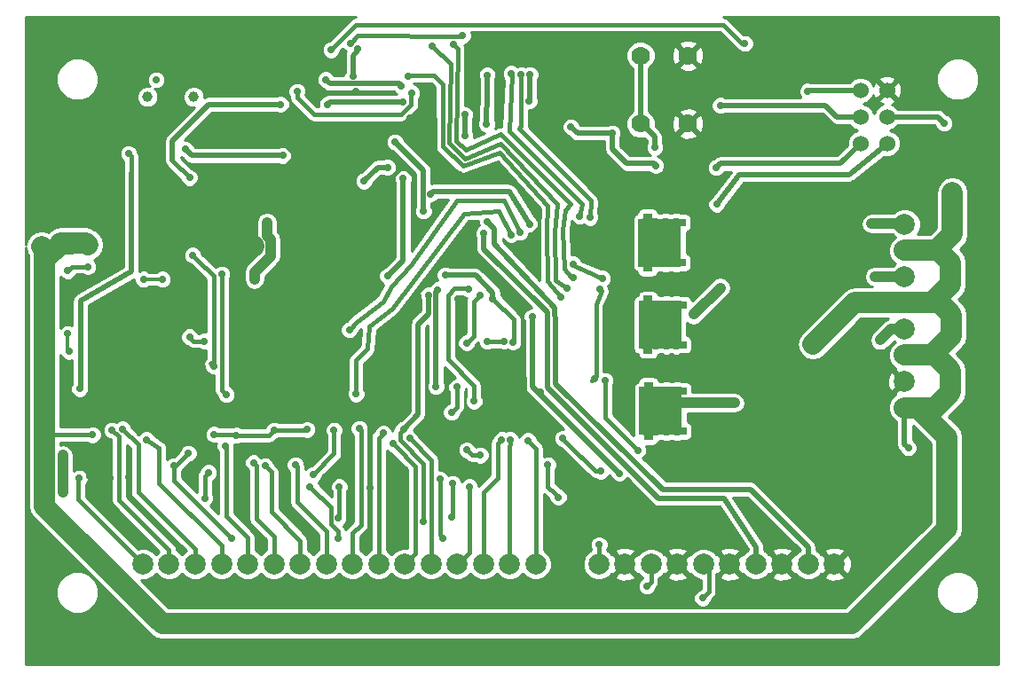
<source format=gbr>
G04 #@! TF.FileFunction,Copper,L2,Bot,Signal*
%FSLAX46Y46*%
G04 Gerber Fmt 4.6, Leading zero omitted, Abs format (unit mm)*
G04 Created by KiCad (PCBNEW (2015-08-20 BZR 6109)-product) date Wed 02 Sep 2015 09:03:58 PM PDT*
%MOMM*%
G01*
G04 APERTURE LIST*
%ADD10C,0.150000*%
%ADD11C,1.778000*%
%ADD12C,2.000000*%
%ADD13C,1.524000*%
%ADD14C,1.000760*%
%ADD15R,0.475000X0.750000*%
%ADD16R,0.905000X0.495000*%
%ADD17C,0.780000*%
%ADD18R,4.055000X4.560000*%
%ADD19C,0.400000*%
%ADD20R,4.320000X3.000000*%
%ADD21C,0.700000*%
%ADD22C,1.000000*%
%ADD23C,0.500000*%
%ADD24C,0.450000*%
%ADD25C,0.400000*%
%ADD26C,2.000000*%
%ADD27C,0.350000*%
%ADD28C,0.254000*%
G04 APERTURE END LIST*
D10*
D11*
X144750000Y-71250000D03*
X149250000Y-71250000D03*
X144750000Y-64750000D03*
X149250000Y-64750000D03*
D12*
X119750000Y-113300000D03*
X117250000Y-113300000D03*
X127250000Y-113300000D03*
X129750000Y-113300000D03*
X134750000Y-113300000D03*
X132250000Y-113300000D03*
X122250000Y-113300000D03*
X124750000Y-113300000D03*
X104750000Y-113300000D03*
X102250000Y-113300000D03*
X112250000Y-113300000D03*
X114750000Y-113300000D03*
X109750000Y-113300000D03*
X107250000Y-113300000D03*
X97250000Y-113300000D03*
X99750000Y-113300000D03*
X163250000Y-113300000D03*
X160750000Y-113300000D03*
X148250000Y-113300000D03*
X145750000Y-113300000D03*
X155750000Y-113300000D03*
X158250000Y-113300000D03*
X153250000Y-113300000D03*
X150750000Y-113300000D03*
X140750000Y-113300000D03*
X143250000Y-113300000D03*
D13*
X165730000Y-68060000D03*
X165730000Y-70600000D03*
X165730000Y-73140000D03*
X168270000Y-73140000D03*
X168270000Y-70600000D03*
X168270000Y-68060000D03*
D12*
X169940000Y-90850000D03*
X169940000Y-93350000D03*
X169940000Y-83350000D03*
X169940000Y-80850000D03*
X169940000Y-85850000D03*
X169940000Y-88350000D03*
X169940000Y-98350000D03*
X169940000Y-95850000D03*
D14*
X97700360Y-68699440D03*
X102099640Y-68699440D03*
D15*
X148902500Y-96775000D03*
X148902500Y-100585000D03*
D16*
X145487500Y-101207500D03*
X145487500Y-96152500D03*
D17*
X148220000Y-100680000D03*
X145220000Y-96680000D03*
X146220000Y-96680000D03*
X147220000Y-96680000D03*
X145220000Y-100680000D03*
X146220000Y-98680000D03*
X147220000Y-98680000D03*
X148220000Y-97680000D03*
X148220000Y-96680000D03*
X147220000Y-97680000D03*
X146220000Y-97680000D03*
X145220000Y-97680000D03*
X145220000Y-99680000D03*
X146220000Y-99680000D03*
X147220000Y-99680000D03*
X148220000Y-98680000D03*
X148220000Y-99680000D03*
X147220000Y-100680000D03*
X146220000Y-100680000D03*
X145220000Y-98680000D03*
D18*
X146637500Y-98680000D03*
D15*
X148862500Y-88545000D03*
X148862500Y-92355000D03*
D16*
X145447500Y-92977500D03*
X145447500Y-87922500D03*
D17*
X148180000Y-92450000D03*
X145180000Y-88450000D03*
X146180000Y-88450000D03*
X147180000Y-88450000D03*
X145180000Y-92450000D03*
X146180000Y-90450000D03*
X147180000Y-90450000D03*
X148180000Y-89450000D03*
X148180000Y-88450000D03*
X147180000Y-89450000D03*
X146180000Y-89450000D03*
X145180000Y-89450000D03*
X145180000Y-91450000D03*
X146180000Y-91450000D03*
X147180000Y-91450000D03*
X148180000Y-90450000D03*
X148180000Y-91450000D03*
X147180000Y-92450000D03*
X146180000Y-92450000D03*
X145180000Y-90450000D03*
D18*
X146597500Y-90450000D03*
D15*
X148822500Y-80695000D03*
X148822500Y-84505000D03*
D16*
X145407500Y-85127500D03*
X145407500Y-80072500D03*
D17*
X148140000Y-84600000D03*
X145140000Y-80600000D03*
X146140000Y-80600000D03*
X147140000Y-80600000D03*
X145140000Y-84600000D03*
X146140000Y-82600000D03*
X147140000Y-82600000D03*
X148140000Y-81600000D03*
X148140000Y-80600000D03*
X147140000Y-81600000D03*
X146140000Y-81600000D03*
X145140000Y-81600000D03*
X145140000Y-83600000D03*
X146140000Y-83600000D03*
X147140000Y-83600000D03*
X148140000Y-82600000D03*
X148140000Y-83600000D03*
X147140000Y-84600000D03*
X146140000Y-84600000D03*
X145140000Y-82600000D03*
D18*
X146557500Y-82600000D03*
D19*
X120100000Y-95600000D03*
X119400000Y-95600000D03*
X118700000Y-95600000D03*
X120800000Y-95600000D03*
X121500000Y-95600000D03*
X122200000Y-95600000D03*
X122200000Y-95000000D03*
X121500000Y-95000000D03*
X120800000Y-95000000D03*
X118700000Y-95000000D03*
X119400000Y-95000000D03*
X120100000Y-95000000D03*
X120100000Y-94400000D03*
X119400000Y-94400000D03*
X118700000Y-94400000D03*
X120800000Y-94400000D03*
X121500000Y-94400000D03*
X122200000Y-94400000D03*
X122200000Y-96200000D03*
X121500000Y-96200000D03*
X120800000Y-96200000D03*
X118700000Y-96200000D03*
X119400000Y-96200000D03*
X120100000Y-96200000D03*
X120100000Y-96800000D03*
X119400000Y-96800000D03*
X118700000Y-96800000D03*
X120800000Y-96800000D03*
X121500000Y-96800000D03*
X122200000Y-96800000D03*
D20*
X120500000Y-95600000D03*
D19*
X94200000Y-95200000D03*
X93500000Y-95200000D03*
X92800000Y-95200000D03*
X94900000Y-95200000D03*
X95600000Y-95200000D03*
X96300000Y-95200000D03*
X96300000Y-94600000D03*
X95600000Y-94600000D03*
X94900000Y-94600000D03*
X92800000Y-94600000D03*
X93500000Y-94600000D03*
X94200000Y-94600000D03*
X94200000Y-94000000D03*
X93500000Y-94000000D03*
X92800000Y-94000000D03*
X94900000Y-94000000D03*
X95600000Y-94000000D03*
X96300000Y-94000000D03*
X96300000Y-95800000D03*
X95600000Y-95800000D03*
X94900000Y-95800000D03*
X92800000Y-95800000D03*
X93500000Y-95800000D03*
X94200000Y-95800000D03*
X94200000Y-96400000D03*
X93500000Y-96400000D03*
X92800000Y-96400000D03*
X94900000Y-96400000D03*
X95600000Y-96400000D03*
X96300000Y-96400000D03*
D20*
X94600000Y-95200000D03*
D19*
X131400000Y-96900000D03*
X130700000Y-96900000D03*
X130000000Y-96900000D03*
X132100000Y-96900000D03*
X132800000Y-96900000D03*
X133500000Y-96900000D03*
X133500000Y-96300000D03*
X132800000Y-96300000D03*
X132100000Y-96300000D03*
X130000000Y-96300000D03*
X130700000Y-96300000D03*
X131400000Y-96300000D03*
X131400000Y-95700000D03*
X130700000Y-95700000D03*
X130000000Y-95700000D03*
X132100000Y-95700000D03*
X132800000Y-95700000D03*
X133500000Y-95700000D03*
X133500000Y-97500000D03*
X132800000Y-97500000D03*
X132100000Y-97500000D03*
X130000000Y-97500000D03*
X130700000Y-97500000D03*
X131400000Y-97500000D03*
X131400000Y-98100000D03*
X130700000Y-98100000D03*
X130000000Y-98100000D03*
X132100000Y-98100000D03*
X132800000Y-98100000D03*
X133500000Y-98100000D03*
D20*
X131800000Y-96900000D03*
D19*
X107700000Y-95800000D03*
X107000000Y-95800000D03*
X106300000Y-95800000D03*
X108400000Y-95800000D03*
X109100000Y-95800000D03*
X109800000Y-95800000D03*
X109800000Y-95200000D03*
X109100000Y-95200000D03*
X108400000Y-95200000D03*
X106300000Y-95200000D03*
X107000000Y-95200000D03*
X107700000Y-95200000D03*
X107700000Y-94600000D03*
X107000000Y-94600000D03*
X106300000Y-94600000D03*
X108400000Y-94600000D03*
X109100000Y-94600000D03*
X109800000Y-94600000D03*
X109800000Y-96400000D03*
X109100000Y-96400000D03*
X108400000Y-96400000D03*
X106300000Y-96400000D03*
X107000000Y-96400000D03*
X107700000Y-96400000D03*
X107700000Y-97000000D03*
X107000000Y-97000000D03*
X106300000Y-97000000D03*
X108400000Y-97000000D03*
X109100000Y-97000000D03*
X109800000Y-97000000D03*
D20*
X108100000Y-95800000D03*
D21*
X120599200Y-75412600D03*
X118338600Y-76733400D03*
X129794000Y-81711800D03*
X128300000Y-87050000D03*
X128850000Y-97750000D03*
X131500000Y-101400000D03*
X128400000Y-105900002D03*
X132300000Y-101400000D03*
X134000000Y-101500000D03*
X128143000Y-92176600D03*
X129450000Y-87600000D03*
X121300000Y-73000000D03*
X124028200Y-79603600D03*
X130124200Y-80568800D03*
X138303000Y-84632800D03*
X141100000Y-86000000D03*
X132300000Y-87700000D03*
X134600000Y-82000000D03*
X135600000Y-101200000D03*
X129600000Y-104800000D03*
X127600000Y-104600000D03*
X123500000Y-87700000D03*
X124200000Y-100400000D03*
X116750000Y-100150000D03*
X127450000Y-100250000D03*
X121700000Y-106050000D03*
X118900000Y-106000000D03*
X117000000Y-104950000D03*
X115800000Y-87650000D03*
X109700000Y-87100000D03*
X106500000Y-87800000D03*
X102600000Y-87600000D03*
X99200000Y-98300000D03*
X95900000Y-105000000D03*
X94100000Y-105100000D03*
X92200000Y-104900000D03*
X91000000Y-99800000D03*
X96200000Y-86800000D03*
X92500000Y-86100000D03*
X90100000Y-86500000D03*
X161467800Y-78714600D03*
X151384000Y-84251800D03*
X170357800Y-106730800D03*
X113995200Y-68224400D03*
X117576600Y-68199000D03*
X112217200Y-74523600D03*
X126288800Y-75209400D03*
X144000000Y-94700000D03*
X143450000Y-86750000D03*
X141050000Y-80150000D03*
X122707400Y-70713600D03*
X128400000Y-66450000D03*
X127350000Y-87950000D03*
X150900000Y-73050000D03*
X138400000Y-67800000D03*
X134300000Y-70700000D03*
X142500000Y-70800000D03*
X103400000Y-99000000D03*
X112700000Y-99300000D03*
X106500000Y-105750000D03*
X110700000Y-105000000D03*
X112300000Y-78900000D03*
X109500000Y-78700000D03*
X105800000Y-72800000D03*
X114200000Y-74600000D03*
X111900000Y-64000000D03*
X161900000Y-102600000D03*
X114700000Y-84800860D03*
X107851200Y-83000000D03*
X90700000Y-73400000D03*
X98900000Y-74000000D03*
X140843000Y-87045800D03*
X139900000Y-80200000D03*
X133350000Y-66550000D03*
X140360400Y-95605600D03*
X138950000Y-80100000D03*
X132399700Y-66450300D03*
X160700000Y-68150000D03*
X152000000Y-78950000D03*
X137300000Y-101300000D03*
X141376400Y-95783400D03*
X144475200Y-102412800D03*
X140970000Y-104419400D03*
X153700000Y-97900000D03*
X167600000Y-91900000D03*
X166800000Y-80800000D03*
X167082896Y-85850000D03*
X134200000Y-66550000D03*
X134100000Y-69100000D03*
X128000000Y-70400000D03*
X128000000Y-72400000D03*
X146100000Y-73500000D03*
X154700000Y-63600000D03*
X115200000Y-64200000D03*
X130100000Y-92050000D03*
X131700000Y-92000000D03*
X151950000Y-75450000D03*
X115499998Y-100499998D03*
X126100000Y-85700000D03*
X105700000Y-110800000D03*
X125900000Y-110800000D03*
X125599998Y-105200000D03*
X126700000Y-98800000D03*
X127200000Y-96400000D03*
X136900000Y-106900000D03*
X115851959Y-110800000D03*
X113200000Y-105900000D03*
X135900000Y-103800000D03*
X89600000Y-106400000D03*
X89600000Y-102900000D03*
X113500000Y-104750000D03*
X101700000Y-91600000D03*
X103100000Y-92000000D03*
X100200000Y-103900000D03*
X101600000Y-102700000D03*
X92000000Y-84900000D03*
X90100000Y-85300000D03*
X97300000Y-86100000D03*
X99100000Y-86100000D03*
X107900000Y-86100000D03*
X109100000Y-80700000D03*
X90100000Y-91300000D03*
X90200000Y-93000000D03*
X134137400Y-80822800D03*
X124714000Y-77952600D03*
X117300000Y-66700000D03*
X117750000Y-64100000D03*
X130650000Y-87950000D03*
X132550000Y-92100000D03*
X146200000Y-75250000D03*
X152350000Y-69500000D03*
X142050000Y-72150000D03*
X138100000Y-71550000D03*
X130100000Y-66600000D03*
X130050000Y-71300000D03*
X110600000Y-74300000D03*
X101300000Y-73700000D03*
X124000000Y-109200000D03*
X126700000Y-108800000D03*
X134400000Y-89700000D03*
X124500000Y-87600000D03*
X135200000Y-96900000D03*
X128154990Y-102400000D03*
X129445010Y-102900000D03*
X126700000Y-108800000D03*
X126800000Y-105600000D03*
X124000000Y-109200000D03*
X122119730Y-100400000D03*
X115858619Y-108900000D03*
X116000000Y-105900000D03*
X92450000Y-100950000D03*
X112900000Y-100450000D03*
X109800000Y-100500000D03*
X103150000Y-107000000D03*
X103500000Y-104550000D03*
X104050000Y-100900000D03*
X106150000Y-101000000D03*
X91005900Y-110894100D03*
X89400000Y-82600000D03*
X92000000Y-82800000D03*
X142697200Y-104622600D03*
X170281600Y-102209600D03*
X161200000Y-92300000D03*
X174500000Y-77800000D03*
X95905715Y-74114567D03*
X121920000Y-67640200D03*
X114706400Y-67030600D03*
X98526600Y-67056000D03*
X91217800Y-96569200D03*
X94300000Y-100500000D03*
X91200000Y-105100000D03*
X95300000Y-100400000D03*
X97600000Y-101400000D03*
X127750000Y-62850000D03*
X117050000Y-63550000D03*
X140792200Y-111455200D03*
X138303000Y-85953600D03*
X126899600Y-63699600D03*
X101700000Y-76400000D03*
X104775000Y-85596130D03*
X122072400Y-69164200D03*
X114884200Y-69392800D03*
X110413800Y-69392800D03*
X105206800Y-97129600D03*
X107800000Y-103600000D03*
X105100000Y-102000000D03*
X108900000Y-103900000D03*
X111800000Y-103800000D03*
X102000002Y-83800000D03*
X111963200Y-68173600D03*
X122885200Y-68300600D03*
X103987600Y-94386400D03*
X145338800Y-115392200D03*
X137744200Y-86995000D03*
X124866400Y-63830200D03*
X117600000Y-97050000D03*
X132410200Y-81838800D03*
X120179980Y-100800000D03*
X117900000Y-100350000D03*
X121100000Y-101799996D03*
X122700000Y-101300000D03*
X116950000Y-90950000D03*
X133248400Y-81635600D03*
X137134600Y-87782400D03*
X122599500Y-66699500D03*
X150650000Y-116550000D03*
X173700000Y-71200000D03*
X125400000Y-87100000D03*
X120600000Y-85800000D03*
X122099999Y-76499999D03*
X125222000Y-96366767D03*
D22*
X152349200Y-86918800D02*
X149818000Y-89450000D01*
D23*
X135839200Y-89255600D02*
X129794000Y-83210400D01*
X155750000Y-113300000D02*
X155750000Y-111655600D01*
X119659400Y-75412600D02*
X120599200Y-75412600D01*
X118338600Y-76733400D02*
X119659400Y-75412600D01*
X129794000Y-83210400D02*
X129794000Y-81711800D01*
X135890000Y-96443800D02*
X135839200Y-89255600D01*
X146481800Y-107035600D02*
X135890000Y-96443800D01*
X152730200Y-107035600D02*
X146481800Y-107035600D01*
X155750000Y-111655600D02*
X152730200Y-107035600D01*
D24*
X128300000Y-87050000D02*
X128200000Y-86950000D01*
X128200000Y-86950000D02*
X127000000Y-86950000D01*
X127000000Y-86950000D02*
X126350000Y-87600000D01*
X126350000Y-87600000D02*
X126350000Y-93750000D01*
X126350000Y-93750000D02*
X128850000Y-96250000D01*
X128850000Y-96250000D02*
X128850000Y-97750000D01*
X131150001Y-105049999D02*
X129750000Y-106450000D01*
X129750000Y-106450000D02*
X129750000Y-113300000D01*
X131500000Y-101400000D02*
X131150001Y-101749999D01*
X131150001Y-101749999D02*
X131150001Y-105049999D01*
X128400000Y-106394976D02*
X128400000Y-105900002D01*
X127250000Y-113300000D02*
X128400000Y-112150000D01*
X128400000Y-112150000D02*
X128400000Y-106394976D01*
X132200000Y-101994974D02*
X132250000Y-102044974D01*
X132250000Y-102044974D02*
X132250000Y-113300000D01*
X132300000Y-101400000D02*
X132300000Y-101894974D01*
X132300000Y-101894974D02*
X132200000Y-101994974D01*
X134000000Y-101500000D02*
X134750000Y-102250000D01*
X134750000Y-102250000D02*
X134750000Y-113300000D01*
D25*
X128800000Y-91519600D02*
X128800000Y-88250000D01*
X128143000Y-92176600D02*
X128800000Y-91519600D01*
X128800000Y-88250000D02*
X129450000Y-87600000D01*
D24*
X128800000Y-88250000D02*
X129450000Y-87600000D01*
D23*
X121649999Y-73349999D02*
X121300000Y-73000000D01*
X124028200Y-75728200D02*
X121649999Y-73349999D01*
X124028200Y-79603600D02*
X124028200Y-75728200D01*
X136652000Y-90551000D02*
X136525000Y-88798400D01*
X160750000Y-111677200D02*
X155219400Y-106146600D01*
X155219400Y-106146600D02*
X146862800Y-106146600D01*
X146862800Y-106146600D02*
X136652000Y-96139000D01*
X136652000Y-96139000D02*
X136652000Y-90551000D01*
X160750000Y-113300000D02*
X160750000Y-111677200D01*
X130824724Y-81253960D02*
X130124200Y-80568800D01*
X130824724Y-82752560D02*
X130824724Y-81253960D01*
X136525000Y-88798400D02*
X130824724Y-82752560D01*
D25*
X138488875Y-84818675D02*
X141100000Y-86000000D01*
X138303000Y-84632800D02*
X138488875Y-84818675D01*
D26*
X151384000Y-84251800D02*
X151333200Y-84251800D01*
D24*
X117551200Y-68224400D02*
X113995200Y-68224400D01*
X117576600Y-68199000D02*
X117551200Y-68224400D01*
X106500000Y-105750000D02*
X106500000Y-105550000D01*
D25*
X109500000Y-78700000D02*
X109500000Y-78800000D01*
D26*
X114700000Y-84800860D02*
X114700000Y-84700000D01*
X107800000Y-82948800D02*
X107800000Y-82900000D01*
X107851200Y-83000000D02*
X107800000Y-82948800D01*
X90700000Y-73400000D02*
X90700000Y-73600000D01*
D24*
X133350000Y-66550000D02*
X133350000Y-71500000D01*
X141043000Y-87245800D02*
X140843000Y-87045800D01*
X140000000Y-78600000D02*
X139900000Y-80200000D01*
X133150000Y-71700000D02*
X140000000Y-78600000D01*
D25*
X140100000Y-95730800D02*
X140360400Y-95605600D01*
X140500000Y-95330800D02*
X140100000Y-95730800D01*
X140500000Y-88450000D02*
X140500000Y-95330800D01*
D24*
X140500000Y-88450000D02*
X141043000Y-87245800D01*
X133350000Y-71500000D02*
X133150000Y-71700000D01*
D25*
X139200000Y-78950000D02*
X138950000Y-80100000D01*
X132200000Y-71950000D02*
X139200000Y-78950000D01*
X132499700Y-66550300D02*
X132200000Y-71950000D01*
X132399700Y-66450300D02*
X132499700Y-66550300D01*
D23*
X160790000Y-68060000D02*
X165730000Y-68060000D01*
X160700000Y-68150000D02*
X160790000Y-68060000D01*
X164610000Y-76100000D02*
X168270000Y-73140000D01*
X154150000Y-76100000D02*
X164610000Y-76100000D01*
X152000000Y-78950000D02*
X154150000Y-76100000D01*
D25*
X137649999Y-101649999D02*
X137300000Y-101300000D01*
X140419400Y-104419400D02*
X137649999Y-101649999D01*
X140970000Y-104419400D02*
X140419400Y-104419400D01*
X141376400Y-99314000D02*
X141376400Y-95783400D01*
X144475200Y-102412800D02*
X141376400Y-99314000D01*
D22*
X153700000Y-97900000D02*
X147417500Y-97900000D01*
X147417500Y-97900000D02*
X146637500Y-98680000D01*
X169940000Y-90850000D02*
X168650000Y-90850000D01*
X168650000Y-90850000D02*
X167600000Y-91900000D01*
D23*
X147400500Y-97917000D02*
X146637500Y-98680000D01*
D22*
X166800000Y-80800000D02*
X169890000Y-80800000D01*
X169890000Y-80800000D02*
X169940000Y-80850000D01*
D23*
X148307500Y-80850000D02*
X146557500Y-82600000D01*
D22*
X169940000Y-85850000D02*
X167082896Y-85850000D01*
D23*
X134200000Y-66650000D02*
X134200000Y-66550000D01*
X134150000Y-66700000D02*
X134200000Y-66650000D01*
X134150000Y-69050000D02*
X134150000Y-66700000D01*
X134100000Y-69100000D02*
X134150000Y-69050000D01*
X128000000Y-72400000D02*
X128000000Y-70400000D01*
X144750000Y-71250000D02*
X144750000Y-64750000D01*
X144750000Y-71250000D02*
X144850000Y-71250000D01*
X146100000Y-72500000D02*
X146100000Y-73500000D01*
X144850000Y-71250000D02*
X146100000Y-72500000D01*
D25*
X154400000Y-63600000D02*
X154700000Y-63600000D01*
X152600000Y-61800000D02*
X154400000Y-63600000D01*
X117600000Y-61800000D02*
X152600000Y-61800000D01*
X115200000Y-64200000D02*
X117600000Y-61800000D01*
D24*
X131650000Y-92050000D02*
X130100000Y-92050000D01*
X131700000Y-92000000D02*
X131650000Y-92050000D01*
D23*
X163820000Y-75050000D02*
X165730000Y-73140000D01*
X152350000Y-75050000D02*
X163820000Y-75050000D01*
X151950000Y-75450000D02*
X152350000Y-75050000D01*
D24*
X115499998Y-100994972D02*
X115499998Y-100499998D01*
X113500000Y-104750000D02*
X115499998Y-102750002D01*
X115499998Y-102750002D02*
X115499998Y-100994972D01*
D23*
X129000000Y-85700000D02*
X130650000Y-87350000D01*
X130650000Y-87350000D02*
X130650000Y-87950000D01*
X126100000Y-85700000D02*
X129000000Y-85700000D01*
D24*
X100200000Y-105300000D02*
X105700000Y-110800000D01*
X100200000Y-103900000D02*
X100200000Y-105300000D01*
X125599998Y-105200000D02*
X125599998Y-110499998D01*
X125599998Y-110499998D02*
X125900000Y-110800000D01*
X127200000Y-96400000D02*
X127200000Y-98300000D01*
X127200000Y-98300000D02*
X126700000Y-98800000D01*
D22*
X107900000Y-86100000D02*
X107900000Y-85400000D01*
X107900000Y-85400000D02*
X109421208Y-83878792D01*
X109421208Y-83878792D02*
X109421208Y-82300879D01*
X109421208Y-82300879D02*
X109100000Y-81979671D01*
X109100000Y-81979671D02*
X109100000Y-80700000D01*
D24*
X136550001Y-106550001D02*
X136900000Y-106900000D01*
X135900000Y-103800000D02*
X135900000Y-105900000D01*
X135900000Y-105900000D02*
X136550001Y-106550001D01*
X115213618Y-109513618D02*
X115851959Y-110151959D01*
X115851959Y-110151959D02*
X115851959Y-110800000D01*
X113200000Y-105900000D02*
X115213618Y-107913618D01*
X115213618Y-107913618D02*
X115213618Y-109513618D01*
D23*
X134137400Y-80822800D02*
X132207000Y-77698600D01*
X132207000Y-77698600D02*
X124968000Y-77698600D01*
X124968000Y-77698600D02*
X124714000Y-77952600D01*
D22*
X89600000Y-102900000D02*
X89600000Y-106400000D01*
D24*
X102100000Y-92000000D02*
X103100000Y-92000000D01*
X102100000Y-92000000D02*
X101700000Y-91600000D01*
X100400000Y-103900000D02*
X100200000Y-103900000D01*
X101600000Y-102700000D02*
X100400000Y-103900000D01*
D25*
X90500000Y-84900000D02*
X92000000Y-84900000D01*
X90100000Y-85300000D02*
X90500000Y-84900000D01*
D27*
X99100000Y-86100000D02*
X97300000Y-86100000D01*
X90100000Y-92900000D02*
X90100000Y-91300000D01*
X90200000Y-93000000D02*
X90100000Y-92900000D01*
D23*
X117750000Y-64300000D02*
X117750000Y-64100000D01*
X117300000Y-64750000D02*
X117750000Y-64300000D01*
X117300000Y-66700000D02*
X117300000Y-64750000D01*
D24*
X132650000Y-89950000D02*
X130650000Y-87950000D01*
X132650000Y-92000000D02*
X132650000Y-89950000D01*
X132550000Y-92100000D02*
X132650000Y-92000000D01*
D23*
X165730000Y-70600000D02*
X163500000Y-70600000D01*
X142050000Y-73700000D02*
X142050000Y-72150000D01*
X143400000Y-75050000D02*
X142050000Y-73700000D01*
X146000000Y-75050000D02*
X143400000Y-75050000D01*
X146200000Y-75250000D02*
X146000000Y-75050000D01*
X162400000Y-69500000D02*
X152350000Y-69500000D01*
X163500000Y-70600000D02*
X162400000Y-69500000D01*
X138700000Y-72150000D02*
X142050000Y-72150000D01*
X138100000Y-71550000D02*
X138700000Y-72150000D01*
X130100000Y-66600000D02*
X130100000Y-68050000D01*
X130100000Y-68050000D02*
X130050000Y-71300000D01*
X101900000Y-74300000D02*
X110600000Y-74300000D01*
X101300000Y-73700000D02*
X101900000Y-74300000D01*
X134400000Y-90194974D02*
X134400000Y-89700000D01*
X134400000Y-96325400D02*
X134400000Y-90194974D01*
X142697200Y-104622600D02*
X134400000Y-96325400D01*
X123500000Y-90400000D02*
X124500000Y-89400000D01*
X124500000Y-89400000D02*
X124500000Y-87600000D01*
X123500000Y-99019730D02*
X123500000Y-90400000D01*
X122119730Y-100400000D02*
X123500000Y-99019730D01*
D26*
X89400000Y-82600000D02*
X91800000Y-82600000D01*
X91800000Y-82600000D02*
X92000000Y-82800000D01*
D24*
X129445010Y-102900000D02*
X128654990Y-102900000D01*
X128654990Y-102900000D02*
X128154990Y-102400000D01*
X126800000Y-105600000D02*
X126800000Y-108700000D01*
X126800000Y-108700000D02*
X126700000Y-108800000D01*
X121769731Y-101469731D02*
X124000000Y-103700000D01*
X124000000Y-103700000D02*
X124000000Y-109200000D01*
X122119730Y-100400000D02*
X121769731Y-100749999D01*
X121769731Y-100749999D02*
X121769731Y-101469731D01*
X116000000Y-105900000D02*
X116000000Y-108758619D01*
X116000000Y-108758619D02*
X115858619Y-108900000D01*
X87858600Y-100900000D02*
X92400000Y-100900000D01*
X92400000Y-100900000D02*
X92450000Y-100950000D01*
X112850000Y-100500000D02*
X109800000Y-100500000D01*
X112900000Y-100450000D02*
X112850000Y-100500000D01*
X109300000Y-101000000D02*
X106150000Y-101000000D01*
X109800000Y-100500000D02*
X109300000Y-101000000D01*
X103150000Y-104900000D02*
X103150000Y-107000000D01*
X103500000Y-104550000D02*
X103150000Y-104900000D01*
X106050000Y-100900000D02*
X104050000Y-100900000D01*
X106150000Y-101000000D02*
X106050000Y-100900000D01*
D26*
X90905900Y-110794100D02*
X91005900Y-110894100D01*
X89400000Y-82600000D02*
X89400000Y-82700000D01*
X89400000Y-82700000D02*
X89400000Y-82700000D01*
X89400000Y-82700000D02*
X91800000Y-82600000D01*
X89500000Y-82701000D02*
X87858600Y-84201000D01*
X87858600Y-84201000D02*
X87858600Y-83235800D01*
X89400000Y-82700000D02*
X89401000Y-82701000D01*
X89401000Y-82701000D02*
X89500000Y-82701000D01*
X169940000Y-98350000D02*
X171146400Y-98350000D01*
X171146400Y-98350000D02*
X173964600Y-101168200D01*
X173964600Y-101168200D02*
X173964600Y-109905800D01*
X173964600Y-109905800D02*
X164871400Y-118999000D01*
X164871400Y-118999000D02*
X99110800Y-118999000D01*
X99110800Y-118999000D02*
X90905900Y-110794100D01*
X90905900Y-110794100D02*
X87858600Y-107746800D01*
X87858600Y-107746800D02*
X87858600Y-100900000D01*
X87858600Y-100900000D02*
X87858600Y-83235800D01*
X87858600Y-83235800D02*
X87858600Y-83235800D01*
X87858600Y-83235800D02*
X87579200Y-82956400D01*
D23*
X169940000Y-98350000D02*
X169940000Y-101868000D01*
X169940000Y-101868000D02*
X170281600Y-102209600D01*
D26*
X169940000Y-88350000D02*
X165150000Y-88350000D01*
X165150000Y-88350000D02*
X161200000Y-92300000D01*
X169940000Y-83350000D02*
X172950000Y-83350000D01*
X174500000Y-81800000D02*
X174500000Y-77800000D01*
X172950000Y-83350000D02*
X174500000Y-81800000D01*
X169940000Y-88350000D02*
X172550000Y-88350000D01*
X173150000Y-83350000D02*
X169940000Y-83350000D01*
X174300000Y-84500000D02*
X173150000Y-83350000D01*
X174300000Y-86600000D02*
X174300000Y-84500000D01*
X172550000Y-88350000D02*
X174300000Y-86600000D01*
X169940000Y-93350000D02*
X172550000Y-93350000D01*
X173250000Y-88350000D02*
X169940000Y-88350000D01*
X174400000Y-89500000D02*
X173250000Y-88350000D01*
X174400000Y-91500000D02*
X174400000Y-89500000D01*
X172550000Y-93350000D02*
X174400000Y-91500000D01*
X169940000Y-98350000D02*
X172850000Y-98350000D01*
X172850000Y-93350000D02*
X169940000Y-93350000D01*
X174300000Y-94800000D02*
X172850000Y-93350000D01*
X174300000Y-96900000D02*
X174300000Y-94800000D01*
X172850000Y-98350000D02*
X174300000Y-96900000D01*
D23*
X96139000Y-85344000D02*
X96139000Y-75921025D01*
D24*
X96139000Y-74347852D02*
X95905715Y-74114567D01*
X96139000Y-75921025D02*
X96139000Y-74347852D01*
D23*
X121691400Y-67411600D02*
X121920000Y-67640200D01*
X115087400Y-67411600D02*
X121691400Y-67411600D01*
X114706400Y-67030600D02*
X115087400Y-67411600D01*
X91294000Y-88161800D02*
X96139000Y-85344000D01*
X91294000Y-96493000D02*
X91294000Y-88161800D01*
X91217800Y-96569200D02*
X91294000Y-96493000D01*
D24*
X99750000Y-111950000D02*
X99750000Y-113300000D01*
X95000000Y-107200000D02*
X99750000Y-111950000D01*
X95000000Y-101100000D02*
X95000000Y-107200000D01*
X94300000Y-100500000D02*
X95000000Y-101100000D01*
X91100000Y-107150000D02*
X97250000Y-113300000D01*
X91100000Y-105200000D02*
X91100000Y-107150000D01*
X91200000Y-105100000D02*
X91100000Y-105200000D01*
X102250000Y-111850000D02*
X102250000Y-113300000D01*
X96800000Y-106400000D02*
X102250000Y-111850000D01*
X96800000Y-101900000D02*
X96800000Y-106400000D01*
X95300000Y-100400000D02*
X96800000Y-101900000D01*
X104750000Y-111550000D02*
X104750000Y-113300000D01*
X98800000Y-105600000D02*
X104750000Y-111550000D01*
X98800000Y-102200000D02*
X98800000Y-105600000D01*
X97600000Y-101400000D02*
X98800000Y-102200000D01*
D25*
X127750000Y-62850000D02*
X127750000Y-62900000D01*
X127750000Y-62900000D02*
X117750000Y-62850000D01*
X117750000Y-62850000D02*
X117050000Y-63550000D01*
X126899600Y-63699600D02*
X127300000Y-64100000D01*
X127300000Y-64100000D02*
X127175000Y-72875000D01*
X127175000Y-72875000D02*
X128050000Y-73750000D01*
X128050000Y-73750000D02*
X131400000Y-72250000D01*
X131400000Y-72250000D02*
X138050000Y-78900000D01*
X138050000Y-78900000D02*
X137591800Y-79502000D01*
X137591800Y-79502000D02*
X137337800Y-81381600D01*
X137337800Y-81381600D02*
X137464800Y-85064600D01*
X137464800Y-85064600D02*
X138153000Y-85903600D01*
X138153000Y-85903600D02*
X138303000Y-85953600D01*
X140792200Y-111455200D02*
X140750000Y-113300000D01*
X140792200Y-111455200D02*
X140792200Y-111455200D01*
D24*
X100076000Y-74752200D02*
X100076000Y-74776000D01*
X100076000Y-74776000D02*
X101700000Y-76400000D01*
X104775000Y-85596130D02*
X104775000Y-96697800D01*
X104775000Y-96697800D02*
X105206800Y-97129600D01*
D23*
X115112800Y-69164200D02*
X122072400Y-69164200D01*
X114884200Y-69392800D02*
X115112800Y-69164200D01*
X103555800Y-69392800D02*
X110413800Y-69392800D01*
X100076000Y-72872600D02*
X103555800Y-69392800D01*
X100076000Y-74752200D02*
X100076000Y-72872600D01*
D24*
X109750000Y-110650000D02*
X109750000Y-113300000D01*
X108100000Y-109000000D02*
X109750000Y-110650000D01*
X108100000Y-103900000D02*
X108100000Y-109000000D01*
X107800000Y-103600000D02*
X108100000Y-103900000D01*
X107250000Y-110750000D02*
X107250000Y-113300000D01*
X105200000Y-108700000D02*
X107250000Y-110750000D01*
X105200000Y-102100000D02*
X105200000Y-108700000D01*
X105100000Y-102000000D02*
X105200000Y-102100000D01*
X112250000Y-111050000D02*
X112250000Y-113300000D01*
X109500000Y-108300000D02*
X112250000Y-111050000D01*
X109500000Y-104500000D02*
X109500000Y-108300000D01*
X108900000Y-103900000D02*
X109500000Y-104500000D01*
X114750000Y-110150000D02*
X114750000Y-113300000D01*
X112000000Y-107400000D02*
X114750000Y-110150000D01*
X112000000Y-104000000D02*
X112000000Y-107400000D01*
X111800000Y-103800000D02*
X112000000Y-104000000D01*
X102350001Y-84149999D02*
X102000002Y-83800000D01*
X103987600Y-85787598D02*
X102350001Y-84149999D01*
X103987600Y-94386400D02*
X103987600Y-85787598D01*
X111963200Y-68757800D02*
X111963200Y-68173600D01*
X113563400Y-70358000D02*
X111963200Y-68757800D01*
X121894600Y-70358000D02*
X113563400Y-70358000D01*
X122859800Y-69392800D02*
X121894600Y-70358000D01*
X122859800Y-68326000D02*
X122859800Y-69392800D01*
X122885200Y-68300600D02*
X122859800Y-68326000D01*
D23*
X103987600Y-94386400D02*
X103784400Y-94183200D01*
D25*
X145750000Y-113300000D02*
X145750000Y-114981000D01*
X145750000Y-114981000D02*
X145338800Y-115392200D01*
X136601200Y-86156800D02*
X137744200Y-86995000D01*
X136575800Y-81610200D02*
X136601200Y-86156800D01*
X136800000Y-78950000D02*
X136575800Y-81610200D01*
X131400000Y-73150000D02*
X136800000Y-78950000D01*
X127950000Y-74558286D02*
X131400000Y-73150000D01*
X126500000Y-73100000D02*
X127950000Y-74558286D01*
X126600000Y-65500000D02*
X126500000Y-73100000D01*
X124866400Y-63830200D02*
X126600000Y-65500000D01*
D24*
X117600000Y-93850000D02*
X117600000Y-97050000D01*
X118700000Y-92750000D02*
X117600000Y-93850000D01*
X118846600Y-90576400D02*
X118700000Y-92750000D01*
X121005600Y-88900000D02*
X118846600Y-90576400D01*
X127914400Y-79832200D02*
X121005600Y-88900000D01*
X132410200Y-81838800D02*
X131241800Y-79585775D01*
X131241800Y-79585775D02*
X127914400Y-79832200D01*
X119750000Y-113300000D02*
X119750000Y-101229980D01*
X119829981Y-101149999D02*
X120179980Y-100800000D01*
X119750000Y-101229980D02*
X119829981Y-101149999D01*
X117250000Y-110350000D02*
X117250000Y-113300000D01*
X118050000Y-109550000D02*
X117250000Y-110350000D01*
X118050000Y-100500000D02*
X118050000Y-109550000D01*
X117900000Y-100350000D02*
X118050000Y-100500000D01*
X123249999Y-112300001D02*
X123249999Y-103949995D01*
X122250000Y-113300000D02*
X123249999Y-112300001D01*
X123249999Y-103949995D02*
X121449999Y-102149995D01*
X121449999Y-102149995D02*
X121100000Y-101799996D01*
X122700000Y-101300000D02*
X124750000Y-103350000D01*
X124750000Y-103350000D02*
X124750000Y-113300000D01*
X117652800Y-90195400D02*
X116950000Y-90950000D01*
X118301600Y-89660800D02*
X117652800Y-90195400D01*
X120192800Y-88188800D02*
X118301600Y-89660800D01*
X120929400Y-86791800D02*
X120192800Y-88188800D01*
X122859800Y-84759800D02*
X120929400Y-86791800D01*
X127203200Y-78562200D02*
X122859800Y-84759800D01*
X131700200Y-78536800D02*
X127203200Y-78562200D01*
X133248400Y-81635600D02*
X131700200Y-78536800D01*
D25*
X122599500Y-66699500D02*
X122649000Y-66650000D01*
X122649000Y-66650000D02*
X125050000Y-66650000D01*
X125050000Y-66650000D02*
X125850000Y-67450000D01*
X125850000Y-67450000D02*
X125900000Y-73450000D01*
X125900000Y-73450000D02*
X127850000Y-75310345D01*
X127850000Y-75310345D02*
X131300000Y-74000000D01*
X131300000Y-74000000D02*
X135900000Y-79100000D01*
X135900000Y-79100000D02*
X135788400Y-81381600D01*
X135788400Y-81381600D02*
X135864600Y-86309200D01*
X135864600Y-86309200D02*
X137134600Y-87782400D01*
X151250000Y-113800000D02*
X150750000Y-113300000D01*
X151250000Y-115950000D02*
X151250000Y-113800000D01*
X150650000Y-116550000D02*
X151250000Y-115950000D01*
D23*
X173100000Y-70600000D02*
X168270000Y-70600000D01*
X173700000Y-71200000D02*
X173100000Y-70600000D01*
X125222000Y-87278000D02*
X125400000Y-87100000D01*
X125222000Y-96366767D02*
X125222000Y-87278000D01*
X120949999Y-85450001D02*
X120600000Y-85800000D01*
X122099999Y-76499999D02*
X122099999Y-84300001D01*
X122099999Y-84300001D02*
X120949999Y-85450001D01*
D28*
G36*
X117321790Y-61128339D02*
X117321788Y-61128340D01*
X117321789Y-61128340D01*
X117085933Y-61285933D01*
X117085931Y-61285936D01*
X115048997Y-63322869D01*
X115026319Y-63322849D01*
X114703869Y-63456082D01*
X114456949Y-63702571D01*
X114323153Y-64024789D01*
X114322849Y-64373681D01*
X114456082Y-64696131D01*
X114702571Y-64943051D01*
X115024789Y-65076847D01*
X115373681Y-65077151D01*
X115696131Y-64943918D01*
X115943051Y-64697429D01*
X116076847Y-64375211D01*
X116076868Y-64351266D01*
X116344009Y-64084125D01*
X116552571Y-64293051D01*
X116659204Y-64337329D01*
X116582146Y-64452655D01*
X116523000Y-64750000D01*
X116523000Y-66284330D01*
X116423153Y-66524789D01*
X116423057Y-66634600D01*
X115491691Y-66634600D01*
X115450318Y-66534469D01*
X115203829Y-66287549D01*
X114881611Y-66153753D01*
X114532719Y-66153449D01*
X114210269Y-66286682D01*
X113963349Y-66533171D01*
X113829553Y-66855389D01*
X113829249Y-67204281D01*
X113962482Y-67526731D01*
X114208971Y-67773651D01*
X114451181Y-67874225D01*
X114537978Y-67961022D01*
X114790055Y-68129454D01*
X115087400Y-68188600D01*
X121228260Y-68188600D01*
X121422571Y-68383251D01*
X121432081Y-68387200D01*
X115112800Y-68387200D01*
X114815455Y-68446346D01*
X114711734Y-68515650D01*
X114710519Y-68515649D01*
X114388069Y-68648882D01*
X114141149Y-68895371D01*
X114007353Y-69217589D01*
X114007049Y-69566481D01*
X114023378Y-69606000D01*
X113874889Y-69606000D01*
X112774809Y-68505921D01*
X112840047Y-68348811D01*
X112840351Y-67999919D01*
X112707118Y-67677469D01*
X112460629Y-67430549D01*
X112138411Y-67296753D01*
X111789519Y-67296449D01*
X111467069Y-67429682D01*
X111220149Y-67676171D01*
X111086353Y-67998389D01*
X111086049Y-68347281D01*
X111211200Y-68650171D01*
X111211200Y-68757800D01*
X111268443Y-69045578D01*
X111431456Y-69289544D01*
X113031656Y-70889745D01*
X113147435Y-70967105D01*
X113275622Y-71052757D01*
X113563400Y-71110000D01*
X121894600Y-71110000D01*
X122182378Y-71052757D01*
X122426344Y-70889744D01*
X123391544Y-69924544D01*
X123554557Y-69680578D01*
X123611800Y-69392800D01*
X123611800Y-68814451D01*
X123628251Y-68798029D01*
X123762047Y-68475811D01*
X123762351Y-68126919D01*
X123629118Y-67804469D01*
X123382629Y-67557549D01*
X123099197Y-67439858D01*
X123162165Y-67377000D01*
X124748866Y-67377000D01*
X125125505Y-67753639D01*
X125173025Y-73456058D01*
X125174168Y-73461563D01*
X125173201Y-73467101D01*
X125202957Y-73600246D01*
X125230682Y-73733798D01*
X125233844Y-73738445D01*
X125235070Y-73743933D01*
X125313508Y-73855549D01*
X125390235Y-73968333D01*
X125394936Y-73971418D01*
X125398168Y-73976017D01*
X127348168Y-75836362D01*
X127451879Y-75902184D01*
X127551954Y-75973443D01*
X127571091Y-75977844D01*
X127587666Y-75988364D01*
X127708681Y-76009490D01*
X127828398Y-76037024D01*
X127847757Y-76033768D01*
X127867101Y-76037145D01*
X127987002Y-76010348D01*
X128108131Y-75989975D01*
X131093230Y-74856205D01*
X135159211Y-79364139D01*
X135062268Y-81346083D01*
X135065751Y-81369527D01*
X135061487Y-81392841D01*
X135135705Y-86192241D01*
X131601724Y-82444022D01*
X131601724Y-82178688D01*
X131666282Y-82334931D01*
X131912771Y-82581851D01*
X132234989Y-82715647D01*
X132583881Y-82715951D01*
X132906331Y-82582718D01*
X133005063Y-82484159D01*
X133073189Y-82512447D01*
X133422081Y-82512751D01*
X133744531Y-82379518D01*
X133991451Y-82133029D01*
X134125247Y-81810811D01*
X134125344Y-81699789D01*
X134311081Y-81699951D01*
X134633531Y-81566718D01*
X134880451Y-81320229D01*
X135014247Y-80998011D01*
X135014551Y-80649119D01*
X134881318Y-80326669D01*
X134634829Y-80079749D01*
X134576731Y-80055625D01*
X132867999Y-77290178D01*
X132806533Y-77224175D01*
X132756422Y-77149178D01*
X132704193Y-77114280D01*
X132661387Y-77068314D01*
X132579341Y-77030856D01*
X132504345Y-76980746D01*
X132442738Y-76968492D01*
X132385599Y-76942405D01*
X132295463Y-76939196D01*
X132207000Y-76921600D01*
X124968000Y-76921600D01*
X124805200Y-76953983D01*
X124805200Y-75728200D01*
X124746054Y-75430855D01*
X124577622Y-75178778D01*
X122143344Y-72744500D01*
X122043918Y-72503869D01*
X121797429Y-72256949D01*
X121475211Y-72123153D01*
X121126319Y-72122849D01*
X120803869Y-72256082D01*
X120556949Y-72502571D01*
X120423153Y-72824789D01*
X120422849Y-73173681D01*
X120556082Y-73496131D01*
X120802571Y-73743051D01*
X121044781Y-73843625D01*
X123251200Y-76050044D01*
X123251200Y-79187930D01*
X123151353Y-79428389D01*
X123151049Y-79777281D01*
X123284282Y-80099731D01*
X123530771Y-80346651D01*
X123852989Y-80480447D01*
X124201881Y-80480751D01*
X124524331Y-80347518D01*
X124771251Y-80101029D01*
X124905047Y-79778811D01*
X124905351Y-79429919D01*
X124805200Y-79187534D01*
X124805200Y-78829679D01*
X124887681Y-78829751D01*
X125210131Y-78696518D01*
X125431435Y-78475600D01*
X126345605Y-78475600D01*
X122876999Y-83424956D01*
X122876999Y-76915669D01*
X122976846Y-76675210D01*
X122977150Y-76326318D01*
X122843917Y-76003868D01*
X122597428Y-75756948D01*
X122275210Y-75623152D01*
X121926318Y-75622848D01*
X121603868Y-75756081D01*
X121356948Y-76002570D01*
X121223152Y-76324788D01*
X121222848Y-76673680D01*
X121322999Y-76916065D01*
X121322999Y-83978157D01*
X120344500Y-84956656D01*
X120103869Y-85056082D01*
X119856949Y-85302571D01*
X119723153Y-85624789D01*
X119722849Y-85973681D01*
X119856082Y-86296131D01*
X120102571Y-86543051D01*
X120191054Y-86579792D01*
X119603127Y-87694826D01*
X117839708Y-89067369D01*
X117832754Y-89075410D01*
X117823391Y-89080438D01*
X117174591Y-89615038D01*
X117142999Y-89653688D01*
X117102503Y-89682879D01*
X116716148Y-90097711D01*
X116453869Y-90206082D01*
X116206949Y-90452571D01*
X116073153Y-90774789D01*
X116072849Y-91123681D01*
X116206082Y-91446131D01*
X116452571Y-91693051D01*
X116774789Y-91826847D01*
X117123681Y-91827151D01*
X117446131Y-91693918D01*
X117693051Y-91447429D01*
X117826847Y-91125211D01*
X117826859Y-91111889D01*
X118074725Y-90845753D01*
X117968696Y-92417816D01*
X117068256Y-93318256D01*
X116905243Y-93562222D01*
X116848000Y-93850000D01*
X116848000Y-96574123D01*
X116723153Y-96874789D01*
X116722849Y-97223681D01*
X116856082Y-97546131D01*
X117102571Y-97793051D01*
X117424789Y-97926847D01*
X117773681Y-97927151D01*
X118096131Y-97793918D01*
X118343051Y-97547429D01*
X118476847Y-97225211D01*
X118477151Y-96876319D01*
X118352000Y-96573429D01*
X118352000Y-94161488D01*
X119231744Y-93281744D01*
X119299447Y-93180419D01*
X119373817Y-93083878D01*
X119380504Y-93059109D01*
X119394757Y-93037778D01*
X119418532Y-92918254D01*
X119450295Y-92800604D01*
X119574199Y-90963518D01*
X121466799Y-89493969D01*
X121530670Y-89420291D01*
X121603765Y-89355744D01*
X128307457Y-80557150D01*
X129247271Y-80487548D01*
X129247049Y-80742481D01*
X129334012Y-80952948D01*
X129297869Y-80967882D01*
X129050949Y-81214371D01*
X128917153Y-81536589D01*
X128916849Y-81885481D01*
X129017000Y-82127866D01*
X129017000Y-83210400D01*
X129076146Y-83507745D01*
X129244578Y-83759822D01*
X134307676Y-88822920D01*
X134226319Y-88822849D01*
X133903869Y-88956082D01*
X133656949Y-89202571D01*
X133523153Y-89524789D01*
X133522849Y-89873681D01*
X133623000Y-90116066D01*
X133623000Y-96325400D01*
X133682146Y-96622745D01*
X133850578Y-96874822D01*
X137398842Y-100423086D01*
X137126319Y-100422849D01*
X136803869Y-100556082D01*
X136556949Y-100802571D01*
X136423153Y-101124789D01*
X136422849Y-101473681D01*
X136556082Y-101796131D01*
X136802571Y-102043051D01*
X137124789Y-102176847D01*
X137148734Y-102176868D01*
X139905331Y-104933464D01*
X139905333Y-104933467D01*
X140079737Y-105049999D01*
X140141189Y-105091060D01*
X140419400Y-105146400D01*
X140456548Y-105146400D01*
X140472571Y-105162451D01*
X140794789Y-105296247D01*
X141143681Y-105296551D01*
X141466131Y-105163318D01*
X141713051Y-104916829D01*
X141765727Y-104789971D01*
X141853856Y-104878100D01*
X141953282Y-105118731D01*
X142199771Y-105365651D01*
X142521989Y-105499447D01*
X142870881Y-105499751D01*
X143193331Y-105366518D01*
X143440251Y-105120029D01*
X143448212Y-105100856D01*
X145932378Y-107585022D01*
X146184455Y-107753454D01*
X146481800Y-107812600D01*
X152309816Y-107812600D01*
X154973000Y-111887013D01*
X154973000Y-111968833D01*
X154886154Y-112004717D01*
X154519801Y-112370430D01*
X154402532Y-112327073D01*
X153429605Y-113300000D01*
X154402532Y-114272927D01*
X154520185Y-114229428D01*
X154883894Y-114593773D01*
X155444928Y-114826735D01*
X156052407Y-114827265D01*
X156613846Y-114595283D01*
X156756846Y-114452532D01*
X157277073Y-114452532D01*
X157375736Y-114719387D01*
X157985461Y-114945908D01*
X158635460Y-114921856D01*
X159124264Y-114719387D01*
X159222927Y-114452532D01*
X158250000Y-113479605D01*
X157277073Y-114452532D01*
X156756846Y-114452532D01*
X156980199Y-114229570D01*
X157097468Y-114272927D01*
X158070395Y-113300000D01*
X157097468Y-112327073D01*
X156979815Y-112370572D01*
X156757101Y-112147468D01*
X157277073Y-112147468D01*
X158250000Y-113120395D01*
X159222927Y-112147468D01*
X159124264Y-111880613D01*
X158514539Y-111654092D01*
X157864540Y-111678144D01*
X157375736Y-111880613D01*
X157277073Y-112147468D01*
X156757101Y-112147468D01*
X156616106Y-112006227D01*
X156527000Y-111969227D01*
X156527000Y-111655600D01*
X156512830Y-111584363D01*
X156513565Y-111511736D01*
X156483543Y-111437130D01*
X156467854Y-111358255D01*
X156427503Y-111297865D01*
X156400388Y-111230483D01*
X153585253Y-106923600D01*
X154897556Y-106923600D01*
X159951622Y-111977666D01*
X159886154Y-112004717D01*
X159519801Y-112370430D01*
X159402532Y-112327073D01*
X158429605Y-113300000D01*
X159402532Y-114272927D01*
X159520185Y-114229428D01*
X159883894Y-114593773D01*
X160444928Y-114826735D01*
X161052407Y-114827265D01*
X161613846Y-114595283D01*
X161756846Y-114452532D01*
X162277073Y-114452532D01*
X162375736Y-114719387D01*
X162985461Y-114945908D01*
X163635460Y-114921856D01*
X164124264Y-114719387D01*
X164222927Y-114452532D01*
X163250000Y-113479605D01*
X162277073Y-114452532D01*
X161756846Y-114452532D01*
X161980199Y-114229570D01*
X162097468Y-114272927D01*
X163070395Y-113300000D01*
X163429605Y-113300000D01*
X164402532Y-114272927D01*
X164669387Y-114174264D01*
X164895908Y-113564539D01*
X164871856Y-112914540D01*
X164669387Y-112425736D01*
X164402532Y-112327073D01*
X163429605Y-113300000D01*
X163070395Y-113300000D01*
X162097468Y-112327073D01*
X161979815Y-112370572D01*
X161757101Y-112147468D01*
X162277073Y-112147468D01*
X163250000Y-113120395D01*
X164222927Y-112147468D01*
X164124264Y-111880613D01*
X163514539Y-111654092D01*
X162864540Y-111678144D01*
X162375736Y-111880613D01*
X162277073Y-112147468D01*
X161757101Y-112147468D01*
X161616106Y-112006227D01*
X161527000Y-111969227D01*
X161527000Y-111677200D01*
X161467854Y-111379855D01*
X161299422Y-111127778D01*
X155768822Y-105597178D01*
X155516745Y-105428746D01*
X155219400Y-105369600D01*
X147180080Y-105369600D01*
X144936817Y-103170979D01*
X144971331Y-103156718D01*
X145218251Y-102910229D01*
X145352047Y-102588011D01*
X145352351Y-102239119D01*
X145250378Y-101992324D01*
X145940000Y-101992324D01*
X146135294Y-101955577D01*
X146314660Y-101840158D01*
X146434990Y-101664049D01*
X146452821Y-101575996D01*
X146643221Y-101497324D01*
X146797136Y-101497324D01*
X147036797Y-101596840D01*
X147401602Y-101597159D01*
X147643221Y-101497324D01*
X147797136Y-101497324D01*
X148036797Y-101596840D01*
X148401602Y-101597159D01*
X148643221Y-101497324D01*
X149140000Y-101497324D01*
X149335294Y-101460577D01*
X149514660Y-101345158D01*
X149634990Y-101169049D01*
X149677324Y-100960000D01*
X149677324Y-100210000D01*
X149640577Y-100014706D01*
X149525158Y-99835340D01*
X149349049Y-99715010D01*
X149202324Y-99685297D01*
X149202324Y-98927000D01*
X153700000Y-98927000D01*
X154093016Y-98848824D01*
X154426199Y-98626199D01*
X154648824Y-98293016D01*
X154727000Y-97900000D01*
X154648824Y-97506984D01*
X154426199Y-97173801D01*
X154093016Y-96951176D01*
X153700000Y-96873000D01*
X149677324Y-96873000D01*
X149677324Y-96400000D01*
X149640577Y-96204706D01*
X149525158Y-96025340D01*
X149349049Y-95905010D01*
X149140000Y-95862676D01*
X148642864Y-95862676D01*
X148403203Y-95763160D01*
X148038398Y-95762841D01*
X147796779Y-95862676D01*
X147642864Y-95862676D01*
X147403203Y-95763160D01*
X147038398Y-95762841D01*
X146796779Y-95862676D01*
X146642864Y-95862676D01*
X146454655Y-95784525D01*
X146440577Y-95709706D01*
X146360628Y-95585461D01*
X168294092Y-95585461D01*
X168318144Y-96235460D01*
X168520613Y-96724264D01*
X168787468Y-96822927D01*
X169760395Y-95850000D01*
X168787468Y-94877073D01*
X168520613Y-94975736D01*
X168294092Y-95585461D01*
X146360628Y-95585461D01*
X146325158Y-95530340D01*
X146149049Y-95410010D01*
X145940000Y-95367676D01*
X145035000Y-95367676D01*
X144839706Y-95404423D01*
X144660340Y-95519842D01*
X144540010Y-95695951D01*
X144502137Y-95882972D01*
X144414706Y-95899423D01*
X144235340Y-96014842D01*
X144115010Y-96190951D01*
X144072676Y-96400000D01*
X144072676Y-100960000D01*
X144077808Y-100987274D01*
X142103400Y-99012866D01*
X142103400Y-96296852D01*
X142119451Y-96280829D01*
X142253247Y-95958611D01*
X142253551Y-95609719D01*
X142120318Y-95287269D01*
X141873829Y-95040349D01*
X141551611Y-94906553D01*
X141227000Y-94906270D01*
X141227000Y-88667148D01*
X141451174Y-88170000D01*
X144032676Y-88170000D01*
X144032676Y-92730000D01*
X144069423Y-92925294D01*
X144184842Y-93104660D01*
X144360951Y-93224990D01*
X144461506Y-93245353D01*
X144494423Y-93420294D01*
X144609842Y-93599660D01*
X144785951Y-93719990D01*
X144995000Y-93762324D01*
X145900000Y-93762324D01*
X146095294Y-93725577D01*
X146274660Y-93610158D01*
X146394990Y-93434049D01*
X146412821Y-93345996D01*
X146603221Y-93267324D01*
X146757136Y-93267324D01*
X146996797Y-93366840D01*
X147361602Y-93367159D01*
X147603221Y-93267324D01*
X147757136Y-93267324D01*
X147996797Y-93366840D01*
X148361602Y-93367159D01*
X148603221Y-93267324D01*
X149100000Y-93267324D01*
X149295294Y-93230577D01*
X149474660Y-93115158D01*
X149594990Y-92939049D01*
X149637324Y-92730000D01*
X149637324Y-91980000D01*
X149600577Y-91784706D01*
X149485158Y-91605340D01*
X149309049Y-91485010D01*
X149162324Y-91455297D01*
X149162324Y-90223321D01*
X149424984Y-90398824D01*
X149818000Y-90477000D01*
X150211016Y-90398824D01*
X150544199Y-90176199D01*
X153075398Y-87644999D01*
X153298024Y-87311816D01*
X153376200Y-86918800D01*
X153298024Y-86525785D01*
X153075398Y-86192602D01*
X152742215Y-85969976D01*
X152349200Y-85891800D01*
X151956184Y-85969976D01*
X151623001Y-86192602D01*
X149637324Y-88178278D01*
X149637324Y-88170000D01*
X149600577Y-87974706D01*
X149485158Y-87795340D01*
X149309049Y-87675010D01*
X149100000Y-87632676D01*
X148602864Y-87632676D01*
X148363203Y-87533160D01*
X147998398Y-87532841D01*
X147756779Y-87632676D01*
X147602864Y-87632676D01*
X147363203Y-87533160D01*
X146998398Y-87532841D01*
X146756779Y-87632676D01*
X146602864Y-87632676D01*
X146414655Y-87554525D01*
X146400577Y-87479706D01*
X146285158Y-87300340D01*
X146109049Y-87180010D01*
X145900000Y-87137676D01*
X144995000Y-87137676D01*
X144799706Y-87174423D01*
X144620340Y-87289842D01*
X144500010Y-87465951D01*
X144462137Y-87652972D01*
X144374706Y-87669423D01*
X144195340Y-87784842D01*
X144075010Y-87960951D01*
X144032676Y-88170000D01*
X141451174Y-88170000D01*
X141728528Y-87554920D01*
X141731191Y-87543405D01*
X141737757Y-87533578D01*
X141764155Y-87400868D01*
X141794640Y-87269049D01*
X141792694Y-87257393D01*
X141795000Y-87245800D01*
X141768602Y-87113091D01*
X141746322Y-86979639D01*
X141740062Y-86969613D01*
X141737757Y-86958023D01*
X141720099Y-86931596D01*
X141720151Y-86872119D01*
X141646432Y-86693705D01*
X141843051Y-86497429D01*
X141976847Y-86175211D01*
X141977151Y-85826319D01*
X141843918Y-85503869D01*
X141597429Y-85256949D01*
X141275211Y-85123153D01*
X140926319Y-85122849D01*
X140925588Y-85123151D01*
X139116303Y-84304595D01*
X139046918Y-84136669D01*
X138800429Y-83889749D01*
X138478211Y-83755953D01*
X138147096Y-83755664D01*
X138066487Y-81418009D01*
X138184584Y-80544101D01*
X138206082Y-80596131D01*
X138452571Y-80843051D01*
X138774789Y-80976847D01*
X139123681Y-80977151D01*
X139345230Y-80885609D01*
X139402571Y-80943051D01*
X139724789Y-81076847D01*
X140073681Y-81077151D01*
X140396131Y-80943918D01*
X140643051Y-80697429D01*
X140776847Y-80375211D01*
X140776895Y-80320000D01*
X143992676Y-80320000D01*
X143992676Y-84880000D01*
X144029423Y-85075294D01*
X144144842Y-85254660D01*
X144320951Y-85374990D01*
X144421506Y-85395353D01*
X144454423Y-85570294D01*
X144569842Y-85749660D01*
X144745951Y-85869990D01*
X144955000Y-85912324D01*
X145860000Y-85912324D01*
X146055294Y-85875577D01*
X146234660Y-85760158D01*
X146354990Y-85584049D01*
X146372821Y-85495996D01*
X146563221Y-85417324D01*
X146717136Y-85417324D01*
X146956797Y-85516840D01*
X147321602Y-85517159D01*
X147563221Y-85417324D01*
X147717136Y-85417324D01*
X147956797Y-85516840D01*
X148321602Y-85517159D01*
X148563221Y-85417324D01*
X149060000Y-85417324D01*
X149255294Y-85380577D01*
X149434660Y-85265158D01*
X149554990Y-85089049D01*
X149597324Y-84880000D01*
X149597324Y-84130000D01*
X149560577Y-83934706D01*
X149445158Y-83755340D01*
X149269049Y-83635010D01*
X149122324Y-83605297D01*
X149122324Y-81595597D01*
X149255294Y-81570577D01*
X149434660Y-81455158D01*
X149554990Y-81279049D01*
X149597324Y-81070000D01*
X149597324Y-80320000D01*
X149560577Y-80124706D01*
X149445158Y-79945340D01*
X149269049Y-79825010D01*
X149060000Y-79782676D01*
X148562864Y-79782676D01*
X148323203Y-79683160D01*
X147958398Y-79682841D01*
X147716779Y-79782676D01*
X147562864Y-79782676D01*
X147323203Y-79683160D01*
X146958398Y-79682841D01*
X146716779Y-79782676D01*
X146562864Y-79782676D01*
X146374655Y-79704525D01*
X146360577Y-79629706D01*
X146245158Y-79450340D01*
X146069049Y-79330010D01*
X145860000Y-79287676D01*
X144955000Y-79287676D01*
X144759706Y-79324423D01*
X144580340Y-79439842D01*
X144460010Y-79615951D01*
X144422137Y-79802972D01*
X144334706Y-79819423D01*
X144155340Y-79934842D01*
X144035010Y-80110951D01*
X143992676Y-80320000D01*
X140776895Y-80320000D01*
X140777151Y-80026319D01*
X140679147Y-79789130D01*
X140750536Y-78646908D01*
X140747543Y-78624697D01*
X140751995Y-78602735D01*
X140728050Y-78480028D01*
X140711355Y-78356120D01*
X140700091Y-78336746D01*
X140695799Y-78314751D01*
X140626717Y-78210543D01*
X140563878Y-78102461D01*
X140546059Y-78088873D01*
X140533675Y-78070193D01*
X134233151Y-71723681D01*
X137222849Y-71723681D01*
X137356082Y-72046131D01*
X137602571Y-72293051D01*
X137844781Y-72393625D01*
X138150578Y-72699422D01*
X138402655Y-72867854D01*
X138700000Y-72927000D01*
X141273000Y-72927000D01*
X141273000Y-73700000D01*
X141332146Y-73997345D01*
X141500578Y-74249422D01*
X142850578Y-75599422D01*
X143102655Y-75767854D01*
X143400000Y-75827000D01*
X145536810Y-75827000D01*
X145702571Y-75993051D01*
X146024789Y-76126847D01*
X146373681Y-76127151D01*
X146696131Y-75993918D01*
X146943051Y-75747429D01*
X146994435Y-75623681D01*
X151072849Y-75623681D01*
X151206082Y-75946131D01*
X151452571Y-76193051D01*
X151774789Y-76326847D01*
X152123681Y-76327151D01*
X152446131Y-76193918D01*
X152693051Y-75947429D01*
X152743057Y-75827000D01*
X153382649Y-75827000D01*
X151625959Y-78155636D01*
X151503869Y-78206082D01*
X151256949Y-78452571D01*
X151123153Y-78774789D01*
X151122849Y-79123681D01*
X151256082Y-79446131D01*
X151502571Y-79693051D01*
X151824789Y-79826847D01*
X152173681Y-79827151D01*
X152496131Y-79693918D01*
X152743051Y-79447429D01*
X152876847Y-79125211D01*
X152876888Y-79077800D01*
X154537141Y-76877000D01*
X164610000Y-76877000D01*
X164719269Y-76855265D01*
X164830211Y-76845141D01*
X164866803Y-76825918D01*
X164907345Y-76817854D01*
X164999976Y-76755960D01*
X165098602Y-76704150D01*
X167946134Y-74401228D01*
X168012477Y-74428776D01*
X168525273Y-74429223D01*
X168999206Y-74233398D01*
X169362124Y-73871113D01*
X169558776Y-73397523D01*
X169559223Y-72884727D01*
X169363398Y-72410794D01*
X169001113Y-72047876D01*
X168572270Y-71869804D01*
X168999206Y-71693398D01*
X169316157Y-71377000D01*
X172778156Y-71377000D01*
X172856656Y-71455500D01*
X172956082Y-71696131D01*
X173202571Y-71943051D01*
X173524789Y-72076847D01*
X173873681Y-72077151D01*
X174196131Y-71943918D01*
X174443051Y-71697429D01*
X174576847Y-71375211D01*
X174577151Y-71026319D01*
X174443918Y-70703869D01*
X174197429Y-70456949D01*
X173955219Y-70356375D01*
X173649422Y-70050578D01*
X173397345Y-69882146D01*
X173100000Y-69823000D01*
X169315687Y-69823000D01*
X169001113Y-69507876D01*
X168729287Y-69395004D01*
X169001143Y-69282397D01*
X169070608Y-69040213D01*
X168270000Y-68239605D01*
X167469392Y-69040213D01*
X167538857Y-69282397D01*
X167831088Y-69386655D01*
X167540794Y-69506602D01*
X167177876Y-69868887D01*
X166999804Y-70297730D01*
X166823398Y-69870794D01*
X166461113Y-69507876D01*
X166032270Y-69329804D01*
X166459206Y-69153398D01*
X166822124Y-68791113D01*
X166934996Y-68519287D01*
X167047603Y-68791143D01*
X167289787Y-68860608D01*
X168090395Y-68060000D01*
X168449605Y-68060000D01*
X169250213Y-68860608D01*
X169492397Y-68791143D01*
X169679144Y-68267698D01*
X169651362Y-67712632D01*
X169522457Y-67401426D01*
X172972649Y-67401426D01*
X173280591Y-68146703D01*
X173850298Y-68717405D01*
X174595036Y-69026647D01*
X175401426Y-69027351D01*
X176146703Y-68719409D01*
X176717405Y-68149702D01*
X177026647Y-67404964D01*
X177027351Y-66598574D01*
X176719409Y-65853297D01*
X176149702Y-65282595D01*
X175404964Y-64973353D01*
X174598574Y-64972649D01*
X173853297Y-65280591D01*
X173282595Y-65850298D01*
X172973353Y-66595036D01*
X172972649Y-67401426D01*
X169522457Y-67401426D01*
X169492397Y-67328857D01*
X169250213Y-67259392D01*
X168449605Y-68060000D01*
X168090395Y-68060000D01*
X167289787Y-67259392D01*
X167047603Y-67328857D01*
X166943345Y-67621088D01*
X166823398Y-67330794D01*
X166572829Y-67079787D01*
X167469392Y-67079787D01*
X168270000Y-67880395D01*
X169070608Y-67079787D01*
X169001143Y-66837603D01*
X168477698Y-66650856D01*
X167922632Y-66678638D01*
X167538857Y-66837603D01*
X167469392Y-67079787D01*
X166572829Y-67079787D01*
X166461113Y-66967876D01*
X165987523Y-66771224D01*
X165474727Y-66770777D01*
X165000794Y-66966602D01*
X164683843Y-67283000D01*
X160898925Y-67283000D01*
X160875211Y-67273153D01*
X160526319Y-67272849D01*
X160203869Y-67406082D01*
X159956949Y-67652571D01*
X159823153Y-67974789D01*
X159822849Y-68323681D01*
X159956082Y-68646131D01*
X160032817Y-68723000D01*
X152765670Y-68723000D01*
X152525211Y-68623153D01*
X152176319Y-68622849D01*
X151853869Y-68756082D01*
X151606949Y-69002571D01*
X151473153Y-69324789D01*
X151472849Y-69673681D01*
X151606082Y-69996131D01*
X151852571Y-70243051D01*
X152174789Y-70376847D01*
X152523681Y-70377151D01*
X152766066Y-70277000D01*
X162078156Y-70277000D01*
X162950578Y-71149422D01*
X163202655Y-71317854D01*
X163500000Y-71377000D01*
X164684313Y-71377000D01*
X164998887Y-71692124D01*
X165427730Y-71870196D01*
X165000794Y-72046602D01*
X164637876Y-72408887D01*
X164441224Y-72882477D01*
X164440834Y-73330322D01*
X163498156Y-74273000D01*
X152350000Y-74273000D01*
X152052655Y-74332146D01*
X151800578Y-74500578D01*
X151694500Y-74606656D01*
X151453869Y-74706082D01*
X151206949Y-74952571D01*
X151073153Y-75274789D01*
X151072849Y-75623681D01*
X146994435Y-75623681D01*
X147076847Y-75425211D01*
X147077151Y-75076319D01*
X146943918Y-74753869D01*
X146697429Y-74506949D01*
X146375211Y-74373153D01*
X146358695Y-74373139D01*
X146329922Y-74353913D01*
X146596131Y-74243918D01*
X146843051Y-73997429D01*
X146976847Y-73675211D01*
X146977151Y-73326319D01*
X146877000Y-73083934D01*
X146877000Y-72500000D01*
X146841633Y-72322196D01*
X148357409Y-72322196D01*
X148442467Y-72577539D01*
X149011965Y-72785516D01*
X149617700Y-72759723D01*
X150057533Y-72577539D01*
X150142591Y-72322196D01*
X149250000Y-71429605D01*
X148357409Y-72322196D01*
X146841633Y-72322196D01*
X146817854Y-72202655D01*
X146649422Y-71950578D01*
X146165811Y-71466967D01*
X146166208Y-71011965D01*
X147714484Y-71011965D01*
X147740277Y-71617700D01*
X147922461Y-72057533D01*
X148177804Y-72142591D01*
X149070395Y-71250000D01*
X149429605Y-71250000D01*
X150322196Y-72142591D01*
X150577539Y-72057533D01*
X150785516Y-71488035D01*
X150759723Y-70882300D01*
X150577539Y-70442467D01*
X150322196Y-70357409D01*
X149429605Y-71250000D01*
X149070395Y-71250000D01*
X148177804Y-70357409D01*
X147922461Y-70442467D01*
X147714484Y-71011965D01*
X146166208Y-71011965D01*
X146166245Y-70969576D01*
X145951126Y-70448948D01*
X145680455Y-70177804D01*
X148357409Y-70177804D01*
X149250000Y-71070395D01*
X150142591Y-70177804D01*
X150057533Y-69922461D01*
X149488035Y-69714484D01*
X148882300Y-69740277D01*
X148442467Y-69922461D01*
X148357409Y-70177804D01*
X145680455Y-70177804D01*
X145553147Y-70050274D01*
X145527000Y-70039417D01*
X145527000Y-65961064D01*
X145551052Y-65951126D01*
X145680207Y-65822196D01*
X148357409Y-65822196D01*
X148442467Y-66077539D01*
X149011965Y-66285516D01*
X149617700Y-66259723D01*
X150057533Y-66077539D01*
X150142591Y-65822196D01*
X149250000Y-64929605D01*
X148357409Y-65822196D01*
X145680207Y-65822196D01*
X145949726Y-65553147D01*
X146165754Y-65032895D01*
X146166208Y-64511965D01*
X147714484Y-64511965D01*
X147740277Y-65117700D01*
X147922461Y-65557533D01*
X148177804Y-65642591D01*
X149070395Y-64750000D01*
X149429605Y-64750000D01*
X150322196Y-65642591D01*
X150577539Y-65557533D01*
X150785516Y-64988035D01*
X150759723Y-64382300D01*
X150577539Y-63942467D01*
X150322196Y-63857409D01*
X149429605Y-64750000D01*
X149070395Y-64750000D01*
X148177804Y-63857409D01*
X147922461Y-63942467D01*
X147714484Y-64511965D01*
X146166208Y-64511965D01*
X146166245Y-64469576D01*
X145951126Y-63948948D01*
X145680455Y-63677804D01*
X148357409Y-63677804D01*
X149250000Y-64570395D01*
X150142591Y-63677804D01*
X150057533Y-63422461D01*
X149488035Y-63214484D01*
X148882300Y-63240277D01*
X148442467Y-63422461D01*
X148357409Y-63677804D01*
X145680455Y-63677804D01*
X145553147Y-63550274D01*
X145032895Y-63334246D01*
X144469576Y-63333755D01*
X143948948Y-63548874D01*
X143550274Y-63946853D01*
X143334246Y-64467105D01*
X143333755Y-65030424D01*
X143548874Y-65551052D01*
X143946853Y-65949726D01*
X143973000Y-65960583D01*
X143973000Y-70038936D01*
X143948948Y-70048874D01*
X143550274Y-70446853D01*
X143334246Y-70967105D01*
X143333755Y-71530424D01*
X143548874Y-72051052D01*
X143946853Y-72449726D01*
X144467105Y-72665754D01*
X145030424Y-72666245D01*
X145127351Y-72626195D01*
X145323000Y-72821844D01*
X145323000Y-73084330D01*
X145223153Y-73324789D01*
X145222849Y-73673681D01*
X145356082Y-73996131D01*
X145602571Y-74243051D01*
X145674697Y-74273000D01*
X143721844Y-74273000D01*
X142827000Y-73378156D01*
X142827000Y-72565670D01*
X142926847Y-72325211D01*
X142927151Y-71976319D01*
X142793918Y-71653869D01*
X142547429Y-71406949D01*
X142225211Y-71273153D01*
X141876319Y-71272849D01*
X141633934Y-71373000D01*
X139021844Y-71373000D01*
X138943344Y-71294500D01*
X138843918Y-71053869D01*
X138597429Y-70806949D01*
X138275211Y-70673153D01*
X137926319Y-70672849D01*
X137603869Y-70806082D01*
X137356949Y-71052571D01*
X137223153Y-71374789D01*
X137222849Y-71723681D01*
X134233151Y-71723681D01*
X134086825Y-71576287D01*
X134102000Y-71500000D01*
X134102000Y-69977001D01*
X134273681Y-69977151D01*
X134596131Y-69843918D01*
X134843051Y-69597429D01*
X134976847Y-69275211D01*
X134977151Y-68926319D01*
X134927000Y-68804944D01*
X134927000Y-67063452D01*
X134943051Y-67047429D01*
X135076847Y-66725211D01*
X135077151Y-66376319D01*
X134943918Y-66053869D01*
X134697429Y-65806949D01*
X134375211Y-65673153D01*
X134026319Y-65672849D01*
X133774780Y-65776782D01*
X133525211Y-65673153D01*
X133176319Y-65672849D01*
X132954346Y-65764566D01*
X132897129Y-65707249D01*
X132574911Y-65573453D01*
X132226019Y-65573149D01*
X131903569Y-65706382D01*
X131656649Y-65952871D01*
X131522853Y-66275089D01*
X131522549Y-66623981D01*
X131655782Y-66946431D01*
X131744653Y-67035457D01*
X131494537Y-71541804D01*
X131400000Y-71522999D01*
X131389742Y-71525040D01*
X131379435Y-71523291D01*
X131251001Y-71552638D01*
X131121790Y-71578340D01*
X131113098Y-71584148D01*
X131102900Y-71586478D01*
X130829884Y-71708724D01*
X130926847Y-71475211D01*
X130927151Y-71126319D01*
X130833260Y-70899084D01*
X130876908Y-68061952D01*
X130875813Y-68055967D01*
X130877000Y-68050000D01*
X130877000Y-67015670D01*
X130976847Y-66775211D01*
X130977151Y-66426319D01*
X130843918Y-66103869D01*
X130597429Y-65856949D01*
X130275211Y-65723153D01*
X129926319Y-65722849D01*
X129603869Y-65856082D01*
X129356949Y-66102571D01*
X129223153Y-66424789D01*
X129222849Y-66773681D01*
X129323000Y-67016066D01*
X129323000Y-68044027D01*
X129279546Y-70868566D01*
X129173153Y-71124789D01*
X129172849Y-71473681D01*
X129306082Y-71796131D01*
X129552571Y-72043051D01*
X129827896Y-72157375D01*
X128872763Y-72585047D01*
X128876847Y-72575211D01*
X128877151Y-72226319D01*
X128777000Y-71983934D01*
X128777000Y-70815670D01*
X128876847Y-70575211D01*
X128877151Y-70226319D01*
X128743918Y-69903869D01*
X128497429Y-69656949D01*
X128175211Y-69523153D01*
X127949823Y-69522957D01*
X128026926Y-64110355D01*
X128025971Y-64105171D01*
X128027000Y-64100000D01*
X128000322Y-63965882D01*
X127975555Y-63831384D01*
X127972688Y-63826958D01*
X127971660Y-63821789D01*
X127908416Y-63727138D01*
X127923681Y-63727151D01*
X128246131Y-63593918D01*
X128493051Y-63347429D01*
X128626847Y-63025211D01*
X128627151Y-62676319D01*
X128565454Y-62527000D01*
X152298866Y-62527000D01*
X153885931Y-64114064D01*
X153885933Y-64114067D01*
X154121789Y-64271660D01*
X154133662Y-64274022D01*
X154202571Y-64343051D01*
X154524789Y-64476847D01*
X154873681Y-64477151D01*
X155196131Y-64343918D01*
X155443051Y-64097429D01*
X155576847Y-63775211D01*
X155577151Y-63426319D01*
X155443918Y-63103869D01*
X155197429Y-62856949D01*
X154875211Y-62723153D01*
X154551004Y-62722871D01*
X153114067Y-61285933D01*
X152878211Y-61128340D01*
X152832052Y-61119158D01*
X152620114Y-61077000D01*
X178873000Y-61077000D01*
X178873000Y-122873000D01*
X86077000Y-122873000D01*
X86077000Y-116401426D01*
X88972649Y-116401426D01*
X89280591Y-117146703D01*
X89850298Y-117717405D01*
X90595036Y-118026647D01*
X91401426Y-118027351D01*
X92146703Y-117719409D01*
X92717405Y-117149702D01*
X93026647Y-116404964D01*
X93027351Y-115598574D01*
X92719409Y-114853297D01*
X92149702Y-114282595D01*
X91404964Y-113973353D01*
X90598574Y-113972649D01*
X89853297Y-114280591D01*
X89282595Y-114850298D01*
X88973353Y-115595036D01*
X88972649Y-116401426D01*
X86077000Y-116401426D01*
X86077000Y-83081078D01*
X86168436Y-83540757D01*
X86331600Y-83784949D01*
X86331600Y-107746800D01*
X86447836Y-108331158D01*
X86759770Y-108798000D01*
X86778848Y-108826552D01*
X98031048Y-120078752D01*
X98526442Y-120409764D01*
X99110800Y-120526000D01*
X164871400Y-120526000D01*
X165455758Y-120409764D01*
X165951152Y-120078752D01*
X169628478Y-116401426D01*
X172972649Y-116401426D01*
X173280591Y-117146703D01*
X173850298Y-117717405D01*
X174595036Y-118026647D01*
X175401426Y-118027351D01*
X176146703Y-117719409D01*
X176717405Y-117149702D01*
X177026647Y-116404964D01*
X177027351Y-115598574D01*
X176719409Y-114853297D01*
X176149702Y-114282595D01*
X175404964Y-113973353D01*
X174598574Y-113972649D01*
X173853297Y-114280591D01*
X173282595Y-114850298D01*
X172973353Y-115595036D01*
X172972649Y-116401426D01*
X169628478Y-116401426D01*
X175044352Y-110985552D01*
X175172276Y-110794100D01*
X175375364Y-110490158D01*
X175491600Y-109905800D01*
X175491600Y-101168200D01*
X175486582Y-101142975D01*
X175375365Y-100583843D01*
X175044352Y-100088448D01*
X174157704Y-99201800D01*
X175379752Y-97979752D01*
X175710765Y-97484357D01*
X175827000Y-96900000D01*
X175827000Y-94800000D01*
X175710765Y-94215643D01*
X175379752Y-93720248D01*
X174859504Y-93200000D01*
X175479752Y-92579752D01*
X175531323Y-92502571D01*
X175810764Y-92084358D01*
X175927000Y-91500000D01*
X175927000Y-89500000D01*
X175910684Y-89417974D01*
X175810765Y-88915643D01*
X175479752Y-88420248D01*
X175059504Y-88000000D01*
X175379752Y-87679752D01*
X175710764Y-87184358D01*
X175827000Y-86600000D01*
X175827000Y-84500000D01*
X175803016Y-84379423D01*
X175710765Y-83915643D01*
X175379752Y-83420248D01*
X175209504Y-83250000D01*
X175579752Y-82879752D01*
X175650626Y-82773681D01*
X175910764Y-82384358D01*
X176027000Y-81800000D01*
X176027000Y-77800000D01*
X175910764Y-77215642D01*
X175579752Y-76720248D01*
X175084358Y-76389236D01*
X174500000Y-76273000D01*
X173915642Y-76389236D01*
X173420248Y-76720248D01*
X173089236Y-77215642D01*
X172973000Y-77800000D01*
X172973000Y-81167496D01*
X172317496Y-81823000D01*
X171126692Y-81823000D01*
X171233773Y-81716106D01*
X171466735Y-81155072D01*
X171467265Y-80547593D01*
X171235283Y-79986154D01*
X170806106Y-79556227D01*
X170245072Y-79323265D01*
X169637593Y-79322735D01*
X169076154Y-79554717D01*
X168857490Y-79773000D01*
X166800000Y-79773000D01*
X166406984Y-79851176D01*
X166073801Y-80073801D01*
X165851176Y-80406984D01*
X165773000Y-80800000D01*
X165851176Y-81193016D01*
X166073801Y-81526199D01*
X166406984Y-81748824D01*
X166800000Y-81827000D01*
X168757674Y-81827000D01*
X169030494Y-82100297D01*
X168646227Y-82483894D01*
X168413265Y-83044928D01*
X168412735Y-83652407D01*
X168644717Y-84213846D01*
X169030494Y-84600297D01*
X168807402Y-84823000D01*
X167082896Y-84823000D01*
X166689880Y-84901176D01*
X166356697Y-85123801D01*
X166134072Y-85456984D01*
X166055896Y-85850000D01*
X166134072Y-86243016D01*
X166356697Y-86576199D01*
X166689880Y-86798824D01*
X166811421Y-86823000D01*
X165150000Y-86823000D01*
X164565643Y-86939235D01*
X164070248Y-87270248D01*
X160120248Y-91220248D01*
X159789236Y-91715643D01*
X159673000Y-92300000D01*
X159789236Y-92884357D01*
X160120248Y-93379752D01*
X160615643Y-93710764D01*
X161200000Y-93827000D01*
X161784357Y-93710764D01*
X162279752Y-93379752D01*
X165782504Y-89877000D01*
X168378525Y-89877000D01*
X168256984Y-89901176D01*
X167923801Y-90123801D01*
X167923799Y-90123804D01*
X166873801Y-91173801D01*
X166651176Y-91506984D01*
X166573000Y-91900000D01*
X166651176Y-92293016D01*
X166873801Y-92626199D01*
X167206984Y-92848824D01*
X167600000Y-92927000D01*
X167993016Y-92848824D01*
X168326199Y-92626199D01*
X168941375Y-92011022D01*
X169030494Y-92100297D01*
X168646227Y-92483894D01*
X168413265Y-93044928D01*
X168412735Y-93652407D01*
X168644717Y-94213846D01*
X169010430Y-94580199D01*
X168967073Y-94697468D01*
X169940000Y-95670395D01*
X169954143Y-95656253D01*
X170133748Y-95835858D01*
X170119605Y-95850000D01*
X170133748Y-95864143D01*
X169954143Y-96043748D01*
X169940000Y-96029605D01*
X168967073Y-97002532D01*
X169010572Y-97120185D01*
X168646227Y-97483894D01*
X168413265Y-98044928D01*
X168412735Y-98652407D01*
X168644717Y-99213846D01*
X169073894Y-99643773D01*
X169163000Y-99680773D01*
X169163000Y-101868000D01*
X169222146Y-102165345D01*
X169390578Y-102417422D01*
X169438256Y-102465100D01*
X169537682Y-102705731D01*
X169784171Y-102952651D01*
X170106389Y-103086447D01*
X170455281Y-103086751D01*
X170777731Y-102953518D01*
X171024651Y-102707029D01*
X171158447Y-102384811D01*
X171158751Y-102035919D01*
X171025518Y-101713469D01*
X170779029Y-101466549D01*
X170717000Y-101440792D01*
X170717000Y-100080104D01*
X172437600Y-101800704D01*
X172437600Y-109273296D01*
X164238896Y-117472000D01*
X99743304Y-117472000D01*
X97098173Y-114826869D01*
X97552407Y-114827265D01*
X98113846Y-114595283D01*
X98500297Y-114209506D01*
X98883894Y-114593773D01*
X99444928Y-114826735D01*
X100052407Y-114827265D01*
X100613846Y-114595283D01*
X101000297Y-114209506D01*
X101383894Y-114593773D01*
X101944928Y-114826735D01*
X102552407Y-114827265D01*
X103113846Y-114595283D01*
X103500297Y-114209506D01*
X103883894Y-114593773D01*
X104444928Y-114826735D01*
X105052407Y-114827265D01*
X105613846Y-114595283D01*
X106000297Y-114209506D01*
X106383894Y-114593773D01*
X106944928Y-114826735D01*
X107552407Y-114827265D01*
X108113846Y-114595283D01*
X108500297Y-114209506D01*
X108883894Y-114593773D01*
X109444928Y-114826735D01*
X110052407Y-114827265D01*
X110613846Y-114595283D01*
X111000297Y-114209506D01*
X111383894Y-114593773D01*
X111944928Y-114826735D01*
X112552407Y-114827265D01*
X113113846Y-114595283D01*
X113500297Y-114209506D01*
X113883894Y-114593773D01*
X114444928Y-114826735D01*
X115052407Y-114827265D01*
X115613846Y-114595283D01*
X116000297Y-114209506D01*
X116383894Y-114593773D01*
X116944928Y-114826735D01*
X117552407Y-114827265D01*
X118113846Y-114595283D01*
X118500297Y-114209506D01*
X118883894Y-114593773D01*
X119444928Y-114826735D01*
X120052407Y-114827265D01*
X120613846Y-114595283D01*
X121000297Y-114209506D01*
X121383894Y-114593773D01*
X121944928Y-114826735D01*
X122552407Y-114827265D01*
X123113846Y-114595283D01*
X123500297Y-114209506D01*
X123883894Y-114593773D01*
X124444928Y-114826735D01*
X125052407Y-114827265D01*
X125613846Y-114595283D01*
X126000297Y-114209506D01*
X126383894Y-114593773D01*
X126944928Y-114826735D01*
X127552407Y-114827265D01*
X128113846Y-114595283D01*
X128500297Y-114209506D01*
X128883894Y-114593773D01*
X129444928Y-114826735D01*
X130052407Y-114827265D01*
X130613846Y-114595283D01*
X131000297Y-114209506D01*
X131383894Y-114593773D01*
X131944928Y-114826735D01*
X132552407Y-114827265D01*
X133113846Y-114595283D01*
X133500297Y-114209506D01*
X133883894Y-114593773D01*
X134444928Y-114826735D01*
X135052407Y-114827265D01*
X135613846Y-114595283D01*
X136043773Y-114166106D01*
X136276735Y-113605072D01*
X136276737Y-113602407D01*
X139222735Y-113602407D01*
X139454717Y-114163846D01*
X139883894Y-114593773D01*
X140444928Y-114826735D01*
X141052407Y-114827265D01*
X141613846Y-114595283D01*
X141756846Y-114452532D01*
X142277073Y-114452532D01*
X142375736Y-114719387D01*
X142985461Y-114945908D01*
X143635460Y-114921856D01*
X144124264Y-114719387D01*
X144222927Y-114452532D01*
X143250000Y-113479605D01*
X142277073Y-114452532D01*
X141756846Y-114452532D01*
X141980199Y-114229570D01*
X142097468Y-114272927D01*
X143070395Y-113300000D01*
X143429605Y-113300000D01*
X144402532Y-114272927D01*
X144520185Y-114229428D01*
X144883894Y-114593773D01*
X144929131Y-114612557D01*
X144842669Y-114648282D01*
X144595749Y-114894771D01*
X144461953Y-115216989D01*
X144461649Y-115565881D01*
X144594882Y-115888331D01*
X144841371Y-116135251D01*
X145163589Y-116269047D01*
X145512481Y-116269351D01*
X145834931Y-116136118D01*
X146081851Y-115889629D01*
X146215647Y-115567411D01*
X146215668Y-115543465D01*
X146264064Y-115495069D01*
X146264067Y-115495067D01*
X146421660Y-115259211D01*
X146430842Y-115213052D01*
X146477001Y-114981000D01*
X146477000Y-114980995D01*
X146477000Y-114651827D01*
X146613846Y-114595283D01*
X146756846Y-114452532D01*
X147277073Y-114452532D01*
X147375736Y-114719387D01*
X147985461Y-114945908D01*
X148635460Y-114921856D01*
X149124264Y-114719387D01*
X149222927Y-114452532D01*
X148250000Y-113479605D01*
X147277073Y-114452532D01*
X146756846Y-114452532D01*
X146980199Y-114229570D01*
X147097468Y-114272927D01*
X148070395Y-113300000D01*
X148429605Y-113300000D01*
X149402532Y-114272927D01*
X149520185Y-114229428D01*
X149883894Y-114593773D01*
X150444928Y-114826735D01*
X150523000Y-114826803D01*
X150523000Y-115648866D01*
X150498997Y-115672869D01*
X150476319Y-115672849D01*
X150153869Y-115806082D01*
X149906949Y-116052571D01*
X149773153Y-116374789D01*
X149772849Y-116723681D01*
X149906082Y-117046131D01*
X150152571Y-117293051D01*
X150474789Y-117426847D01*
X150823681Y-117427151D01*
X151146131Y-117293918D01*
X151393051Y-117047429D01*
X151526847Y-116725211D01*
X151526868Y-116701266D01*
X151764067Y-116464067D01*
X151921660Y-116228211D01*
X151977000Y-115950000D01*
X151977000Y-114452532D01*
X152277073Y-114452532D01*
X152375736Y-114719387D01*
X152985461Y-114945908D01*
X153635460Y-114921856D01*
X154124264Y-114719387D01*
X154222927Y-114452532D01*
X153250000Y-113479605D01*
X152277073Y-114452532D01*
X151977000Y-114452532D01*
X151977000Y-114232763D01*
X151980199Y-114229570D01*
X152097468Y-114272927D01*
X153070395Y-113300000D01*
X152097468Y-112327073D01*
X151979815Y-112370572D01*
X151757101Y-112147468D01*
X152277073Y-112147468D01*
X153250000Y-113120395D01*
X154222927Y-112147468D01*
X154124264Y-111880613D01*
X153514539Y-111654092D01*
X152864540Y-111678144D01*
X152375736Y-111880613D01*
X152277073Y-112147468D01*
X151757101Y-112147468D01*
X151616106Y-112006227D01*
X151055072Y-111773265D01*
X150447593Y-111772735D01*
X149886154Y-112004717D01*
X149519801Y-112370430D01*
X149402532Y-112327073D01*
X148429605Y-113300000D01*
X148070395Y-113300000D01*
X147097468Y-112327073D01*
X146979815Y-112370572D01*
X146757101Y-112147468D01*
X147277073Y-112147468D01*
X148250000Y-113120395D01*
X149222927Y-112147468D01*
X149124264Y-111880613D01*
X148514539Y-111654092D01*
X147864540Y-111678144D01*
X147375736Y-111880613D01*
X147277073Y-112147468D01*
X146757101Y-112147468D01*
X146616106Y-112006227D01*
X146055072Y-111773265D01*
X145447593Y-111772735D01*
X144886154Y-112004717D01*
X144519801Y-112370430D01*
X144402532Y-112327073D01*
X143429605Y-113300000D01*
X143070395Y-113300000D01*
X142097468Y-112327073D01*
X141979815Y-112370572D01*
X141757101Y-112147468D01*
X142277073Y-112147468D01*
X143250000Y-113120395D01*
X144222927Y-112147468D01*
X144124264Y-111880613D01*
X143514539Y-111654092D01*
X142864540Y-111678144D01*
X142375736Y-111880613D01*
X142277073Y-112147468D01*
X141757101Y-112147468D01*
X141616106Y-112006227D01*
X141521085Y-111966771D01*
X141535251Y-111952629D01*
X141669047Y-111630411D01*
X141669351Y-111281519D01*
X141536118Y-110959069D01*
X141289629Y-110712149D01*
X140967411Y-110578353D01*
X140618519Y-110578049D01*
X140296069Y-110711282D01*
X140049149Y-110957771D01*
X139915353Y-111279989D01*
X139915049Y-111628881D01*
X140043481Y-111939711D01*
X139886154Y-112004717D01*
X139456227Y-112433894D01*
X139223265Y-112994928D01*
X139222735Y-113602407D01*
X136276737Y-113602407D01*
X136277265Y-112997593D01*
X136045283Y-112436154D01*
X135616106Y-112006227D01*
X135502000Y-111958846D01*
X135502000Y-106565488D01*
X136018257Y-107081745D01*
X136031760Y-107095249D01*
X136156082Y-107396131D01*
X136402571Y-107643051D01*
X136724789Y-107776847D01*
X137073681Y-107777151D01*
X137396131Y-107643918D01*
X137643051Y-107397429D01*
X137776847Y-107075211D01*
X137777151Y-106726319D01*
X137643918Y-106403869D01*
X137397429Y-106156949D01*
X137094757Y-106031269D01*
X136652000Y-105588512D01*
X136652000Y-104275877D01*
X136776847Y-103975211D01*
X136777151Y-103626319D01*
X136643918Y-103303869D01*
X136397429Y-103056949D01*
X136075211Y-102923153D01*
X135726319Y-102922849D01*
X135502000Y-103015535D01*
X135502000Y-102250000D01*
X135444757Y-101962222D01*
X135281744Y-101718256D01*
X134868240Y-101304752D01*
X134743918Y-101003869D01*
X134497429Y-100756949D01*
X134175211Y-100623153D01*
X133826319Y-100622849D01*
X133503869Y-100756082D01*
X133256949Y-101002571D01*
X133170612Y-101210494D01*
X133043918Y-100903869D01*
X132797429Y-100656949D01*
X132475211Y-100523153D01*
X132126319Y-100522849D01*
X131899841Y-100616427D01*
X131675211Y-100523153D01*
X131326319Y-100522849D01*
X131003869Y-100656082D01*
X130756949Y-100902571D01*
X130631269Y-101205243D01*
X130618257Y-101218255D01*
X130455244Y-101462221D01*
X130398001Y-101749999D01*
X130398001Y-104738510D01*
X129277035Y-105859477D01*
X129277151Y-105726321D01*
X129143918Y-105403871D01*
X128897429Y-105156951D01*
X128575211Y-105023155D01*
X128226319Y-105022851D01*
X127903869Y-105156084D01*
X127664305Y-105395230D01*
X127543918Y-105103869D01*
X127297429Y-104856949D01*
X126975211Y-104723153D01*
X126626319Y-104722849D01*
X126391797Y-104819751D01*
X126343916Y-104703869D01*
X126097427Y-104456949D01*
X125775209Y-104323153D01*
X125502000Y-104322915D01*
X125502000Y-103350000D01*
X125444757Y-103062222D01*
X125281744Y-102818256D01*
X125037169Y-102573681D01*
X127277839Y-102573681D01*
X127411072Y-102896131D01*
X127657561Y-103143051D01*
X127960233Y-103268731D01*
X128123246Y-103431744D01*
X128367212Y-103594757D01*
X128654990Y-103652000D01*
X128969133Y-103652000D01*
X129269799Y-103776847D01*
X129618691Y-103777151D01*
X129941141Y-103643918D01*
X130188061Y-103397429D01*
X130321857Y-103075211D01*
X130322161Y-102726319D01*
X130188928Y-102403869D01*
X129942439Y-102156949D01*
X129620221Y-102023153D01*
X129271329Y-102022849D01*
X128995210Y-102136939D01*
X128898908Y-101903869D01*
X128652419Y-101656949D01*
X128330201Y-101523153D01*
X127981309Y-101522849D01*
X127658859Y-101656082D01*
X127411939Y-101902571D01*
X127278143Y-102224789D01*
X127277839Y-102573681D01*
X125037169Y-102573681D01*
X123568240Y-101104752D01*
X123443918Y-100803869D01*
X123197429Y-100556949D01*
X123101470Y-100517104D01*
X124049422Y-99569152D01*
X124080157Y-99523153D01*
X124217854Y-99317075D01*
X124277000Y-99019730D01*
X124277000Y-90721844D01*
X124445000Y-90553844D01*
X124445000Y-95951097D01*
X124345153Y-96191556D01*
X124344849Y-96540448D01*
X124478082Y-96862898D01*
X124724571Y-97109818D01*
X125046789Y-97243614D01*
X125395681Y-97243918D01*
X125718131Y-97110685D01*
X125965051Y-96864196D01*
X126098847Y-96541978D01*
X126099151Y-96193086D01*
X125999000Y-95950701D01*
X125999000Y-94462488D01*
X127059390Y-95522878D01*
X127026319Y-95522849D01*
X126703869Y-95656082D01*
X126456949Y-95902571D01*
X126323153Y-96224789D01*
X126322849Y-96573681D01*
X126448000Y-96876571D01*
X126448000Y-97955210D01*
X126203869Y-98056082D01*
X125956949Y-98302571D01*
X125823153Y-98624789D01*
X125822849Y-98973681D01*
X125956082Y-99296131D01*
X126202571Y-99543051D01*
X126524789Y-99676847D01*
X126873681Y-99677151D01*
X127196131Y-99543918D01*
X127443051Y-99297429D01*
X127568731Y-98994757D01*
X127731744Y-98831744D01*
X127777570Y-98763160D01*
X127894757Y-98587778D01*
X127952000Y-98300000D01*
X127952000Y-96875877D01*
X128076847Y-96575211D01*
X128076877Y-96540365D01*
X128098000Y-96561488D01*
X128098000Y-97274123D01*
X127973153Y-97574789D01*
X127972849Y-97923681D01*
X128106082Y-98246131D01*
X128352571Y-98493051D01*
X128674789Y-98626847D01*
X129023681Y-98627151D01*
X129346131Y-98493918D01*
X129593051Y-98247429D01*
X129726847Y-97925211D01*
X129727151Y-97576319D01*
X129602000Y-97273429D01*
X129602000Y-96250000D01*
X129544757Y-95962222D01*
X129381744Y-95718256D01*
X127102000Y-93438512D01*
X127102000Y-87911488D01*
X127311488Y-87702000D01*
X127711679Y-87702000D01*
X127802571Y-87793051D01*
X128124789Y-87926847D01*
X128128877Y-87926851D01*
X128105243Y-87962222D01*
X128048000Y-88250000D01*
X128073000Y-88375683D01*
X128073000Y-91218467D01*
X127991998Y-91299469D01*
X127969319Y-91299449D01*
X127646869Y-91432682D01*
X127399949Y-91679171D01*
X127266153Y-92001389D01*
X127265849Y-92350281D01*
X127399082Y-92672731D01*
X127645571Y-92919651D01*
X127967789Y-93053447D01*
X128316681Y-93053751D01*
X128639131Y-92920518D01*
X128886051Y-92674029D01*
X129019847Y-92351811D01*
X129019868Y-92327866D01*
X129222935Y-92124798D01*
X129222849Y-92223681D01*
X129356082Y-92546131D01*
X129602571Y-92793051D01*
X129924789Y-92926847D01*
X130273681Y-92927151D01*
X130576571Y-92802000D01*
X131344537Y-92802000D01*
X131524789Y-92876847D01*
X131873681Y-92877151D01*
X132024432Y-92814862D01*
X132052571Y-92843051D01*
X132374789Y-92976847D01*
X132723681Y-92977151D01*
X133046131Y-92843918D01*
X133293051Y-92597429D01*
X133426847Y-92275211D01*
X133427151Y-91926319D01*
X133402000Y-91865449D01*
X133402000Y-89950000D01*
X133344757Y-89662222D01*
X133181744Y-89418256D01*
X131518240Y-87754752D01*
X131427000Y-87533934D01*
X131427000Y-87350000D01*
X131367854Y-87052655D01*
X131199422Y-86800578D01*
X129549422Y-85150578D01*
X129297345Y-84982146D01*
X129000000Y-84923000D01*
X126515670Y-84923000D01*
X126275211Y-84823153D01*
X125926319Y-84822849D01*
X125603869Y-84956082D01*
X125356949Y-85202571D01*
X125223153Y-85524789D01*
X125222849Y-85873681D01*
X125356082Y-86196131D01*
X125382890Y-86222985D01*
X125226319Y-86222849D01*
X124903869Y-86356082D01*
X124656949Y-86602571D01*
X124606904Y-86723093D01*
X124326319Y-86722849D01*
X124003869Y-86856082D01*
X123756949Y-87102571D01*
X123623153Y-87424789D01*
X123622849Y-87773681D01*
X123723000Y-88016066D01*
X123723000Y-89078156D01*
X122950578Y-89850578D01*
X122782146Y-90102655D01*
X122723000Y-90400000D01*
X122723000Y-98697886D01*
X121864230Y-99556656D01*
X121623599Y-99656082D01*
X121376679Y-99902571D01*
X121250999Y-100205243D01*
X121237987Y-100218255D01*
X121074974Y-100462221D01*
X121047142Y-100602143D01*
X120923898Y-100303869D01*
X120677409Y-100056949D01*
X120355191Y-99923153D01*
X120006299Y-99922849D01*
X119683849Y-100056082D01*
X119436929Y-100302571D01*
X119311249Y-100605243D01*
X119218256Y-100698236D01*
X119055243Y-100942202D01*
X118998000Y-101229980D01*
X118998000Y-111958503D01*
X118886154Y-112004717D01*
X118499703Y-112390494D01*
X118116106Y-112006227D01*
X118002000Y-111958846D01*
X118002000Y-110661488D01*
X118581744Y-110081744D01*
X118744757Y-109837778D01*
X118802000Y-109550000D01*
X118802000Y-100500000D01*
X118776979Y-100374210D01*
X118777151Y-100176319D01*
X118643918Y-99853869D01*
X118397429Y-99606949D01*
X118075211Y-99473153D01*
X117726319Y-99472849D01*
X117403869Y-99606082D01*
X117156949Y-99852571D01*
X117023153Y-100174789D01*
X117022849Y-100523681D01*
X117156082Y-100846131D01*
X117298000Y-100988297D01*
X117298000Y-109238512D01*
X116718256Y-109818256D01*
X116579028Y-110026625D01*
X116546716Y-109864181D01*
X116507334Y-109805241D01*
X116383703Y-109620214D01*
X116381101Y-109617613D01*
X116601670Y-109397429D01*
X116735466Y-109075211D01*
X116735670Y-108840713D01*
X116752000Y-108758619D01*
X116752000Y-106375877D01*
X116876847Y-106075211D01*
X116877151Y-105726319D01*
X116743918Y-105403869D01*
X116497429Y-105156949D01*
X116175211Y-105023153D01*
X115826319Y-105022849D01*
X115503869Y-105156082D01*
X115256949Y-105402571D01*
X115123153Y-105724789D01*
X115122849Y-106073681D01*
X115248000Y-106376571D01*
X115248000Y-106884512D01*
X114068240Y-105704752D01*
X113983314Y-105499214D01*
X113996131Y-105493918D01*
X114243051Y-105247429D01*
X114368731Y-104944758D01*
X116031742Y-103281747D01*
X116194755Y-103037780D01*
X116251998Y-102750002D01*
X116251998Y-100975875D01*
X116376845Y-100675209D01*
X116377149Y-100326317D01*
X116243916Y-100003867D01*
X115997427Y-99756947D01*
X115675209Y-99623151D01*
X115326317Y-99622847D01*
X115003867Y-99756080D01*
X114756947Y-100002569D01*
X114623151Y-100324787D01*
X114622847Y-100673679D01*
X114747998Y-100976569D01*
X114747998Y-102438513D01*
X113304751Y-103881761D01*
X113003869Y-104006082D01*
X112756949Y-104252571D01*
X112752000Y-104264490D01*
X112752000Y-104000000D01*
X112694757Y-103712222D01*
X112677099Y-103685795D01*
X112677151Y-103626319D01*
X112543918Y-103303869D01*
X112297429Y-103056949D01*
X111975211Y-102923153D01*
X111626319Y-102922849D01*
X111303869Y-103056082D01*
X111056949Y-103302571D01*
X110923153Y-103624789D01*
X110922849Y-103973681D01*
X111056082Y-104296131D01*
X111248000Y-104488385D01*
X111248000Y-107400000D01*
X111305243Y-107687778D01*
X111468256Y-107931744D01*
X113998000Y-110461489D01*
X113998000Y-111958503D01*
X113886154Y-112004717D01*
X113499703Y-112390494D01*
X113116106Y-112006227D01*
X113002000Y-111958846D01*
X113002000Y-111050000D01*
X112944757Y-110762222D01*
X112861606Y-110637778D01*
X112781744Y-110518255D01*
X110252000Y-107988512D01*
X110252000Y-104500000D01*
X110194757Y-104212222D01*
X110031744Y-103968256D01*
X109768240Y-103704752D01*
X109643918Y-103403869D01*
X109397429Y-103156949D01*
X109075211Y-103023153D01*
X108726319Y-103022849D01*
X108539922Y-103099866D01*
X108297429Y-102856949D01*
X107975211Y-102723153D01*
X107626319Y-102722849D01*
X107303869Y-102856082D01*
X107056949Y-103102571D01*
X106923153Y-103424789D01*
X106922849Y-103773681D01*
X107056082Y-104096131D01*
X107302571Y-104343051D01*
X107348000Y-104361915D01*
X107348000Y-109000000D01*
X107405243Y-109287778D01*
X107568256Y-109531744D01*
X108998000Y-110961489D01*
X108998000Y-111958503D01*
X108886154Y-112004717D01*
X108499703Y-112390494D01*
X108116106Y-112006227D01*
X108002000Y-111958846D01*
X108002000Y-110750000D01*
X107944757Y-110462222D01*
X107781744Y-110218256D01*
X105952000Y-108388512D01*
X105952000Y-102235049D01*
X105976847Y-102175211D01*
X105977107Y-101876849D01*
X106323681Y-101877151D01*
X106626571Y-101752000D01*
X109300000Y-101752000D01*
X109587778Y-101694757D01*
X109831744Y-101531744D01*
X109995248Y-101368240D01*
X110276571Y-101252000D01*
X112544537Y-101252000D01*
X112724789Y-101326847D01*
X113073681Y-101327151D01*
X113396131Y-101193918D01*
X113643051Y-100947429D01*
X113776847Y-100625211D01*
X113777151Y-100276319D01*
X113643918Y-99953869D01*
X113397429Y-99706949D01*
X113075211Y-99573153D01*
X112726319Y-99572849D01*
X112403869Y-99706082D01*
X112361878Y-99748000D01*
X110275877Y-99748000D01*
X109975211Y-99623153D01*
X109626319Y-99622849D01*
X109303869Y-99756082D01*
X109056949Y-100002571D01*
X108955038Y-100248000D01*
X106625877Y-100248000D01*
X106325211Y-100123153D01*
X105976319Y-100122849D01*
X105915449Y-100148000D01*
X104525877Y-100148000D01*
X104225211Y-100023153D01*
X103876319Y-100022849D01*
X103553869Y-100156082D01*
X103306949Y-100402571D01*
X103173153Y-100724789D01*
X103172849Y-101073681D01*
X103306082Y-101396131D01*
X103552571Y-101643051D01*
X103874789Y-101776847D01*
X104223681Y-101777151D01*
X104246921Y-101767548D01*
X104223153Y-101824789D01*
X104222849Y-102173681D01*
X104356082Y-102496131D01*
X104448000Y-102588210D01*
X104448000Y-108484511D01*
X103676796Y-107713307D01*
X103893051Y-107497429D01*
X104026847Y-107175211D01*
X104027151Y-106826319D01*
X103902000Y-106523429D01*
X103902000Y-105332812D01*
X103996131Y-105293918D01*
X104243051Y-105047429D01*
X104376847Y-104725211D01*
X104377151Y-104376319D01*
X104243918Y-104053869D01*
X103997429Y-103806949D01*
X103675211Y-103673153D01*
X103326319Y-103672849D01*
X103003869Y-103806082D01*
X102756949Y-104052571D01*
X102631270Y-104355242D01*
X102618256Y-104368256D01*
X102455243Y-104612222D01*
X102398000Y-104900000D01*
X102398000Y-106434512D01*
X100952000Y-104988512D01*
X100952000Y-104411488D01*
X101795248Y-103568240D01*
X102096131Y-103443918D01*
X102343051Y-103197429D01*
X102476847Y-102875211D01*
X102477151Y-102526319D01*
X102343918Y-102203869D01*
X102097429Y-101956949D01*
X101775211Y-101823153D01*
X101426319Y-101822849D01*
X101103869Y-101956082D01*
X100856949Y-102202571D01*
X100731269Y-102505243D01*
X100213500Y-103023012D01*
X100026319Y-103022849D01*
X99703869Y-103156082D01*
X99552000Y-103307686D01*
X99552000Y-102200000D01*
X99537475Y-102126978D01*
X99537397Y-102052521D01*
X99509130Y-101984480D01*
X99494757Y-101912222D01*
X99453393Y-101850317D01*
X99424828Y-101781558D01*
X99372675Y-101729514D01*
X99331744Y-101668256D01*
X99269840Y-101626893D01*
X99217135Y-101574298D01*
X98394265Y-101025718D01*
X98343918Y-100903869D01*
X98097429Y-100656949D01*
X97775211Y-100523153D01*
X97426319Y-100522849D01*
X97103869Y-100656082D01*
X96861508Y-100898020D01*
X96168239Y-100204751D01*
X96043918Y-99903869D01*
X95797429Y-99656949D01*
X95475211Y-99523153D01*
X95126319Y-99522849D01*
X94803869Y-99656082D01*
X94730617Y-99729206D01*
X94475211Y-99623153D01*
X94126319Y-99622849D01*
X93803869Y-99756082D01*
X93556949Y-100002571D01*
X93423153Y-100324789D01*
X93422849Y-100673681D01*
X93556082Y-100996131D01*
X93802571Y-101243051D01*
X94124789Y-101376847D01*
X94167515Y-101376884D01*
X94248000Y-101445871D01*
X94248000Y-107200000D01*
X94305243Y-107487778D01*
X94468256Y-107731744D01*
X98813628Y-112077117D01*
X98499703Y-112390494D01*
X98116106Y-112006227D01*
X97555072Y-111773265D01*
X96947593Y-111772735D01*
X96833405Y-111819916D01*
X91852000Y-106838512D01*
X91852000Y-105688321D01*
X91943051Y-105597429D01*
X92076847Y-105275211D01*
X92077151Y-104926319D01*
X91943918Y-104603869D01*
X91697429Y-104356949D01*
X91375211Y-104223153D01*
X91026319Y-104222849D01*
X90703869Y-104356082D01*
X90627000Y-104432817D01*
X90627000Y-102900000D01*
X90548824Y-102506984D01*
X90326199Y-102173801D01*
X89993016Y-101951176D01*
X89600000Y-101873000D01*
X89385600Y-101915647D01*
X89385600Y-101652000D01*
X91911592Y-101652000D01*
X91952571Y-101693051D01*
X92274789Y-101826847D01*
X92623681Y-101827151D01*
X92946131Y-101693918D01*
X93193051Y-101447429D01*
X93326847Y-101125211D01*
X93327151Y-100776319D01*
X93193918Y-100453869D01*
X92947429Y-100206949D01*
X92625211Y-100073153D01*
X92276319Y-100072849D01*
X92094439Y-100148000D01*
X89385600Y-100148000D01*
X89385600Y-93325551D01*
X89456082Y-93496131D01*
X89702571Y-93743051D01*
X90024789Y-93876847D01*
X90373681Y-93877151D01*
X90517000Y-93817933D01*
X90517000Y-96029594D01*
X90474749Y-96071771D01*
X90340953Y-96393989D01*
X90340649Y-96742881D01*
X90473882Y-97065331D01*
X90720371Y-97312251D01*
X91042589Y-97446047D01*
X91391481Y-97446351D01*
X91713931Y-97313118D01*
X91960851Y-97066629D01*
X92094647Y-96744411D01*
X92094951Y-96395519D01*
X92071000Y-96337553D01*
X92071000Y-91773681D01*
X100822849Y-91773681D01*
X100956082Y-92096131D01*
X101202571Y-92343051D01*
X101505241Y-92468730D01*
X101568255Y-92531744D01*
X101736136Y-92643918D01*
X101812222Y-92694757D01*
X102100000Y-92752000D01*
X102624123Y-92752000D01*
X102924789Y-92876847D01*
X103235600Y-92877118D01*
X103235600Y-93633362D01*
X103234978Y-93633778D01*
X103066546Y-93885855D01*
X103007400Y-94183200D01*
X103066546Y-94480545D01*
X103110461Y-94546269D01*
X103110449Y-94560081D01*
X103243682Y-94882531D01*
X103490171Y-95129451D01*
X103812389Y-95263247D01*
X104023000Y-95263431D01*
X104023000Y-96697800D01*
X104080243Y-96985578D01*
X104243256Y-97229544D01*
X104338561Y-97324849D01*
X104462882Y-97625731D01*
X104709371Y-97872651D01*
X105031589Y-98006447D01*
X105380481Y-98006751D01*
X105702931Y-97873518D01*
X105949851Y-97627029D01*
X106083647Y-97304811D01*
X106083951Y-96955919D01*
X105950718Y-96633469D01*
X105704229Y-96386549D01*
X105527000Y-96312957D01*
X105527000Y-86072007D01*
X105651847Y-85771341D01*
X105652151Y-85422449D01*
X105642876Y-85400000D01*
X106873000Y-85400000D01*
X106873000Y-86100000D01*
X106951176Y-86493016D01*
X107173801Y-86826199D01*
X107506984Y-87048824D01*
X107900000Y-87127000D01*
X108293016Y-87048824D01*
X108626199Y-86826199D01*
X108848824Y-86493016D01*
X108927000Y-86100000D01*
X108927000Y-85825398D01*
X110147407Y-84604991D01*
X110370032Y-84271808D01*
X110448208Y-83878792D01*
X110448208Y-82300884D01*
X110448209Y-82300879D01*
X110373013Y-81922849D01*
X110370032Y-81907863D01*
X110147407Y-81574680D01*
X110147404Y-81574678D01*
X110127000Y-81554274D01*
X110127000Y-80700000D01*
X110048824Y-80306984D01*
X109826199Y-79973801D01*
X109493016Y-79751176D01*
X109100000Y-79673000D01*
X108706984Y-79751176D01*
X108373801Y-79973801D01*
X108151176Y-80306984D01*
X108073000Y-80700000D01*
X108073000Y-81979671D01*
X108151176Y-82372687D01*
X108373801Y-82705870D01*
X108394208Y-82726277D01*
X108394208Y-83453394D01*
X107173801Y-84673801D01*
X106951176Y-85006984D01*
X106873000Y-85400000D01*
X105642876Y-85400000D01*
X105518918Y-85099999D01*
X105272429Y-84853079D01*
X104950211Y-84719283D01*
X104601319Y-84718979D01*
X104278869Y-84852212D01*
X104197215Y-84933724D01*
X102881747Y-83618257D01*
X102881745Y-83618254D01*
X102868241Y-83604750D01*
X102743920Y-83303869D01*
X102497431Y-83056949D01*
X102175213Y-82923153D01*
X101826321Y-82922849D01*
X101503871Y-83056082D01*
X101256951Y-83302571D01*
X101123155Y-83624789D01*
X101122851Y-83973681D01*
X101256084Y-84296131D01*
X101502573Y-84543051D01*
X101805243Y-84668730D01*
X101818256Y-84681743D01*
X101818259Y-84681745D01*
X103235600Y-86099087D01*
X103235600Y-91123118D01*
X102926319Y-91122849D01*
X102623429Y-91248000D01*
X102503471Y-91248000D01*
X102443918Y-91103869D01*
X102197429Y-90856949D01*
X101875211Y-90723153D01*
X101526319Y-90722849D01*
X101203869Y-90856082D01*
X100956949Y-91102571D01*
X100823153Y-91424789D01*
X100822849Y-91773681D01*
X92071000Y-91773681D01*
X92071000Y-88608758D01*
X96423020Y-86077671D01*
X96422849Y-86273681D01*
X96556082Y-86596131D01*
X96802571Y-86843051D01*
X97124789Y-86976847D01*
X97473681Y-86977151D01*
X97796131Y-86843918D01*
X97838122Y-86802000D01*
X98561592Y-86802000D01*
X98602571Y-86843051D01*
X98924789Y-86976847D01*
X99273681Y-86977151D01*
X99596131Y-86843918D01*
X99843051Y-86597429D01*
X99976847Y-86275211D01*
X99977151Y-85926319D01*
X99843918Y-85603869D01*
X99597429Y-85356949D01*
X99275211Y-85223153D01*
X98926319Y-85222849D01*
X98603869Y-85356082D01*
X98561878Y-85398000D01*
X97838408Y-85398000D01*
X97797429Y-85356949D01*
X97475211Y-85223153D01*
X97126319Y-85222849D01*
X96916000Y-85309751D01*
X96916000Y-75921025D01*
X96891000Y-75795342D01*
X96891000Y-74347852D01*
X96833757Y-74060074D01*
X96782829Y-73983854D01*
X96782866Y-73940886D01*
X96649633Y-73618436D01*
X96403144Y-73371516D01*
X96080926Y-73237720D01*
X95732034Y-73237416D01*
X95409584Y-73370649D01*
X95162664Y-73617138D01*
X95028868Y-73939356D01*
X95028564Y-74288248D01*
X95161797Y-74610698D01*
X95387000Y-74836295D01*
X95387000Y-75795342D01*
X95362000Y-75921025D01*
X95362000Y-84897041D01*
X90903367Y-87490135D01*
X90828079Y-87556585D01*
X90744578Y-87612378D01*
X90715417Y-87656020D01*
X90676067Y-87690751D01*
X90631937Y-87780957D01*
X90576146Y-87864455D01*
X90565907Y-87915931D01*
X90542841Y-87963080D01*
X90536591Y-88063310D01*
X90517000Y-88161800D01*
X90517000Y-90523552D01*
X90275211Y-90423153D01*
X89926319Y-90422849D01*
X89603869Y-90556082D01*
X89385600Y-90773970D01*
X89385600Y-85825701D01*
X89602571Y-86043051D01*
X89924789Y-86176847D01*
X90273681Y-86177151D01*
X90596131Y-86043918D01*
X90843051Y-85797429D01*
X90913819Y-85627000D01*
X91486548Y-85627000D01*
X91502571Y-85643051D01*
X91824789Y-85776847D01*
X92173681Y-85777151D01*
X92496131Y-85643918D01*
X92743051Y-85397429D01*
X92876847Y-85075211D01*
X92877151Y-84726319D01*
X92743918Y-84403869D01*
X92556651Y-84216275D01*
X92584357Y-84210764D01*
X93079752Y-83879752D01*
X93410764Y-83384357D01*
X93527000Y-82800000D01*
X93410764Y-82215643D01*
X93079752Y-81720248D01*
X92879752Y-81520248D01*
X92852906Y-81502310D01*
X92833865Y-81476233D01*
X92606125Y-81337416D01*
X92384358Y-81189236D01*
X92352690Y-81182937D01*
X92325120Y-81166132D01*
X92061595Y-81125034D01*
X91800000Y-81073000D01*
X89400000Y-81073000D01*
X88815642Y-81189236D01*
X88320248Y-81520248D01*
X88260156Y-81610182D01*
X88163557Y-81545636D01*
X87579200Y-81429400D01*
X86994843Y-81545636D01*
X86499448Y-81876648D01*
X86168436Y-82372043D01*
X86077000Y-82831722D01*
X86077000Y-72872600D01*
X99299000Y-72872600D01*
X99299000Y-74752200D01*
X99358146Y-75049545D01*
X99526578Y-75301622D01*
X99561404Y-75324892D01*
X100831760Y-76595248D01*
X100956082Y-76896131D01*
X101202571Y-77143051D01*
X101524789Y-77276847D01*
X101873681Y-77277151D01*
X102196131Y-77143918D01*
X102433382Y-76907081D01*
X117461449Y-76907081D01*
X117594682Y-77229531D01*
X117841171Y-77476451D01*
X118163389Y-77610247D01*
X118512281Y-77610551D01*
X118834731Y-77477318D01*
X119081651Y-77230829D01*
X119182225Y-76988619D01*
X119981244Y-76189600D01*
X120183530Y-76189600D01*
X120423989Y-76289447D01*
X120772881Y-76289751D01*
X121095331Y-76156518D01*
X121342251Y-75910029D01*
X121476047Y-75587811D01*
X121476351Y-75238919D01*
X121343118Y-74916469D01*
X121096629Y-74669549D01*
X120774411Y-74535753D01*
X120425519Y-74535449D01*
X120183134Y-74635600D01*
X119659400Y-74635600D01*
X119362055Y-74694746D01*
X119109978Y-74863178D01*
X118083100Y-75890056D01*
X117842469Y-75989482D01*
X117595549Y-76235971D01*
X117461753Y-76558189D01*
X117461449Y-76907081D01*
X102433382Y-76907081D01*
X102443051Y-76897429D01*
X102576847Y-76575211D01*
X102577151Y-76226319D01*
X102443918Y-75903869D01*
X102197429Y-75656949D01*
X101894757Y-75531269D01*
X100853000Y-74489512D01*
X100853000Y-74463991D01*
X101044781Y-74543625D01*
X101350578Y-74849422D01*
X101602655Y-75017854D01*
X101900000Y-75077000D01*
X110184330Y-75077000D01*
X110424789Y-75176847D01*
X110773681Y-75177151D01*
X111096131Y-75043918D01*
X111343051Y-74797429D01*
X111476847Y-74475211D01*
X111477151Y-74126319D01*
X111343918Y-73803869D01*
X111097429Y-73556949D01*
X110775211Y-73423153D01*
X110426319Y-73422849D01*
X110183934Y-73523000D01*
X102221844Y-73523000D01*
X102143344Y-73444500D01*
X102043918Y-73203869D01*
X101797429Y-72956949D01*
X101475211Y-72823153D01*
X101224509Y-72822935D01*
X103877644Y-70169800D01*
X109998130Y-70169800D01*
X110238589Y-70269647D01*
X110587481Y-70269951D01*
X110909931Y-70136718D01*
X111156851Y-69890229D01*
X111290647Y-69568011D01*
X111290951Y-69219119D01*
X111157718Y-68896669D01*
X110911229Y-68649749D01*
X110589011Y-68515953D01*
X110240119Y-68515649D01*
X109997734Y-68615800D01*
X103555800Y-68615800D01*
X103258455Y-68674946D01*
X103126966Y-68762804D01*
X103127198Y-68495978D01*
X102971119Y-68118236D01*
X102682364Y-67828977D01*
X102304895Y-67672238D01*
X101896178Y-67671882D01*
X101518436Y-67827961D01*
X101229177Y-68116716D01*
X101072438Y-68494185D01*
X101072082Y-68902902D01*
X101228161Y-69280644D01*
X101516916Y-69569903D01*
X101894385Y-69726642D01*
X102122915Y-69726841D01*
X99526578Y-72323178D01*
X99358146Y-72575255D01*
X99299000Y-72872600D01*
X86077000Y-72872600D01*
X86077000Y-67401426D01*
X88972649Y-67401426D01*
X89280591Y-68146703D01*
X89850298Y-68717405D01*
X90595036Y-69026647D01*
X91401426Y-69027351D01*
X91702615Y-68902902D01*
X96672802Y-68902902D01*
X96828881Y-69280644D01*
X97117636Y-69569903D01*
X97495105Y-69726642D01*
X97903822Y-69726998D01*
X98281564Y-69570919D01*
X98570823Y-69282164D01*
X98727562Y-68904695D01*
X98727918Y-68495978D01*
X98571839Y-68118236D01*
X98386804Y-67932878D01*
X98700281Y-67933151D01*
X99022731Y-67799918D01*
X99269651Y-67553429D01*
X99403447Y-67231211D01*
X99403751Y-66882319D01*
X99270518Y-66559869D01*
X99024029Y-66312949D01*
X98701811Y-66179153D01*
X98352919Y-66178849D01*
X98030469Y-66312082D01*
X97783549Y-66558571D01*
X97649753Y-66880789D01*
X97649449Y-67229681D01*
X97782682Y-67552131D01*
X97902577Y-67672235D01*
X97496898Y-67671882D01*
X97119156Y-67827961D01*
X96829897Y-68116716D01*
X96673158Y-68494185D01*
X96672802Y-68902902D01*
X91702615Y-68902902D01*
X92146703Y-68719409D01*
X92717405Y-68149702D01*
X93026647Y-67404964D01*
X93027351Y-66598574D01*
X92719409Y-65853297D01*
X92149702Y-65282595D01*
X91404964Y-64973353D01*
X90598574Y-64972649D01*
X89853297Y-65280591D01*
X89282595Y-65850298D01*
X88973353Y-66595036D01*
X88972649Y-67401426D01*
X86077000Y-67401426D01*
X86077000Y-61077000D01*
X117579886Y-61077000D01*
X117321790Y-61128339D01*
X117321790Y-61128339D01*
G37*
X117321790Y-61128339D02*
X117321788Y-61128340D01*
X117321789Y-61128340D01*
X117085933Y-61285933D01*
X117085931Y-61285936D01*
X115048997Y-63322869D01*
X115026319Y-63322849D01*
X114703869Y-63456082D01*
X114456949Y-63702571D01*
X114323153Y-64024789D01*
X114322849Y-64373681D01*
X114456082Y-64696131D01*
X114702571Y-64943051D01*
X115024789Y-65076847D01*
X115373681Y-65077151D01*
X115696131Y-64943918D01*
X115943051Y-64697429D01*
X116076847Y-64375211D01*
X116076868Y-64351266D01*
X116344009Y-64084125D01*
X116552571Y-64293051D01*
X116659204Y-64337329D01*
X116582146Y-64452655D01*
X116523000Y-64750000D01*
X116523000Y-66284330D01*
X116423153Y-66524789D01*
X116423057Y-66634600D01*
X115491691Y-66634600D01*
X115450318Y-66534469D01*
X115203829Y-66287549D01*
X114881611Y-66153753D01*
X114532719Y-66153449D01*
X114210269Y-66286682D01*
X113963349Y-66533171D01*
X113829553Y-66855389D01*
X113829249Y-67204281D01*
X113962482Y-67526731D01*
X114208971Y-67773651D01*
X114451181Y-67874225D01*
X114537978Y-67961022D01*
X114790055Y-68129454D01*
X115087400Y-68188600D01*
X121228260Y-68188600D01*
X121422571Y-68383251D01*
X121432081Y-68387200D01*
X115112800Y-68387200D01*
X114815455Y-68446346D01*
X114711734Y-68515650D01*
X114710519Y-68515649D01*
X114388069Y-68648882D01*
X114141149Y-68895371D01*
X114007353Y-69217589D01*
X114007049Y-69566481D01*
X114023378Y-69606000D01*
X113874889Y-69606000D01*
X112774809Y-68505921D01*
X112840047Y-68348811D01*
X112840351Y-67999919D01*
X112707118Y-67677469D01*
X112460629Y-67430549D01*
X112138411Y-67296753D01*
X111789519Y-67296449D01*
X111467069Y-67429682D01*
X111220149Y-67676171D01*
X111086353Y-67998389D01*
X111086049Y-68347281D01*
X111211200Y-68650171D01*
X111211200Y-68757800D01*
X111268443Y-69045578D01*
X111431456Y-69289544D01*
X113031656Y-70889745D01*
X113147435Y-70967105D01*
X113275622Y-71052757D01*
X113563400Y-71110000D01*
X121894600Y-71110000D01*
X122182378Y-71052757D01*
X122426344Y-70889744D01*
X123391544Y-69924544D01*
X123554557Y-69680578D01*
X123611800Y-69392800D01*
X123611800Y-68814451D01*
X123628251Y-68798029D01*
X123762047Y-68475811D01*
X123762351Y-68126919D01*
X123629118Y-67804469D01*
X123382629Y-67557549D01*
X123099197Y-67439858D01*
X123162165Y-67377000D01*
X124748866Y-67377000D01*
X125125505Y-67753639D01*
X125173025Y-73456058D01*
X125174168Y-73461563D01*
X125173201Y-73467101D01*
X125202957Y-73600246D01*
X125230682Y-73733798D01*
X125233844Y-73738445D01*
X125235070Y-73743933D01*
X125313508Y-73855549D01*
X125390235Y-73968333D01*
X125394936Y-73971418D01*
X125398168Y-73976017D01*
X127348168Y-75836362D01*
X127451879Y-75902184D01*
X127551954Y-75973443D01*
X127571091Y-75977844D01*
X127587666Y-75988364D01*
X127708681Y-76009490D01*
X127828398Y-76037024D01*
X127847757Y-76033768D01*
X127867101Y-76037145D01*
X127987002Y-76010348D01*
X128108131Y-75989975D01*
X131093230Y-74856205D01*
X135159211Y-79364139D01*
X135062268Y-81346083D01*
X135065751Y-81369527D01*
X135061487Y-81392841D01*
X135135705Y-86192241D01*
X131601724Y-82444022D01*
X131601724Y-82178688D01*
X131666282Y-82334931D01*
X131912771Y-82581851D01*
X132234989Y-82715647D01*
X132583881Y-82715951D01*
X132906331Y-82582718D01*
X133005063Y-82484159D01*
X133073189Y-82512447D01*
X133422081Y-82512751D01*
X133744531Y-82379518D01*
X133991451Y-82133029D01*
X134125247Y-81810811D01*
X134125344Y-81699789D01*
X134311081Y-81699951D01*
X134633531Y-81566718D01*
X134880451Y-81320229D01*
X135014247Y-80998011D01*
X135014551Y-80649119D01*
X134881318Y-80326669D01*
X134634829Y-80079749D01*
X134576731Y-80055625D01*
X132867999Y-77290178D01*
X132806533Y-77224175D01*
X132756422Y-77149178D01*
X132704193Y-77114280D01*
X132661387Y-77068314D01*
X132579341Y-77030856D01*
X132504345Y-76980746D01*
X132442738Y-76968492D01*
X132385599Y-76942405D01*
X132295463Y-76939196D01*
X132207000Y-76921600D01*
X124968000Y-76921600D01*
X124805200Y-76953983D01*
X124805200Y-75728200D01*
X124746054Y-75430855D01*
X124577622Y-75178778D01*
X122143344Y-72744500D01*
X122043918Y-72503869D01*
X121797429Y-72256949D01*
X121475211Y-72123153D01*
X121126319Y-72122849D01*
X120803869Y-72256082D01*
X120556949Y-72502571D01*
X120423153Y-72824789D01*
X120422849Y-73173681D01*
X120556082Y-73496131D01*
X120802571Y-73743051D01*
X121044781Y-73843625D01*
X123251200Y-76050044D01*
X123251200Y-79187930D01*
X123151353Y-79428389D01*
X123151049Y-79777281D01*
X123284282Y-80099731D01*
X123530771Y-80346651D01*
X123852989Y-80480447D01*
X124201881Y-80480751D01*
X124524331Y-80347518D01*
X124771251Y-80101029D01*
X124905047Y-79778811D01*
X124905351Y-79429919D01*
X124805200Y-79187534D01*
X124805200Y-78829679D01*
X124887681Y-78829751D01*
X125210131Y-78696518D01*
X125431435Y-78475600D01*
X126345605Y-78475600D01*
X122876999Y-83424956D01*
X122876999Y-76915669D01*
X122976846Y-76675210D01*
X122977150Y-76326318D01*
X122843917Y-76003868D01*
X122597428Y-75756948D01*
X122275210Y-75623152D01*
X121926318Y-75622848D01*
X121603868Y-75756081D01*
X121356948Y-76002570D01*
X121223152Y-76324788D01*
X121222848Y-76673680D01*
X121322999Y-76916065D01*
X121322999Y-83978157D01*
X120344500Y-84956656D01*
X120103869Y-85056082D01*
X119856949Y-85302571D01*
X119723153Y-85624789D01*
X119722849Y-85973681D01*
X119856082Y-86296131D01*
X120102571Y-86543051D01*
X120191054Y-86579792D01*
X119603127Y-87694826D01*
X117839708Y-89067369D01*
X117832754Y-89075410D01*
X117823391Y-89080438D01*
X117174591Y-89615038D01*
X117142999Y-89653688D01*
X117102503Y-89682879D01*
X116716148Y-90097711D01*
X116453869Y-90206082D01*
X116206949Y-90452571D01*
X116073153Y-90774789D01*
X116072849Y-91123681D01*
X116206082Y-91446131D01*
X116452571Y-91693051D01*
X116774789Y-91826847D01*
X117123681Y-91827151D01*
X117446131Y-91693918D01*
X117693051Y-91447429D01*
X117826847Y-91125211D01*
X117826859Y-91111889D01*
X118074725Y-90845753D01*
X117968696Y-92417816D01*
X117068256Y-93318256D01*
X116905243Y-93562222D01*
X116848000Y-93850000D01*
X116848000Y-96574123D01*
X116723153Y-96874789D01*
X116722849Y-97223681D01*
X116856082Y-97546131D01*
X117102571Y-97793051D01*
X117424789Y-97926847D01*
X117773681Y-97927151D01*
X118096131Y-97793918D01*
X118343051Y-97547429D01*
X118476847Y-97225211D01*
X118477151Y-96876319D01*
X118352000Y-96573429D01*
X118352000Y-94161488D01*
X119231744Y-93281744D01*
X119299447Y-93180419D01*
X119373817Y-93083878D01*
X119380504Y-93059109D01*
X119394757Y-93037778D01*
X119418532Y-92918254D01*
X119450295Y-92800604D01*
X119574199Y-90963518D01*
X121466799Y-89493969D01*
X121530670Y-89420291D01*
X121603765Y-89355744D01*
X128307457Y-80557150D01*
X129247271Y-80487548D01*
X129247049Y-80742481D01*
X129334012Y-80952948D01*
X129297869Y-80967882D01*
X129050949Y-81214371D01*
X128917153Y-81536589D01*
X128916849Y-81885481D01*
X129017000Y-82127866D01*
X129017000Y-83210400D01*
X129076146Y-83507745D01*
X129244578Y-83759822D01*
X134307676Y-88822920D01*
X134226319Y-88822849D01*
X133903869Y-88956082D01*
X133656949Y-89202571D01*
X133523153Y-89524789D01*
X133522849Y-89873681D01*
X133623000Y-90116066D01*
X133623000Y-96325400D01*
X133682146Y-96622745D01*
X133850578Y-96874822D01*
X137398842Y-100423086D01*
X137126319Y-100422849D01*
X136803869Y-100556082D01*
X136556949Y-100802571D01*
X136423153Y-101124789D01*
X136422849Y-101473681D01*
X136556082Y-101796131D01*
X136802571Y-102043051D01*
X137124789Y-102176847D01*
X137148734Y-102176868D01*
X139905331Y-104933464D01*
X139905333Y-104933467D01*
X140079737Y-105049999D01*
X140141189Y-105091060D01*
X140419400Y-105146400D01*
X140456548Y-105146400D01*
X140472571Y-105162451D01*
X140794789Y-105296247D01*
X141143681Y-105296551D01*
X141466131Y-105163318D01*
X141713051Y-104916829D01*
X141765727Y-104789971D01*
X141853856Y-104878100D01*
X141953282Y-105118731D01*
X142199771Y-105365651D01*
X142521989Y-105499447D01*
X142870881Y-105499751D01*
X143193331Y-105366518D01*
X143440251Y-105120029D01*
X143448212Y-105100856D01*
X145932378Y-107585022D01*
X146184455Y-107753454D01*
X146481800Y-107812600D01*
X152309816Y-107812600D01*
X154973000Y-111887013D01*
X154973000Y-111968833D01*
X154886154Y-112004717D01*
X154519801Y-112370430D01*
X154402532Y-112327073D01*
X153429605Y-113300000D01*
X154402532Y-114272927D01*
X154520185Y-114229428D01*
X154883894Y-114593773D01*
X155444928Y-114826735D01*
X156052407Y-114827265D01*
X156613846Y-114595283D01*
X156756846Y-114452532D01*
X157277073Y-114452532D01*
X157375736Y-114719387D01*
X157985461Y-114945908D01*
X158635460Y-114921856D01*
X159124264Y-114719387D01*
X159222927Y-114452532D01*
X158250000Y-113479605D01*
X157277073Y-114452532D01*
X156756846Y-114452532D01*
X156980199Y-114229570D01*
X157097468Y-114272927D01*
X158070395Y-113300000D01*
X157097468Y-112327073D01*
X156979815Y-112370572D01*
X156757101Y-112147468D01*
X157277073Y-112147468D01*
X158250000Y-113120395D01*
X159222927Y-112147468D01*
X159124264Y-111880613D01*
X158514539Y-111654092D01*
X157864540Y-111678144D01*
X157375736Y-111880613D01*
X157277073Y-112147468D01*
X156757101Y-112147468D01*
X156616106Y-112006227D01*
X156527000Y-111969227D01*
X156527000Y-111655600D01*
X156512830Y-111584363D01*
X156513565Y-111511736D01*
X156483543Y-111437130D01*
X156467854Y-111358255D01*
X156427503Y-111297865D01*
X156400388Y-111230483D01*
X153585253Y-106923600D01*
X154897556Y-106923600D01*
X159951622Y-111977666D01*
X159886154Y-112004717D01*
X159519801Y-112370430D01*
X159402532Y-112327073D01*
X158429605Y-113300000D01*
X159402532Y-114272927D01*
X159520185Y-114229428D01*
X159883894Y-114593773D01*
X160444928Y-114826735D01*
X161052407Y-114827265D01*
X161613846Y-114595283D01*
X161756846Y-114452532D01*
X162277073Y-114452532D01*
X162375736Y-114719387D01*
X162985461Y-114945908D01*
X163635460Y-114921856D01*
X164124264Y-114719387D01*
X164222927Y-114452532D01*
X163250000Y-113479605D01*
X162277073Y-114452532D01*
X161756846Y-114452532D01*
X161980199Y-114229570D01*
X162097468Y-114272927D01*
X163070395Y-113300000D01*
X163429605Y-113300000D01*
X164402532Y-114272927D01*
X164669387Y-114174264D01*
X164895908Y-113564539D01*
X164871856Y-112914540D01*
X164669387Y-112425736D01*
X164402532Y-112327073D01*
X163429605Y-113300000D01*
X163070395Y-113300000D01*
X162097468Y-112327073D01*
X161979815Y-112370572D01*
X161757101Y-112147468D01*
X162277073Y-112147468D01*
X163250000Y-113120395D01*
X164222927Y-112147468D01*
X164124264Y-111880613D01*
X163514539Y-111654092D01*
X162864540Y-111678144D01*
X162375736Y-111880613D01*
X162277073Y-112147468D01*
X161757101Y-112147468D01*
X161616106Y-112006227D01*
X161527000Y-111969227D01*
X161527000Y-111677200D01*
X161467854Y-111379855D01*
X161299422Y-111127778D01*
X155768822Y-105597178D01*
X155516745Y-105428746D01*
X155219400Y-105369600D01*
X147180080Y-105369600D01*
X144936817Y-103170979D01*
X144971331Y-103156718D01*
X145218251Y-102910229D01*
X145352047Y-102588011D01*
X145352351Y-102239119D01*
X145250378Y-101992324D01*
X145940000Y-101992324D01*
X146135294Y-101955577D01*
X146314660Y-101840158D01*
X146434990Y-101664049D01*
X146452821Y-101575996D01*
X146643221Y-101497324D01*
X146797136Y-101497324D01*
X147036797Y-101596840D01*
X147401602Y-101597159D01*
X147643221Y-101497324D01*
X147797136Y-101497324D01*
X148036797Y-101596840D01*
X148401602Y-101597159D01*
X148643221Y-101497324D01*
X149140000Y-101497324D01*
X149335294Y-101460577D01*
X149514660Y-101345158D01*
X149634990Y-101169049D01*
X149677324Y-100960000D01*
X149677324Y-100210000D01*
X149640577Y-100014706D01*
X149525158Y-99835340D01*
X149349049Y-99715010D01*
X149202324Y-99685297D01*
X149202324Y-98927000D01*
X153700000Y-98927000D01*
X154093016Y-98848824D01*
X154426199Y-98626199D01*
X154648824Y-98293016D01*
X154727000Y-97900000D01*
X154648824Y-97506984D01*
X154426199Y-97173801D01*
X154093016Y-96951176D01*
X153700000Y-96873000D01*
X149677324Y-96873000D01*
X149677324Y-96400000D01*
X149640577Y-96204706D01*
X149525158Y-96025340D01*
X149349049Y-95905010D01*
X149140000Y-95862676D01*
X148642864Y-95862676D01*
X148403203Y-95763160D01*
X148038398Y-95762841D01*
X147796779Y-95862676D01*
X147642864Y-95862676D01*
X147403203Y-95763160D01*
X147038398Y-95762841D01*
X146796779Y-95862676D01*
X146642864Y-95862676D01*
X146454655Y-95784525D01*
X146440577Y-95709706D01*
X146360628Y-95585461D01*
X168294092Y-95585461D01*
X168318144Y-96235460D01*
X168520613Y-96724264D01*
X168787468Y-96822927D01*
X169760395Y-95850000D01*
X168787468Y-94877073D01*
X168520613Y-94975736D01*
X168294092Y-95585461D01*
X146360628Y-95585461D01*
X146325158Y-95530340D01*
X146149049Y-95410010D01*
X145940000Y-95367676D01*
X145035000Y-95367676D01*
X144839706Y-95404423D01*
X144660340Y-95519842D01*
X144540010Y-95695951D01*
X144502137Y-95882972D01*
X144414706Y-95899423D01*
X144235340Y-96014842D01*
X144115010Y-96190951D01*
X144072676Y-96400000D01*
X144072676Y-100960000D01*
X144077808Y-100987274D01*
X142103400Y-99012866D01*
X142103400Y-96296852D01*
X142119451Y-96280829D01*
X142253247Y-95958611D01*
X142253551Y-95609719D01*
X142120318Y-95287269D01*
X141873829Y-95040349D01*
X141551611Y-94906553D01*
X141227000Y-94906270D01*
X141227000Y-88667148D01*
X141451174Y-88170000D01*
X144032676Y-88170000D01*
X144032676Y-92730000D01*
X144069423Y-92925294D01*
X144184842Y-93104660D01*
X144360951Y-93224990D01*
X144461506Y-93245353D01*
X144494423Y-93420294D01*
X144609842Y-93599660D01*
X144785951Y-93719990D01*
X144995000Y-93762324D01*
X145900000Y-93762324D01*
X146095294Y-93725577D01*
X146274660Y-93610158D01*
X146394990Y-93434049D01*
X146412821Y-93345996D01*
X146603221Y-93267324D01*
X146757136Y-93267324D01*
X146996797Y-93366840D01*
X147361602Y-93367159D01*
X147603221Y-93267324D01*
X147757136Y-93267324D01*
X147996797Y-93366840D01*
X148361602Y-93367159D01*
X148603221Y-93267324D01*
X149100000Y-93267324D01*
X149295294Y-93230577D01*
X149474660Y-93115158D01*
X149594990Y-92939049D01*
X149637324Y-92730000D01*
X149637324Y-91980000D01*
X149600577Y-91784706D01*
X149485158Y-91605340D01*
X149309049Y-91485010D01*
X149162324Y-91455297D01*
X149162324Y-90223321D01*
X149424984Y-90398824D01*
X149818000Y-90477000D01*
X150211016Y-90398824D01*
X150544199Y-90176199D01*
X153075398Y-87644999D01*
X153298024Y-87311816D01*
X153376200Y-86918800D01*
X153298024Y-86525785D01*
X153075398Y-86192602D01*
X152742215Y-85969976D01*
X152349200Y-85891800D01*
X151956184Y-85969976D01*
X151623001Y-86192602D01*
X149637324Y-88178278D01*
X149637324Y-88170000D01*
X149600577Y-87974706D01*
X149485158Y-87795340D01*
X149309049Y-87675010D01*
X149100000Y-87632676D01*
X148602864Y-87632676D01*
X148363203Y-87533160D01*
X147998398Y-87532841D01*
X147756779Y-87632676D01*
X147602864Y-87632676D01*
X147363203Y-87533160D01*
X146998398Y-87532841D01*
X146756779Y-87632676D01*
X146602864Y-87632676D01*
X146414655Y-87554525D01*
X146400577Y-87479706D01*
X146285158Y-87300340D01*
X146109049Y-87180010D01*
X145900000Y-87137676D01*
X144995000Y-87137676D01*
X144799706Y-87174423D01*
X144620340Y-87289842D01*
X144500010Y-87465951D01*
X144462137Y-87652972D01*
X144374706Y-87669423D01*
X144195340Y-87784842D01*
X144075010Y-87960951D01*
X144032676Y-88170000D01*
X141451174Y-88170000D01*
X141728528Y-87554920D01*
X141731191Y-87543405D01*
X141737757Y-87533578D01*
X141764155Y-87400868D01*
X141794640Y-87269049D01*
X141792694Y-87257393D01*
X141795000Y-87245800D01*
X141768602Y-87113091D01*
X141746322Y-86979639D01*
X141740062Y-86969613D01*
X141737757Y-86958023D01*
X141720099Y-86931596D01*
X141720151Y-86872119D01*
X141646432Y-86693705D01*
X141843051Y-86497429D01*
X141976847Y-86175211D01*
X141977151Y-85826319D01*
X141843918Y-85503869D01*
X141597429Y-85256949D01*
X141275211Y-85123153D01*
X140926319Y-85122849D01*
X140925588Y-85123151D01*
X139116303Y-84304595D01*
X139046918Y-84136669D01*
X138800429Y-83889749D01*
X138478211Y-83755953D01*
X138147096Y-83755664D01*
X138066487Y-81418009D01*
X138184584Y-80544101D01*
X138206082Y-80596131D01*
X138452571Y-80843051D01*
X138774789Y-80976847D01*
X139123681Y-80977151D01*
X139345230Y-80885609D01*
X139402571Y-80943051D01*
X139724789Y-81076847D01*
X140073681Y-81077151D01*
X140396131Y-80943918D01*
X140643051Y-80697429D01*
X140776847Y-80375211D01*
X140776895Y-80320000D01*
X143992676Y-80320000D01*
X143992676Y-84880000D01*
X144029423Y-85075294D01*
X144144842Y-85254660D01*
X144320951Y-85374990D01*
X144421506Y-85395353D01*
X144454423Y-85570294D01*
X144569842Y-85749660D01*
X144745951Y-85869990D01*
X144955000Y-85912324D01*
X145860000Y-85912324D01*
X146055294Y-85875577D01*
X146234660Y-85760158D01*
X146354990Y-85584049D01*
X146372821Y-85495996D01*
X146563221Y-85417324D01*
X146717136Y-85417324D01*
X146956797Y-85516840D01*
X147321602Y-85517159D01*
X147563221Y-85417324D01*
X147717136Y-85417324D01*
X147956797Y-85516840D01*
X148321602Y-85517159D01*
X148563221Y-85417324D01*
X149060000Y-85417324D01*
X149255294Y-85380577D01*
X149434660Y-85265158D01*
X149554990Y-85089049D01*
X149597324Y-84880000D01*
X149597324Y-84130000D01*
X149560577Y-83934706D01*
X149445158Y-83755340D01*
X149269049Y-83635010D01*
X149122324Y-83605297D01*
X149122324Y-81595597D01*
X149255294Y-81570577D01*
X149434660Y-81455158D01*
X149554990Y-81279049D01*
X149597324Y-81070000D01*
X149597324Y-80320000D01*
X149560577Y-80124706D01*
X149445158Y-79945340D01*
X149269049Y-79825010D01*
X149060000Y-79782676D01*
X148562864Y-79782676D01*
X148323203Y-79683160D01*
X147958398Y-79682841D01*
X147716779Y-79782676D01*
X147562864Y-79782676D01*
X147323203Y-79683160D01*
X146958398Y-79682841D01*
X146716779Y-79782676D01*
X146562864Y-79782676D01*
X146374655Y-79704525D01*
X146360577Y-79629706D01*
X146245158Y-79450340D01*
X146069049Y-79330010D01*
X145860000Y-79287676D01*
X144955000Y-79287676D01*
X144759706Y-79324423D01*
X144580340Y-79439842D01*
X144460010Y-79615951D01*
X144422137Y-79802972D01*
X144334706Y-79819423D01*
X144155340Y-79934842D01*
X144035010Y-80110951D01*
X143992676Y-80320000D01*
X140776895Y-80320000D01*
X140777151Y-80026319D01*
X140679147Y-79789130D01*
X140750536Y-78646908D01*
X140747543Y-78624697D01*
X140751995Y-78602735D01*
X140728050Y-78480028D01*
X140711355Y-78356120D01*
X140700091Y-78336746D01*
X140695799Y-78314751D01*
X140626717Y-78210543D01*
X140563878Y-78102461D01*
X140546059Y-78088873D01*
X140533675Y-78070193D01*
X134233151Y-71723681D01*
X137222849Y-71723681D01*
X137356082Y-72046131D01*
X137602571Y-72293051D01*
X137844781Y-72393625D01*
X138150578Y-72699422D01*
X138402655Y-72867854D01*
X138700000Y-72927000D01*
X141273000Y-72927000D01*
X141273000Y-73700000D01*
X141332146Y-73997345D01*
X141500578Y-74249422D01*
X142850578Y-75599422D01*
X143102655Y-75767854D01*
X143400000Y-75827000D01*
X145536810Y-75827000D01*
X145702571Y-75993051D01*
X146024789Y-76126847D01*
X146373681Y-76127151D01*
X146696131Y-75993918D01*
X146943051Y-75747429D01*
X146994435Y-75623681D01*
X151072849Y-75623681D01*
X151206082Y-75946131D01*
X151452571Y-76193051D01*
X151774789Y-76326847D01*
X152123681Y-76327151D01*
X152446131Y-76193918D01*
X152693051Y-75947429D01*
X152743057Y-75827000D01*
X153382649Y-75827000D01*
X151625959Y-78155636D01*
X151503869Y-78206082D01*
X151256949Y-78452571D01*
X151123153Y-78774789D01*
X151122849Y-79123681D01*
X151256082Y-79446131D01*
X151502571Y-79693051D01*
X151824789Y-79826847D01*
X152173681Y-79827151D01*
X152496131Y-79693918D01*
X152743051Y-79447429D01*
X152876847Y-79125211D01*
X152876888Y-79077800D01*
X154537141Y-76877000D01*
X164610000Y-76877000D01*
X164719269Y-76855265D01*
X164830211Y-76845141D01*
X164866803Y-76825918D01*
X164907345Y-76817854D01*
X164999976Y-76755960D01*
X165098602Y-76704150D01*
X167946134Y-74401228D01*
X168012477Y-74428776D01*
X168525273Y-74429223D01*
X168999206Y-74233398D01*
X169362124Y-73871113D01*
X169558776Y-73397523D01*
X169559223Y-72884727D01*
X169363398Y-72410794D01*
X169001113Y-72047876D01*
X168572270Y-71869804D01*
X168999206Y-71693398D01*
X169316157Y-71377000D01*
X172778156Y-71377000D01*
X172856656Y-71455500D01*
X172956082Y-71696131D01*
X173202571Y-71943051D01*
X173524789Y-72076847D01*
X173873681Y-72077151D01*
X174196131Y-71943918D01*
X174443051Y-71697429D01*
X174576847Y-71375211D01*
X174577151Y-71026319D01*
X174443918Y-70703869D01*
X174197429Y-70456949D01*
X173955219Y-70356375D01*
X173649422Y-70050578D01*
X173397345Y-69882146D01*
X173100000Y-69823000D01*
X169315687Y-69823000D01*
X169001113Y-69507876D01*
X168729287Y-69395004D01*
X169001143Y-69282397D01*
X169070608Y-69040213D01*
X168270000Y-68239605D01*
X167469392Y-69040213D01*
X167538857Y-69282397D01*
X167831088Y-69386655D01*
X167540794Y-69506602D01*
X167177876Y-69868887D01*
X166999804Y-70297730D01*
X166823398Y-69870794D01*
X166461113Y-69507876D01*
X166032270Y-69329804D01*
X166459206Y-69153398D01*
X166822124Y-68791113D01*
X166934996Y-68519287D01*
X167047603Y-68791143D01*
X167289787Y-68860608D01*
X168090395Y-68060000D01*
X168449605Y-68060000D01*
X169250213Y-68860608D01*
X169492397Y-68791143D01*
X169679144Y-68267698D01*
X169651362Y-67712632D01*
X169522457Y-67401426D01*
X172972649Y-67401426D01*
X173280591Y-68146703D01*
X173850298Y-68717405D01*
X174595036Y-69026647D01*
X175401426Y-69027351D01*
X176146703Y-68719409D01*
X176717405Y-68149702D01*
X177026647Y-67404964D01*
X177027351Y-66598574D01*
X176719409Y-65853297D01*
X176149702Y-65282595D01*
X175404964Y-64973353D01*
X174598574Y-64972649D01*
X173853297Y-65280591D01*
X173282595Y-65850298D01*
X172973353Y-66595036D01*
X172972649Y-67401426D01*
X169522457Y-67401426D01*
X169492397Y-67328857D01*
X169250213Y-67259392D01*
X168449605Y-68060000D01*
X168090395Y-68060000D01*
X167289787Y-67259392D01*
X167047603Y-67328857D01*
X166943345Y-67621088D01*
X166823398Y-67330794D01*
X166572829Y-67079787D01*
X167469392Y-67079787D01*
X168270000Y-67880395D01*
X169070608Y-67079787D01*
X169001143Y-66837603D01*
X168477698Y-66650856D01*
X167922632Y-66678638D01*
X167538857Y-66837603D01*
X167469392Y-67079787D01*
X166572829Y-67079787D01*
X166461113Y-66967876D01*
X165987523Y-66771224D01*
X165474727Y-66770777D01*
X165000794Y-66966602D01*
X164683843Y-67283000D01*
X160898925Y-67283000D01*
X160875211Y-67273153D01*
X160526319Y-67272849D01*
X160203869Y-67406082D01*
X159956949Y-67652571D01*
X159823153Y-67974789D01*
X159822849Y-68323681D01*
X159956082Y-68646131D01*
X160032817Y-68723000D01*
X152765670Y-68723000D01*
X152525211Y-68623153D01*
X152176319Y-68622849D01*
X151853869Y-68756082D01*
X151606949Y-69002571D01*
X151473153Y-69324789D01*
X151472849Y-69673681D01*
X151606082Y-69996131D01*
X151852571Y-70243051D01*
X152174789Y-70376847D01*
X152523681Y-70377151D01*
X152766066Y-70277000D01*
X162078156Y-70277000D01*
X162950578Y-71149422D01*
X163202655Y-71317854D01*
X163500000Y-71377000D01*
X164684313Y-71377000D01*
X164998887Y-71692124D01*
X165427730Y-71870196D01*
X165000794Y-72046602D01*
X164637876Y-72408887D01*
X164441224Y-72882477D01*
X164440834Y-73330322D01*
X163498156Y-74273000D01*
X152350000Y-74273000D01*
X152052655Y-74332146D01*
X151800578Y-74500578D01*
X151694500Y-74606656D01*
X151453869Y-74706082D01*
X151206949Y-74952571D01*
X151073153Y-75274789D01*
X151072849Y-75623681D01*
X146994435Y-75623681D01*
X147076847Y-75425211D01*
X147077151Y-75076319D01*
X146943918Y-74753869D01*
X146697429Y-74506949D01*
X146375211Y-74373153D01*
X146358695Y-74373139D01*
X146329922Y-74353913D01*
X146596131Y-74243918D01*
X146843051Y-73997429D01*
X146976847Y-73675211D01*
X146977151Y-73326319D01*
X146877000Y-73083934D01*
X146877000Y-72500000D01*
X146841633Y-72322196D01*
X148357409Y-72322196D01*
X148442467Y-72577539D01*
X149011965Y-72785516D01*
X149617700Y-72759723D01*
X150057533Y-72577539D01*
X150142591Y-72322196D01*
X149250000Y-71429605D01*
X148357409Y-72322196D01*
X146841633Y-72322196D01*
X146817854Y-72202655D01*
X146649422Y-71950578D01*
X146165811Y-71466967D01*
X146166208Y-71011965D01*
X147714484Y-71011965D01*
X147740277Y-71617700D01*
X147922461Y-72057533D01*
X148177804Y-72142591D01*
X149070395Y-71250000D01*
X149429605Y-71250000D01*
X150322196Y-72142591D01*
X150577539Y-72057533D01*
X150785516Y-71488035D01*
X150759723Y-70882300D01*
X150577539Y-70442467D01*
X150322196Y-70357409D01*
X149429605Y-71250000D01*
X149070395Y-71250000D01*
X148177804Y-70357409D01*
X147922461Y-70442467D01*
X147714484Y-71011965D01*
X146166208Y-71011965D01*
X146166245Y-70969576D01*
X145951126Y-70448948D01*
X145680455Y-70177804D01*
X148357409Y-70177804D01*
X149250000Y-71070395D01*
X150142591Y-70177804D01*
X150057533Y-69922461D01*
X149488035Y-69714484D01*
X148882300Y-69740277D01*
X148442467Y-69922461D01*
X148357409Y-70177804D01*
X145680455Y-70177804D01*
X145553147Y-70050274D01*
X145527000Y-70039417D01*
X145527000Y-65961064D01*
X145551052Y-65951126D01*
X145680207Y-65822196D01*
X148357409Y-65822196D01*
X148442467Y-66077539D01*
X149011965Y-66285516D01*
X149617700Y-66259723D01*
X150057533Y-66077539D01*
X150142591Y-65822196D01*
X149250000Y-64929605D01*
X148357409Y-65822196D01*
X145680207Y-65822196D01*
X145949726Y-65553147D01*
X146165754Y-65032895D01*
X146166208Y-64511965D01*
X147714484Y-64511965D01*
X147740277Y-65117700D01*
X147922461Y-65557533D01*
X148177804Y-65642591D01*
X149070395Y-64750000D01*
X149429605Y-64750000D01*
X150322196Y-65642591D01*
X150577539Y-65557533D01*
X150785516Y-64988035D01*
X150759723Y-64382300D01*
X150577539Y-63942467D01*
X150322196Y-63857409D01*
X149429605Y-64750000D01*
X149070395Y-64750000D01*
X148177804Y-63857409D01*
X147922461Y-63942467D01*
X147714484Y-64511965D01*
X146166208Y-64511965D01*
X146166245Y-64469576D01*
X145951126Y-63948948D01*
X145680455Y-63677804D01*
X148357409Y-63677804D01*
X149250000Y-64570395D01*
X150142591Y-63677804D01*
X150057533Y-63422461D01*
X149488035Y-63214484D01*
X148882300Y-63240277D01*
X148442467Y-63422461D01*
X148357409Y-63677804D01*
X145680455Y-63677804D01*
X145553147Y-63550274D01*
X145032895Y-63334246D01*
X144469576Y-63333755D01*
X143948948Y-63548874D01*
X143550274Y-63946853D01*
X143334246Y-64467105D01*
X143333755Y-65030424D01*
X143548874Y-65551052D01*
X143946853Y-65949726D01*
X143973000Y-65960583D01*
X143973000Y-70038936D01*
X143948948Y-70048874D01*
X143550274Y-70446853D01*
X143334246Y-70967105D01*
X143333755Y-71530424D01*
X143548874Y-72051052D01*
X143946853Y-72449726D01*
X144467105Y-72665754D01*
X145030424Y-72666245D01*
X145127351Y-72626195D01*
X145323000Y-72821844D01*
X145323000Y-73084330D01*
X145223153Y-73324789D01*
X145222849Y-73673681D01*
X145356082Y-73996131D01*
X145602571Y-74243051D01*
X145674697Y-74273000D01*
X143721844Y-74273000D01*
X142827000Y-73378156D01*
X142827000Y-72565670D01*
X142926847Y-72325211D01*
X142927151Y-71976319D01*
X142793918Y-71653869D01*
X142547429Y-71406949D01*
X142225211Y-71273153D01*
X141876319Y-71272849D01*
X141633934Y-71373000D01*
X139021844Y-71373000D01*
X138943344Y-71294500D01*
X138843918Y-71053869D01*
X138597429Y-70806949D01*
X138275211Y-70673153D01*
X137926319Y-70672849D01*
X137603869Y-70806082D01*
X137356949Y-71052571D01*
X137223153Y-71374789D01*
X137222849Y-71723681D01*
X134233151Y-71723681D01*
X134086825Y-71576287D01*
X134102000Y-71500000D01*
X134102000Y-69977001D01*
X134273681Y-69977151D01*
X134596131Y-69843918D01*
X134843051Y-69597429D01*
X134976847Y-69275211D01*
X134977151Y-68926319D01*
X134927000Y-68804944D01*
X134927000Y-67063452D01*
X134943051Y-67047429D01*
X135076847Y-66725211D01*
X135077151Y-66376319D01*
X134943918Y-66053869D01*
X134697429Y-65806949D01*
X134375211Y-65673153D01*
X134026319Y-65672849D01*
X133774780Y-65776782D01*
X133525211Y-65673153D01*
X133176319Y-65672849D01*
X132954346Y-65764566D01*
X132897129Y-65707249D01*
X132574911Y-65573453D01*
X132226019Y-65573149D01*
X131903569Y-65706382D01*
X131656649Y-65952871D01*
X131522853Y-66275089D01*
X131522549Y-66623981D01*
X131655782Y-66946431D01*
X131744653Y-67035457D01*
X131494537Y-71541804D01*
X131400000Y-71522999D01*
X131389742Y-71525040D01*
X131379435Y-71523291D01*
X131251001Y-71552638D01*
X131121790Y-71578340D01*
X131113098Y-71584148D01*
X131102900Y-71586478D01*
X130829884Y-71708724D01*
X130926847Y-71475211D01*
X130927151Y-71126319D01*
X130833260Y-70899084D01*
X130876908Y-68061952D01*
X130875813Y-68055967D01*
X130877000Y-68050000D01*
X130877000Y-67015670D01*
X130976847Y-66775211D01*
X130977151Y-66426319D01*
X130843918Y-66103869D01*
X130597429Y-65856949D01*
X130275211Y-65723153D01*
X129926319Y-65722849D01*
X129603869Y-65856082D01*
X129356949Y-66102571D01*
X129223153Y-66424789D01*
X129222849Y-66773681D01*
X129323000Y-67016066D01*
X129323000Y-68044027D01*
X129279546Y-70868566D01*
X129173153Y-71124789D01*
X129172849Y-71473681D01*
X129306082Y-71796131D01*
X129552571Y-72043051D01*
X129827896Y-72157375D01*
X128872763Y-72585047D01*
X128876847Y-72575211D01*
X128877151Y-72226319D01*
X128777000Y-71983934D01*
X128777000Y-70815670D01*
X128876847Y-70575211D01*
X128877151Y-70226319D01*
X128743918Y-69903869D01*
X128497429Y-69656949D01*
X128175211Y-69523153D01*
X127949823Y-69522957D01*
X128026926Y-64110355D01*
X128025971Y-64105171D01*
X128027000Y-64100000D01*
X128000322Y-63965882D01*
X127975555Y-63831384D01*
X127972688Y-63826958D01*
X127971660Y-63821789D01*
X127908416Y-63727138D01*
X127923681Y-63727151D01*
X128246131Y-63593918D01*
X128493051Y-63347429D01*
X128626847Y-63025211D01*
X128627151Y-62676319D01*
X128565454Y-62527000D01*
X152298866Y-62527000D01*
X153885931Y-64114064D01*
X153885933Y-64114067D01*
X154121789Y-64271660D01*
X154133662Y-64274022D01*
X154202571Y-64343051D01*
X154524789Y-64476847D01*
X154873681Y-64477151D01*
X155196131Y-64343918D01*
X155443051Y-64097429D01*
X155576847Y-63775211D01*
X155577151Y-63426319D01*
X155443918Y-63103869D01*
X155197429Y-62856949D01*
X154875211Y-62723153D01*
X154551004Y-62722871D01*
X153114067Y-61285933D01*
X152878211Y-61128340D01*
X152832052Y-61119158D01*
X152620114Y-61077000D01*
X178873000Y-61077000D01*
X178873000Y-122873000D01*
X86077000Y-122873000D01*
X86077000Y-116401426D01*
X88972649Y-116401426D01*
X89280591Y-117146703D01*
X89850298Y-117717405D01*
X90595036Y-118026647D01*
X91401426Y-118027351D01*
X92146703Y-117719409D01*
X92717405Y-117149702D01*
X93026647Y-116404964D01*
X93027351Y-115598574D01*
X92719409Y-114853297D01*
X92149702Y-114282595D01*
X91404964Y-113973353D01*
X90598574Y-113972649D01*
X89853297Y-114280591D01*
X89282595Y-114850298D01*
X88973353Y-115595036D01*
X88972649Y-116401426D01*
X86077000Y-116401426D01*
X86077000Y-83081078D01*
X86168436Y-83540757D01*
X86331600Y-83784949D01*
X86331600Y-107746800D01*
X86447836Y-108331158D01*
X86759770Y-108798000D01*
X86778848Y-108826552D01*
X98031048Y-120078752D01*
X98526442Y-120409764D01*
X99110800Y-120526000D01*
X164871400Y-120526000D01*
X165455758Y-120409764D01*
X165951152Y-120078752D01*
X169628478Y-116401426D01*
X172972649Y-116401426D01*
X173280591Y-117146703D01*
X173850298Y-117717405D01*
X174595036Y-118026647D01*
X175401426Y-118027351D01*
X176146703Y-117719409D01*
X176717405Y-117149702D01*
X177026647Y-116404964D01*
X177027351Y-115598574D01*
X176719409Y-114853297D01*
X176149702Y-114282595D01*
X175404964Y-113973353D01*
X174598574Y-113972649D01*
X173853297Y-114280591D01*
X173282595Y-114850298D01*
X172973353Y-115595036D01*
X172972649Y-116401426D01*
X169628478Y-116401426D01*
X175044352Y-110985552D01*
X175172276Y-110794100D01*
X175375364Y-110490158D01*
X175491600Y-109905800D01*
X175491600Y-101168200D01*
X175486582Y-101142975D01*
X175375365Y-100583843D01*
X175044352Y-100088448D01*
X174157704Y-99201800D01*
X175379752Y-97979752D01*
X175710765Y-97484357D01*
X175827000Y-96900000D01*
X175827000Y-94800000D01*
X175710765Y-94215643D01*
X175379752Y-93720248D01*
X174859504Y-93200000D01*
X175479752Y-92579752D01*
X175531323Y-92502571D01*
X175810764Y-92084358D01*
X175927000Y-91500000D01*
X175927000Y-89500000D01*
X175910684Y-89417974D01*
X175810765Y-88915643D01*
X175479752Y-88420248D01*
X175059504Y-88000000D01*
X175379752Y-87679752D01*
X175710764Y-87184358D01*
X175827000Y-86600000D01*
X175827000Y-84500000D01*
X175803016Y-84379423D01*
X175710765Y-83915643D01*
X175379752Y-83420248D01*
X175209504Y-83250000D01*
X175579752Y-82879752D01*
X175650626Y-82773681D01*
X175910764Y-82384358D01*
X176027000Y-81800000D01*
X176027000Y-77800000D01*
X175910764Y-77215642D01*
X175579752Y-76720248D01*
X175084358Y-76389236D01*
X174500000Y-76273000D01*
X173915642Y-76389236D01*
X173420248Y-76720248D01*
X173089236Y-77215642D01*
X172973000Y-77800000D01*
X172973000Y-81167496D01*
X172317496Y-81823000D01*
X171126692Y-81823000D01*
X171233773Y-81716106D01*
X171466735Y-81155072D01*
X171467265Y-80547593D01*
X171235283Y-79986154D01*
X170806106Y-79556227D01*
X170245072Y-79323265D01*
X169637593Y-79322735D01*
X169076154Y-79554717D01*
X168857490Y-79773000D01*
X166800000Y-79773000D01*
X166406984Y-79851176D01*
X166073801Y-80073801D01*
X165851176Y-80406984D01*
X165773000Y-80800000D01*
X165851176Y-81193016D01*
X166073801Y-81526199D01*
X166406984Y-81748824D01*
X166800000Y-81827000D01*
X168757674Y-81827000D01*
X169030494Y-82100297D01*
X168646227Y-82483894D01*
X168413265Y-83044928D01*
X168412735Y-83652407D01*
X168644717Y-84213846D01*
X169030494Y-84600297D01*
X168807402Y-84823000D01*
X167082896Y-84823000D01*
X166689880Y-84901176D01*
X166356697Y-85123801D01*
X166134072Y-85456984D01*
X166055896Y-85850000D01*
X166134072Y-86243016D01*
X166356697Y-86576199D01*
X166689880Y-86798824D01*
X166811421Y-86823000D01*
X165150000Y-86823000D01*
X164565643Y-86939235D01*
X164070248Y-87270248D01*
X160120248Y-91220248D01*
X159789236Y-91715643D01*
X159673000Y-92300000D01*
X159789236Y-92884357D01*
X160120248Y-93379752D01*
X160615643Y-93710764D01*
X161200000Y-93827000D01*
X161784357Y-93710764D01*
X162279752Y-93379752D01*
X165782504Y-89877000D01*
X168378525Y-89877000D01*
X168256984Y-89901176D01*
X167923801Y-90123801D01*
X167923799Y-90123804D01*
X166873801Y-91173801D01*
X166651176Y-91506984D01*
X166573000Y-91900000D01*
X166651176Y-92293016D01*
X166873801Y-92626199D01*
X167206984Y-92848824D01*
X167600000Y-92927000D01*
X167993016Y-92848824D01*
X168326199Y-92626199D01*
X168941375Y-92011022D01*
X169030494Y-92100297D01*
X168646227Y-92483894D01*
X168413265Y-93044928D01*
X168412735Y-93652407D01*
X168644717Y-94213846D01*
X169010430Y-94580199D01*
X168967073Y-94697468D01*
X169940000Y-95670395D01*
X169954143Y-95656253D01*
X170133748Y-95835858D01*
X170119605Y-95850000D01*
X170133748Y-95864143D01*
X169954143Y-96043748D01*
X169940000Y-96029605D01*
X168967073Y-97002532D01*
X169010572Y-97120185D01*
X168646227Y-97483894D01*
X168413265Y-98044928D01*
X168412735Y-98652407D01*
X168644717Y-99213846D01*
X169073894Y-99643773D01*
X169163000Y-99680773D01*
X169163000Y-101868000D01*
X169222146Y-102165345D01*
X169390578Y-102417422D01*
X169438256Y-102465100D01*
X169537682Y-102705731D01*
X169784171Y-102952651D01*
X170106389Y-103086447D01*
X170455281Y-103086751D01*
X170777731Y-102953518D01*
X171024651Y-102707029D01*
X171158447Y-102384811D01*
X171158751Y-102035919D01*
X171025518Y-101713469D01*
X170779029Y-101466549D01*
X170717000Y-101440792D01*
X170717000Y-100080104D01*
X172437600Y-101800704D01*
X172437600Y-109273296D01*
X164238896Y-117472000D01*
X99743304Y-117472000D01*
X97098173Y-114826869D01*
X97552407Y-114827265D01*
X98113846Y-114595283D01*
X98500297Y-114209506D01*
X98883894Y-114593773D01*
X99444928Y-114826735D01*
X100052407Y-114827265D01*
X100613846Y-114595283D01*
X101000297Y-114209506D01*
X101383894Y-114593773D01*
X101944928Y-114826735D01*
X102552407Y-114827265D01*
X103113846Y-114595283D01*
X103500297Y-114209506D01*
X103883894Y-114593773D01*
X104444928Y-114826735D01*
X105052407Y-114827265D01*
X105613846Y-114595283D01*
X106000297Y-114209506D01*
X106383894Y-114593773D01*
X106944928Y-114826735D01*
X107552407Y-114827265D01*
X108113846Y-114595283D01*
X108500297Y-114209506D01*
X108883894Y-114593773D01*
X109444928Y-114826735D01*
X110052407Y-114827265D01*
X110613846Y-114595283D01*
X111000297Y-114209506D01*
X111383894Y-114593773D01*
X111944928Y-114826735D01*
X112552407Y-114827265D01*
X113113846Y-114595283D01*
X113500297Y-114209506D01*
X113883894Y-114593773D01*
X114444928Y-114826735D01*
X115052407Y-114827265D01*
X115613846Y-114595283D01*
X116000297Y-114209506D01*
X116383894Y-114593773D01*
X116944928Y-114826735D01*
X117552407Y-114827265D01*
X118113846Y-114595283D01*
X118500297Y-114209506D01*
X118883894Y-114593773D01*
X119444928Y-114826735D01*
X120052407Y-114827265D01*
X120613846Y-114595283D01*
X121000297Y-114209506D01*
X121383894Y-114593773D01*
X121944928Y-114826735D01*
X122552407Y-114827265D01*
X123113846Y-114595283D01*
X123500297Y-114209506D01*
X123883894Y-114593773D01*
X124444928Y-114826735D01*
X125052407Y-114827265D01*
X125613846Y-114595283D01*
X126000297Y-114209506D01*
X126383894Y-114593773D01*
X126944928Y-114826735D01*
X127552407Y-114827265D01*
X128113846Y-114595283D01*
X128500297Y-114209506D01*
X128883894Y-114593773D01*
X129444928Y-114826735D01*
X130052407Y-114827265D01*
X130613846Y-114595283D01*
X131000297Y-114209506D01*
X131383894Y-114593773D01*
X131944928Y-114826735D01*
X132552407Y-114827265D01*
X133113846Y-114595283D01*
X133500297Y-114209506D01*
X133883894Y-114593773D01*
X134444928Y-114826735D01*
X135052407Y-114827265D01*
X135613846Y-114595283D01*
X136043773Y-114166106D01*
X136276735Y-113605072D01*
X136276737Y-113602407D01*
X139222735Y-113602407D01*
X139454717Y-114163846D01*
X139883894Y-114593773D01*
X140444928Y-114826735D01*
X141052407Y-114827265D01*
X141613846Y-114595283D01*
X141756846Y-114452532D01*
X142277073Y-114452532D01*
X142375736Y-114719387D01*
X142985461Y-114945908D01*
X143635460Y-114921856D01*
X144124264Y-114719387D01*
X144222927Y-114452532D01*
X143250000Y-113479605D01*
X142277073Y-114452532D01*
X141756846Y-114452532D01*
X141980199Y-114229570D01*
X142097468Y-114272927D01*
X143070395Y-113300000D01*
X143429605Y-113300000D01*
X144402532Y-114272927D01*
X144520185Y-114229428D01*
X144883894Y-114593773D01*
X144929131Y-114612557D01*
X144842669Y-114648282D01*
X144595749Y-114894771D01*
X144461953Y-115216989D01*
X144461649Y-115565881D01*
X144594882Y-115888331D01*
X144841371Y-116135251D01*
X145163589Y-116269047D01*
X145512481Y-116269351D01*
X145834931Y-116136118D01*
X146081851Y-115889629D01*
X146215647Y-115567411D01*
X146215668Y-115543465D01*
X146264064Y-115495069D01*
X146264067Y-115495067D01*
X146421660Y-115259211D01*
X146430842Y-115213052D01*
X146477001Y-114981000D01*
X146477000Y-114980995D01*
X146477000Y-114651827D01*
X146613846Y-114595283D01*
X146756846Y-114452532D01*
X147277073Y-114452532D01*
X147375736Y-114719387D01*
X147985461Y-114945908D01*
X148635460Y-114921856D01*
X149124264Y-114719387D01*
X149222927Y-114452532D01*
X148250000Y-113479605D01*
X147277073Y-114452532D01*
X146756846Y-114452532D01*
X146980199Y-114229570D01*
X147097468Y-114272927D01*
X148070395Y-113300000D01*
X148429605Y-113300000D01*
X149402532Y-114272927D01*
X149520185Y-114229428D01*
X149883894Y-114593773D01*
X150444928Y-114826735D01*
X150523000Y-114826803D01*
X150523000Y-115648866D01*
X150498997Y-115672869D01*
X150476319Y-115672849D01*
X150153869Y-115806082D01*
X149906949Y-116052571D01*
X149773153Y-116374789D01*
X149772849Y-116723681D01*
X149906082Y-117046131D01*
X150152571Y-117293051D01*
X150474789Y-117426847D01*
X150823681Y-117427151D01*
X151146131Y-117293918D01*
X151393051Y-117047429D01*
X151526847Y-116725211D01*
X151526868Y-116701266D01*
X151764067Y-116464067D01*
X151921660Y-116228211D01*
X151977000Y-115950000D01*
X151977000Y-114452532D01*
X152277073Y-114452532D01*
X152375736Y-114719387D01*
X152985461Y-114945908D01*
X153635460Y-114921856D01*
X154124264Y-114719387D01*
X154222927Y-114452532D01*
X153250000Y-113479605D01*
X152277073Y-114452532D01*
X151977000Y-114452532D01*
X151977000Y-114232763D01*
X151980199Y-114229570D01*
X152097468Y-114272927D01*
X153070395Y-113300000D01*
X152097468Y-112327073D01*
X151979815Y-112370572D01*
X151757101Y-112147468D01*
X152277073Y-112147468D01*
X153250000Y-113120395D01*
X154222927Y-112147468D01*
X154124264Y-111880613D01*
X153514539Y-111654092D01*
X152864540Y-111678144D01*
X152375736Y-111880613D01*
X152277073Y-112147468D01*
X151757101Y-112147468D01*
X151616106Y-112006227D01*
X151055072Y-111773265D01*
X150447593Y-111772735D01*
X149886154Y-112004717D01*
X149519801Y-112370430D01*
X149402532Y-112327073D01*
X148429605Y-113300000D01*
X148070395Y-113300000D01*
X147097468Y-112327073D01*
X146979815Y-112370572D01*
X146757101Y-112147468D01*
X147277073Y-112147468D01*
X148250000Y-113120395D01*
X149222927Y-112147468D01*
X149124264Y-111880613D01*
X148514539Y-111654092D01*
X147864540Y-111678144D01*
X147375736Y-111880613D01*
X147277073Y-112147468D01*
X146757101Y-112147468D01*
X146616106Y-112006227D01*
X146055072Y-111773265D01*
X145447593Y-111772735D01*
X144886154Y-112004717D01*
X144519801Y-112370430D01*
X144402532Y-112327073D01*
X143429605Y-113300000D01*
X143070395Y-113300000D01*
X142097468Y-112327073D01*
X141979815Y-112370572D01*
X141757101Y-112147468D01*
X142277073Y-112147468D01*
X143250000Y-113120395D01*
X144222927Y-112147468D01*
X144124264Y-111880613D01*
X143514539Y-111654092D01*
X142864540Y-111678144D01*
X142375736Y-111880613D01*
X142277073Y-112147468D01*
X141757101Y-112147468D01*
X141616106Y-112006227D01*
X141521085Y-111966771D01*
X141535251Y-111952629D01*
X141669047Y-111630411D01*
X141669351Y-111281519D01*
X141536118Y-110959069D01*
X141289629Y-110712149D01*
X140967411Y-110578353D01*
X140618519Y-110578049D01*
X140296069Y-110711282D01*
X140049149Y-110957771D01*
X139915353Y-111279989D01*
X139915049Y-111628881D01*
X140043481Y-111939711D01*
X139886154Y-112004717D01*
X139456227Y-112433894D01*
X139223265Y-112994928D01*
X139222735Y-113602407D01*
X136276737Y-113602407D01*
X136277265Y-112997593D01*
X136045283Y-112436154D01*
X135616106Y-112006227D01*
X135502000Y-111958846D01*
X135502000Y-106565488D01*
X136018257Y-107081745D01*
X136031760Y-107095249D01*
X136156082Y-107396131D01*
X136402571Y-107643051D01*
X136724789Y-107776847D01*
X137073681Y-107777151D01*
X137396131Y-107643918D01*
X137643051Y-107397429D01*
X137776847Y-107075211D01*
X137777151Y-106726319D01*
X137643918Y-106403869D01*
X137397429Y-106156949D01*
X137094757Y-106031269D01*
X136652000Y-105588512D01*
X136652000Y-104275877D01*
X136776847Y-103975211D01*
X136777151Y-103626319D01*
X136643918Y-103303869D01*
X136397429Y-103056949D01*
X136075211Y-102923153D01*
X135726319Y-102922849D01*
X135502000Y-103015535D01*
X135502000Y-102250000D01*
X135444757Y-101962222D01*
X135281744Y-101718256D01*
X134868240Y-101304752D01*
X134743918Y-101003869D01*
X134497429Y-100756949D01*
X134175211Y-100623153D01*
X133826319Y-100622849D01*
X133503869Y-100756082D01*
X133256949Y-101002571D01*
X133170612Y-101210494D01*
X133043918Y-100903869D01*
X132797429Y-100656949D01*
X132475211Y-100523153D01*
X132126319Y-100522849D01*
X131899841Y-100616427D01*
X131675211Y-100523153D01*
X131326319Y-100522849D01*
X131003869Y-100656082D01*
X130756949Y-100902571D01*
X130631269Y-101205243D01*
X130618257Y-101218255D01*
X130455244Y-101462221D01*
X130398001Y-101749999D01*
X130398001Y-104738510D01*
X129277035Y-105859477D01*
X129277151Y-105726321D01*
X129143918Y-105403871D01*
X128897429Y-105156951D01*
X128575211Y-105023155D01*
X128226319Y-105022851D01*
X127903869Y-105156084D01*
X127664305Y-105395230D01*
X127543918Y-105103869D01*
X127297429Y-104856949D01*
X126975211Y-104723153D01*
X126626319Y-104722849D01*
X126391797Y-104819751D01*
X126343916Y-104703869D01*
X126097427Y-104456949D01*
X125775209Y-104323153D01*
X125502000Y-104322915D01*
X125502000Y-103350000D01*
X125444757Y-103062222D01*
X125281744Y-102818256D01*
X125037169Y-102573681D01*
X127277839Y-102573681D01*
X127411072Y-102896131D01*
X127657561Y-103143051D01*
X127960233Y-103268731D01*
X128123246Y-103431744D01*
X128367212Y-103594757D01*
X128654990Y-103652000D01*
X128969133Y-103652000D01*
X129269799Y-103776847D01*
X129618691Y-103777151D01*
X129941141Y-103643918D01*
X130188061Y-103397429D01*
X130321857Y-103075211D01*
X130322161Y-102726319D01*
X130188928Y-102403869D01*
X129942439Y-102156949D01*
X129620221Y-102023153D01*
X129271329Y-102022849D01*
X128995210Y-102136939D01*
X128898908Y-101903869D01*
X128652419Y-101656949D01*
X128330201Y-101523153D01*
X127981309Y-101522849D01*
X127658859Y-101656082D01*
X127411939Y-101902571D01*
X127278143Y-102224789D01*
X127277839Y-102573681D01*
X125037169Y-102573681D01*
X123568240Y-101104752D01*
X123443918Y-100803869D01*
X123197429Y-100556949D01*
X123101470Y-100517104D01*
X124049422Y-99569152D01*
X124080157Y-99523153D01*
X124217854Y-99317075D01*
X124277000Y-99019730D01*
X124277000Y-90721844D01*
X124445000Y-90553844D01*
X124445000Y-95951097D01*
X124345153Y-96191556D01*
X124344849Y-96540448D01*
X124478082Y-96862898D01*
X124724571Y-97109818D01*
X125046789Y-97243614D01*
X125395681Y-97243918D01*
X125718131Y-97110685D01*
X125965051Y-96864196D01*
X126098847Y-96541978D01*
X126099151Y-96193086D01*
X125999000Y-95950701D01*
X125999000Y-94462488D01*
X127059390Y-95522878D01*
X127026319Y-95522849D01*
X126703869Y-95656082D01*
X126456949Y-95902571D01*
X126323153Y-96224789D01*
X126322849Y-96573681D01*
X126448000Y-96876571D01*
X126448000Y-97955210D01*
X126203869Y-98056082D01*
X125956949Y-98302571D01*
X125823153Y-98624789D01*
X125822849Y-98973681D01*
X125956082Y-99296131D01*
X126202571Y-99543051D01*
X126524789Y-99676847D01*
X126873681Y-99677151D01*
X127196131Y-99543918D01*
X127443051Y-99297429D01*
X127568731Y-98994757D01*
X127731744Y-98831744D01*
X127777570Y-98763160D01*
X127894757Y-98587778D01*
X127952000Y-98300000D01*
X127952000Y-96875877D01*
X128076847Y-96575211D01*
X128076877Y-96540365D01*
X128098000Y-96561488D01*
X128098000Y-97274123D01*
X127973153Y-97574789D01*
X127972849Y-97923681D01*
X128106082Y-98246131D01*
X128352571Y-98493051D01*
X128674789Y-98626847D01*
X129023681Y-98627151D01*
X129346131Y-98493918D01*
X129593051Y-98247429D01*
X129726847Y-97925211D01*
X129727151Y-97576319D01*
X129602000Y-97273429D01*
X129602000Y-96250000D01*
X129544757Y-95962222D01*
X129381744Y-95718256D01*
X127102000Y-93438512D01*
X127102000Y-87911488D01*
X127311488Y-87702000D01*
X127711679Y-87702000D01*
X127802571Y-87793051D01*
X128124789Y-87926847D01*
X128128877Y-87926851D01*
X128105243Y-87962222D01*
X128048000Y-88250000D01*
X128073000Y-88375683D01*
X128073000Y-91218467D01*
X127991998Y-91299469D01*
X127969319Y-91299449D01*
X127646869Y-91432682D01*
X127399949Y-91679171D01*
X127266153Y-92001389D01*
X127265849Y-92350281D01*
X127399082Y-92672731D01*
X127645571Y-92919651D01*
X127967789Y-93053447D01*
X128316681Y-93053751D01*
X128639131Y-92920518D01*
X128886051Y-92674029D01*
X129019847Y-92351811D01*
X129019868Y-92327866D01*
X129222935Y-92124798D01*
X129222849Y-92223681D01*
X129356082Y-92546131D01*
X129602571Y-92793051D01*
X129924789Y-92926847D01*
X130273681Y-92927151D01*
X130576571Y-92802000D01*
X131344537Y-92802000D01*
X131524789Y-92876847D01*
X131873681Y-92877151D01*
X132024432Y-92814862D01*
X132052571Y-92843051D01*
X132374789Y-92976847D01*
X132723681Y-92977151D01*
X133046131Y-92843918D01*
X133293051Y-92597429D01*
X133426847Y-92275211D01*
X133427151Y-91926319D01*
X133402000Y-91865449D01*
X133402000Y-89950000D01*
X133344757Y-89662222D01*
X133181744Y-89418256D01*
X131518240Y-87754752D01*
X131427000Y-87533934D01*
X131427000Y-87350000D01*
X131367854Y-87052655D01*
X131199422Y-86800578D01*
X129549422Y-85150578D01*
X129297345Y-84982146D01*
X129000000Y-84923000D01*
X126515670Y-84923000D01*
X126275211Y-84823153D01*
X125926319Y-84822849D01*
X125603869Y-84956082D01*
X125356949Y-85202571D01*
X125223153Y-85524789D01*
X125222849Y-85873681D01*
X125356082Y-86196131D01*
X125382890Y-86222985D01*
X125226319Y-86222849D01*
X124903869Y-86356082D01*
X124656949Y-86602571D01*
X124606904Y-86723093D01*
X124326319Y-86722849D01*
X124003869Y-86856082D01*
X123756949Y-87102571D01*
X123623153Y-87424789D01*
X123622849Y-87773681D01*
X123723000Y-88016066D01*
X123723000Y-89078156D01*
X122950578Y-89850578D01*
X122782146Y-90102655D01*
X122723000Y-90400000D01*
X122723000Y-98697886D01*
X121864230Y-99556656D01*
X121623599Y-99656082D01*
X121376679Y-99902571D01*
X121250999Y-100205243D01*
X121237987Y-100218255D01*
X121074974Y-100462221D01*
X121047142Y-100602143D01*
X120923898Y-100303869D01*
X120677409Y-100056949D01*
X120355191Y-99923153D01*
X120006299Y-99922849D01*
X119683849Y-100056082D01*
X119436929Y-100302571D01*
X119311249Y-100605243D01*
X119218256Y-100698236D01*
X119055243Y-100942202D01*
X118998000Y-101229980D01*
X118998000Y-111958503D01*
X118886154Y-112004717D01*
X118499703Y-112390494D01*
X118116106Y-112006227D01*
X118002000Y-111958846D01*
X118002000Y-110661488D01*
X118581744Y-110081744D01*
X118744757Y-109837778D01*
X118802000Y-109550000D01*
X118802000Y-100500000D01*
X118776979Y-100374210D01*
X118777151Y-100176319D01*
X118643918Y-99853869D01*
X118397429Y-99606949D01*
X118075211Y-99473153D01*
X117726319Y-99472849D01*
X117403869Y-99606082D01*
X117156949Y-99852571D01*
X117023153Y-100174789D01*
X117022849Y-100523681D01*
X117156082Y-100846131D01*
X117298000Y-100988297D01*
X117298000Y-109238512D01*
X116718256Y-109818256D01*
X116579028Y-110026625D01*
X116546716Y-109864181D01*
X116507334Y-109805241D01*
X116383703Y-109620214D01*
X116381101Y-109617613D01*
X116601670Y-109397429D01*
X116735466Y-109075211D01*
X116735670Y-108840713D01*
X116752000Y-108758619D01*
X116752000Y-106375877D01*
X116876847Y-106075211D01*
X116877151Y-105726319D01*
X116743918Y-105403869D01*
X116497429Y-105156949D01*
X116175211Y-105023153D01*
X115826319Y-105022849D01*
X115503869Y-105156082D01*
X115256949Y-105402571D01*
X115123153Y-105724789D01*
X115122849Y-106073681D01*
X115248000Y-106376571D01*
X115248000Y-106884512D01*
X114068240Y-105704752D01*
X113983314Y-105499214D01*
X113996131Y-105493918D01*
X114243051Y-105247429D01*
X114368731Y-104944758D01*
X116031742Y-103281747D01*
X116194755Y-103037780D01*
X116251998Y-102750002D01*
X116251998Y-100975875D01*
X116376845Y-100675209D01*
X116377149Y-100326317D01*
X116243916Y-100003867D01*
X115997427Y-99756947D01*
X115675209Y-99623151D01*
X115326317Y-99622847D01*
X115003867Y-99756080D01*
X114756947Y-100002569D01*
X114623151Y-100324787D01*
X114622847Y-100673679D01*
X114747998Y-100976569D01*
X114747998Y-102438513D01*
X113304751Y-103881761D01*
X113003869Y-104006082D01*
X112756949Y-104252571D01*
X112752000Y-104264490D01*
X112752000Y-104000000D01*
X112694757Y-103712222D01*
X112677099Y-103685795D01*
X112677151Y-103626319D01*
X112543918Y-103303869D01*
X112297429Y-103056949D01*
X111975211Y-102923153D01*
X111626319Y-102922849D01*
X111303869Y-103056082D01*
X111056949Y-103302571D01*
X110923153Y-103624789D01*
X110922849Y-103973681D01*
X111056082Y-104296131D01*
X111248000Y-104488385D01*
X111248000Y-107400000D01*
X111305243Y-107687778D01*
X111468256Y-107931744D01*
X113998000Y-110461489D01*
X113998000Y-111958503D01*
X113886154Y-112004717D01*
X113499703Y-112390494D01*
X113116106Y-112006227D01*
X113002000Y-111958846D01*
X113002000Y-111050000D01*
X112944757Y-110762222D01*
X112861606Y-110637778D01*
X112781744Y-110518255D01*
X110252000Y-107988512D01*
X110252000Y-104500000D01*
X110194757Y-104212222D01*
X110031744Y-103968256D01*
X109768240Y-103704752D01*
X109643918Y-103403869D01*
X109397429Y-103156949D01*
X109075211Y-103023153D01*
X108726319Y-103022849D01*
X108539922Y-103099866D01*
X108297429Y-102856949D01*
X107975211Y-102723153D01*
X107626319Y-102722849D01*
X107303869Y-102856082D01*
X107056949Y-103102571D01*
X106923153Y-103424789D01*
X106922849Y-103773681D01*
X107056082Y-104096131D01*
X107302571Y-104343051D01*
X107348000Y-104361915D01*
X107348000Y-109000000D01*
X107405243Y-109287778D01*
X107568256Y-109531744D01*
X108998000Y-110961489D01*
X108998000Y-111958503D01*
X108886154Y-112004717D01*
X108499703Y-112390494D01*
X108116106Y-112006227D01*
X108002000Y-111958846D01*
X108002000Y-110750000D01*
X107944757Y-110462222D01*
X107781744Y-110218256D01*
X105952000Y-108388512D01*
X105952000Y-102235049D01*
X105976847Y-102175211D01*
X105977107Y-101876849D01*
X106323681Y-101877151D01*
X106626571Y-101752000D01*
X109300000Y-101752000D01*
X109587778Y-101694757D01*
X109831744Y-101531744D01*
X109995248Y-101368240D01*
X110276571Y-101252000D01*
X112544537Y-101252000D01*
X112724789Y-101326847D01*
X113073681Y-101327151D01*
X113396131Y-101193918D01*
X113643051Y-100947429D01*
X113776847Y-100625211D01*
X113777151Y-100276319D01*
X113643918Y-99953869D01*
X113397429Y-99706949D01*
X113075211Y-99573153D01*
X112726319Y-99572849D01*
X112403869Y-99706082D01*
X112361878Y-99748000D01*
X110275877Y-99748000D01*
X109975211Y-99623153D01*
X109626319Y-99622849D01*
X109303869Y-99756082D01*
X109056949Y-100002571D01*
X108955038Y-100248000D01*
X106625877Y-100248000D01*
X106325211Y-100123153D01*
X105976319Y-100122849D01*
X105915449Y-100148000D01*
X104525877Y-100148000D01*
X104225211Y-100023153D01*
X103876319Y-100022849D01*
X103553869Y-100156082D01*
X103306949Y-100402571D01*
X103173153Y-100724789D01*
X103172849Y-101073681D01*
X103306082Y-101396131D01*
X103552571Y-101643051D01*
X103874789Y-101776847D01*
X104223681Y-101777151D01*
X104246921Y-101767548D01*
X104223153Y-101824789D01*
X104222849Y-102173681D01*
X104356082Y-102496131D01*
X104448000Y-102588210D01*
X104448000Y-108484511D01*
X103676796Y-107713307D01*
X103893051Y-107497429D01*
X104026847Y-107175211D01*
X104027151Y-106826319D01*
X103902000Y-106523429D01*
X103902000Y-105332812D01*
X103996131Y-105293918D01*
X104243051Y-105047429D01*
X104376847Y-104725211D01*
X104377151Y-104376319D01*
X104243918Y-104053869D01*
X103997429Y-103806949D01*
X103675211Y-103673153D01*
X103326319Y-103672849D01*
X103003869Y-103806082D01*
X102756949Y-104052571D01*
X102631270Y-104355242D01*
X102618256Y-104368256D01*
X102455243Y-104612222D01*
X102398000Y-104900000D01*
X102398000Y-106434512D01*
X100952000Y-104988512D01*
X100952000Y-104411488D01*
X101795248Y-103568240D01*
X102096131Y-103443918D01*
X102343051Y-103197429D01*
X102476847Y-102875211D01*
X102477151Y-102526319D01*
X102343918Y-102203869D01*
X102097429Y-101956949D01*
X101775211Y-101823153D01*
X101426319Y-101822849D01*
X101103869Y-101956082D01*
X100856949Y-102202571D01*
X100731269Y-102505243D01*
X100213500Y-103023012D01*
X100026319Y-103022849D01*
X99703869Y-103156082D01*
X99552000Y-103307686D01*
X99552000Y-102200000D01*
X99537475Y-102126978D01*
X99537397Y-102052521D01*
X99509130Y-101984480D01*
X99494757Y-101912222D01*
X99453393Y-101850317D01*
X99424828Y-101781558D01*
X99372675Y-101729514D01*
X99331744Y-101668256D01*
X99269840Y-101626893D01*
X99217135Y-101574298D01*
X98394265Y-101025718D01*
X98343918Y-100903869D01*
X98097429Y-100656949D01*
X97775211Y-100523153D01*
X97426319Y-100522849D01*
X97103869Y-100656082D01*
X96861508Y-100898020D01*
X96168239Y-100204751D01*
X96043918Y-99903869D01*
X95797429Y-99656949D01*
X95475211Y-99523153D01*
X95126319Y-99522849D01*
X94803869Y-99656082D01*
X94730617Y-99729206D01*
X94475211Y-99623153D01*
X94126319Y-99622849D01*
X93803869Y-99756082D01*
X93556949Y-100002571D01*
X93423153Y-100324789D01*
X93422849Y-100673681D01*
X93556082Y-100996131D01*
X93802571Y-101243051D01*
X94124789Y-101376847D01*
X94167515Y-101376884D01*
X94248000Y-101445871D01*
X94248000Y-107200000D01*
X94305243Y-107487778D01*
X94468256Y-107731744D01*
X98813628Y-112077117D01*
X98499703Y-112390494D01*
X98116106Y-112006227D01*
X97555072Y-111773265D01*
X96947593Y-111772735D01*
X96833405Y-111819916D01*
X91852000Y-106838512D01*
X91852000Y-105688321D01*
X91943051Y-105597429D01*
X92076847Y-105275211D01*
X92077151Y-104926319D01*
X91943918Y-104603869D01*
X91697429Y-104356949D01*
X91375211Y-104223153D01*
X91026319Y-104222849D01*
X90703869Y-104356082D01*
X90627000Y-104432817D01*
X90627000Y-102900000D01*
X90548824Y-102506984D01*
X90326199Y-102173801D01*
X89993016Y-101951176D01*
X89600000Y-101873000D01*
X89385600Y-101915647D01*
X89385600Y-101652000D01*
X91911592Y-101652000D01*
X91952571Y-101693051D01*
X92274789Y-101826847D01*
X92623681Y-101827151D01*
X92946131Y-101693918D01*
X93193051Y-101447429D01*
X93326847Y-101125211D01*
X93327151Y-100776319D01*
X93193918Y-100453869D01*
X92947429Y-100206949D01*
X92625211Y-100073153D01*
X92276319Y-100072849D01*
X92094439Y-100148000D01*
X89385600Y-100148000D01*
X89385600Y-93325551D01*
X89456082Y-93496131D01*
X89702571Y-93743051D01*
X90024789Y-93876847D01*
X90373681Y-93877151D01*
X90517000Y-93817933D01*
X90517000Y-96029594D01*
X90474749Y-96071771D01*
X90340953Y-96393989D01*
X90340649Y-96742881D01*
X90473882Y-97065331D01*
X90720371Y-97312251D01*
X91042589Y-97446047D01*
X91391481Y-97446351D01*
X91713931Y-97313118D01*
X91960851Y-97066629D01*
X92094647Y-96744411D01*
X92094951Y-96395519D01*
X92071000Y-96337553D01*
X92071000Y-91773681D01*
X100822849Y-91773681D01*
X100956082Y-92096131D01*
X101202571Y-92343051D01*
X101505241Y-92468730D01*
X101568255Y-92531744D01*
X101736136Y-92643918D01*
X101812222Y-92694757D01*
X102100000Y-92752000D01*
X102624123Y-92752000D01*
X102924789Y-92876847D01*
X103235600Y-92877118D01*
X103235600Y-93633362D01*
X103234978Y-93633778D01*
X103066546Y-93885855D01*
X103007400Y-94183200D01*
X103066546Y-94480545D01*
X103110461Y-94546269D01*
X103110449Y-94560081D01*
X103243682Y-94882531D01*
X103490171Y-95129451D01*
X103812389Y-95263247D01*
X104023000Y-95263431D01*
X104023000Y-96697800D01*
X104080243Y-96985578D01*
X104243256Y-97229544D01*
X104338561Y-97324849D01*
X104462882Y-97625731D01*
X104709371Y-97872651D01*
X105031589Y-98006447D01*
X105380481Y-98006751D01*
X105702931Y-97873518D01*
X105949851Y-97627029D01*
X106083647Y-97304811D01*
X106083951Y-96955919D01*
X105950718Y-96633469D01*
X105704229Y-96386549D01*
X105527000Y-96312957D01*
X105527000Y-86072007D01*
X105651847Y-85771341D01*
X105652151Y-85422449D01*
X105642876Y-85400000D01*
X106873000Y-85400000D01*
X106873000Y-86100000D01*
X106951176Y-86493016D01*
X107173801Y-86826199D01*
X107506984Y-87048824D01*
X107900000Y-87127000D01*
X108293016Y-87048824D01*
X108626199Y-86826199D01*
X108848824Y-86493016D01*
X108927000Y-86100000D01*
X108927000Y-85825398D01*
X110147407Y-84604991D01*
X110370032Y-84271808D01*
X110448208Y-83878792D01*
X110448208Y-82300884D01*
X110448209Y-82300879D01*
X110373013Y-81922849D01*
X110370032Y-81907863D01*
X110147407Y-81574680D01*
X110147404Y-81574678D01*
X110127000Y-81554274D01*
X110127000Y-80700000D01*
X110048824Y-80306984D01*
X109826199Y-79973801D01*
X109493016Y-79751176D01*
X109100000Y-79673000D01*
X108706984Y-79751176D01*
X108373801Y-79973801D01*
X108151176Y-80306984D01*
X108073000Y-80700000D01*
X108073000Y-81979671D01*
X108151176Y-82372687D01*
X108373801Y-82705870D01*
X108394208Y-82726277D01*
X108394208Y-83453394D01*
X107173801Y-84673801D01*
X106951176Y-85006984D01*
X106873000Y-85400000D01*
X105642876Y-85400000D01*
X105518918Y-85099999D01*
X105272429Y-84853079D01*
X104950211Y-84719283D01*
X104601319Y-84718979D01*
X104278869Y-84852212D01*
X104197215Y-84933724D01*
X102881747Y-83618257D01*
X102881745Y-83618254D01*
X102868241Y-83604750D01*
X102743920Y-83303869D01*
X102497431Y-83056949D01*
X102175213Y-82923153D01*
X101826321Y-82922849D01*
X101503871Y-83056082D01*
X101256951Y-83302571D01*
X101123155Y-83624789D01*
X101122851Y-83973681D01*
X101256084Y-84296131D01*
X101502573Y-84543051D01*
X101805243Y-84668730D01*
X101818256Y-84681743D01*
X101818259Y-84681745D01*
X103235600Y-86099087D01*
X103235600Y-91123118D01*
X102926319Y-91122849D01*
X102623429Y-91248000D01*
X102503471Y-91248000D01*
X102443918Y-91103869D01*
X102197429Y-90856949D01*
X101875211Y-90723153D01*
X101526319Y-90722849D01*
X101203869Y-90856082D01*
X100956949Y-91102571D01*
X100823153Y-91424789D01*
X100822849Y-91773681D01*
X92071000Y-91773681D01*
X92071000Y-88608758D01*
X96423020Y-86077671D01*
X96422849Y-86273681D01*
X96556082Y-86596131D01*
X96802571Y-86843051D01*
X97124789Y-86976847D01*
X97473681Y-86977151D01*
X97796131Y-86843918D01*
X97838122Y-86802000D01*
X98561592Y-86802000D01*
X98602571Y-86843051D01*
X98924789Y-86976847D01*
X99273681Y-86977151D01*
X99596131Y-86843918D01*
X99843051Y-86597429D01*
X99976847Y-86275211D01*
X99977151Y-85926319D01*
X99843918Y-85603869D01*
X99597429Y-85356949D01*
X99275211Y-85223153D01*
X98926319Y-85222849D01*
X98603869Y-85356082D01*
X98561878Y-85398000D01*
X97838408Y-85398000D01*
X97797429Y-85356949D01*
X97475211Y-85223153D01*
X97126319Y-85222849D01*
X96916000Y-85309751D01*
X96916000Y-75921025D01*
X96891000Y-75795342D01*
X96891000Y-74347852D01*
X96833757Y-74060074D01*
X96782829Y-73983854D01*
X96782866Y-73940886D01*
X96649633Y-73618436D01*
X96403144Y-73371516D01*
X96080926Y-73237720D01*
X95732034Y-73237416D01*
X95409584Y-73370649D01*
X95162664Y-73617138D01*
X95028868Y-73939356D01*
X95028564Y-74288248D01*
X95161797Y-74610698D01*
X95387000Y-74836295D01*
X95387000Y-75795342D01*
X95362000Y-75921025D01*
X95362000Y-84897041D01*
X90903367Y-87490135D01*
X90828079Y-87556585D01*
X90744578Y-87612378D01*
X90715417Y-87656020D01*
X90676067Y-87690751D01*
X90631937Y-87780957D01*
X90576146Y-87864455D01*
X90565907Y-87915931D01*
X90542841Y-87963080D01*
X90536591Y-88063310D01*
X90517000Y-88161800D01*
X90517000Y-90523552D01*
X90275211Y-90423153D01*
X89926319Y-90422849D01*
X89603869Y-90556082D01*
X89385600Y-90773970D01*
X89385600Y-85825701D01*
X89602571Y-86043051D01*
X89924789Y-86176847D01*
X90273681Y-86177151D01*
X90596131Y-86043918D01*
X90843051Y-85797429D01*
X90913819Y-85627000D01*
X91486548Y-85627000D01*
X91502571Y-85643051D01*
X91824789Y-85776847D01*
X92173681Y-85777151D01*
X92496131Y-85643918D01*
X92743051Y-85397429D01*
X92876847Y-85075211D01*
X92877151Y-84726319D01*
X92743918Y-84403869D01*
X92556651Y-84216275D01*
X92584357Y-84210764D01*
X93079752Y-83879752D01*
X93410764Y-83384357D01*
X93527000Y-82800000D01*
X93410764Y-82215643D01*
X93079752Y-81720248D01*
X92879752Y-81520248D01*
X92852906Y-81502310D01*
X92833865Y-81476233D01*
X92606125Y-81337416D01*
X92384358Y-81189236D01*
X92352690Y-81182937D01*
X92325120Y-81166132D01*
X92061595Y-81125034D01*
X91800000Y-81073000D01*
X89400000Y-81073000D01*
X88815642Y-81189236D01*
X88320248Y-81520248D01*
X88260156Y-81610182D01*
X88163557Y-81545636D01*
X87579200Y-81429400D01*
X86994843Y-81545636D01*
X86499448Y-81876648D01*
X86168436Y-82372043D01*
X86077000Y-82831722D01*
X86077000Y-72872600D01*
X99299000Y-72872600D01*
X99299000Y-74752200D01*
X99358146Y-75049545D01*
X99526578Y-75301622D01*
X99561404Y-75324892D01*
X100831760Y-76595248D01*
X100956082Y-76896131D01*
X101202571Y-77143051D01*
X101524789Y-77276847D01*
X101873681Y-77277151D01*
X102196131Y-77143918D01*
X102433382Y-76907081D01*
X117461449Y-76907081D01*
X117594682Y-77229531D01*
X117841171Y-77476451D01*
X118163389Y-77610247D01*
X118512281Y-77610551D01*
X118834731Y-77477318D01*
X119081651Y-77230829D01*
X119182225Y-76988619D01*
X119981244Y-76189600D01*
X120183530Y-76189600D01*
X120423989Y-76289447D01*
X120772881Y-76289751D01*
X121095331Y-76156518D01*
X121342251Y-75910029D01*
X121476047Y-75587811D01*
X121476351Y-75238919D01*
X121343118Y-74916469D01*
X121096629Y-74669549D01*
X120774411Y-74535753D01*
X120425519Y-74535449D01*
X120183134Y-74635600D01*
X119659400Y-74635600D01*
X119362055Y-74694746D01*
X119109978Y-74863178D01*
X118083100Y-75890056D01*
X117842469Y-75989482D01*
X117595549Y-76235971D01*
X117461753Y-76558189D01*
X117461449Y-76907081D01*
X102433382Y-76907081D01*
X102443051Y-76897429D01*
X102576847Y-76575211D01*
X102577151Y-76226319D01*
X102443918Y-75903869D01*
X102197429Y-75656949D01*
X101894757Y-75531269D01*
X100853000Y-74489512D01*
X100853000Y-74463991D01*
X101044781Y-74543625D01*
X101350578Y-74849422D01*
X101602655Y-75017854D01*
X101900000Y-75077000D01*
X110184330Y-75077000D01*
X110424789Y-75176847D01*
X110773681Y-75177151D01*
X111096131Y-75043918D01*
X111343051Y-74797429D01*
X111476847Y-74475211D01*
X111477151Y-74126319D01*
X111343918Y-73803869D01*
X111097429Y-73556949D01*
X110775211Y-73423153D01*
X110426319Y-73422849D01*
X110183934Y-73523000D01*
X102221844Y-73523000D01*
X102143344Y-73444500D01*
X102043918Y-73203869D01*
X101797429Y-72956949D01*
X101475211Y-72823153D01*
X101224509Y-72822935D01*
X103877644Y-70169800D01*
X109998130Y-70169800D01*
X110238589Y-70269647D01*
X110587481Y-70269951D01*
X110909931Y-70136718D01*
X111156851Y-69890229D01*
X111290647Y-69568011D01*
X111290951Y-69219119D01*
X111157718Y-68896669D01*
X110911229Y-68649749D01*
X110589011Y-68515953D01*
X110240119Y-68515649D01*
X109997734Y-68615800D01*
X103555800Y-68615800D01*
X103258455Y-68674946D01*
X103126966Y-68762804D01*
X103127198Y-68495978D01*
X102971119Y-68118236D01*
X102682364Y-67828977D01*
X102304895Y-67672238D01*
X101896178Y-67671882D01*
X101518436Y-67827961D01*
X101229177Y-68116716D01*
X101072438Y-68494185D01*
X101072082Y-68902902D01*
X101228161Y-69280644D01*
X101516916Y-69569903D01*
X101894385Y-69726642D01*
X102122915Y-69726841D01*
X99526578Y-72323178D01*
X99358146Y-72575255D01*
X99299000Y-72872600D01*
X86077000Y-72872600D01*
X86077000Y-67401426D01*
X88972649Y-67401426D01*
X89280591Y-68146703D01*
X89850298Y-68717405D01*
X90595036Y-69026647D01*
X91401426Y-69027351D01*
X91702615Y-68902902D01*
X96672802Y-68902902D01*
X96828881Y-69280644D01*
X97117636Y-69569903D01*
X97495105Y-69726642D01*
X97903822Y-69726998D01*
X98281564Y-69570919D01*
X98570823Y-69282164D01*
X98727562Y-68904695D01*
X98727918Y-68495978D01*
X98571839Y-68118236D01*
X98386804Y-67932878D01*
X98700281Y-67933151D01*
X99022731Y-67799918D01*
X99269651Y-67553429D01*
X99403447Y-67231211D01*
X99403751Y-66882319D01*
X99270518Y-66559869D01*
X99024029Y-66312949D01*
X98701811Y-66179153D01*
X98352919Y-66178849D01*
X98030469Y-66312082D01*
X97783549Y-66558571D01*
X97649753Y-66880789D01*
X97649449Y-67229681D01*
X97782682Y-67552131D01*
X97902577Y-67672235D01*
X97496898Y-67671882D01*
X97119156Y-67827961D01*
X96829897Y-68116716D01*
X96673158Y-68494185D01*
X96672802Y-68902902D01*
X91702615Y-68902902D01*
X92146703Y-68719409D01*
X92717405Y-68149702D01*
X93026647Y-67404964D01*
X93027351Y-66598574D01*
X92719409Y-65853297D01*
X92149702Y-65282595D01*
X91404964Y-64973353D01*
X90598574Y-64972649D01*
X89853297Y-65280591D01*
X89282595Y-65850298D01*
X88973353Y-66595036D01*
X88972649Y-67401426D01*
X86077000Y-67401426D01*
X86077000Y-61077000D01*
X117579886Y-61077000D01*
X117321790Y-61128339D01*
G36*
X96048000Y-102211489D02*
X96048000Y-106400000D01*
X96105243Y-106687778D01*
X96268256Y-106931744D01*
X101363672Y-112027160D01*
X100999703Y-112390494D01*
X100616106Y-112006227D01*
X100502000Y-111958846D01*
X100502000Y-111950000D01*
X100444757Y-111662222D01*
X100415379Y-111618255D01*
X100281744Y-111418255D01*
X95752000Y-106888512D01*
X95752000Y-101915489D01*
X96048000Y-102211489D01*
X96048000Y-102211489D01*
G37*
X96048000Y-102211489D02*
X96048000Y-106400000D01*
X96105243Y-106687778D01*
X96268256Y-106931744D01*
X101363672Y-112027160D01*
X100999703Y-112390494D01*
X100616106Y-112006227D01*
X100502000Y-111958846D01*
X100502000Y-111950000D01*
X100444757Y-111662222D01*
X100415379Y-111618255D01*
X100281744Y-111418255D01*
X95752000Y-106888512D01*
X95752000Y-101915489D01*
X96048000Y-102211489D01*
G36*
X120602571Y-102543047D02*
X120905241Y-102668726D01*
X120918254Y-102681739D01*
X120918257Y-102681741D01*
X122497999Y-104261484D01*
X122497999Y-111773215D01*
X121947593Y-111772735D01*
X121386154Y-112004717D01*
X120999703Y-112390494D01*
X120616106Y-112006227D01*
X120502000Y-111958846D01*
X120502000Y-102442300D01*
X120602571Y-102543047D01*
X120602571Y-102543047D01*
G37*
X120602571Y-102543047D02*
X120905241Y-102668726D01*
X120918254Y-102681739D01*
X120918257Y-102681741D01*
X122497999Y-104261484D01*
X122497999Y-111773215D01*
X121947593Y-111772735D01*
X121386154Y-112004717D01*
X120999703Y-112390494D01*
X120616106Y-112006227D01*
X120502000Y-111958846D01*
X120502000Y-102442300D01*
X120602571Y-102543047D01*
M02*

</source>
